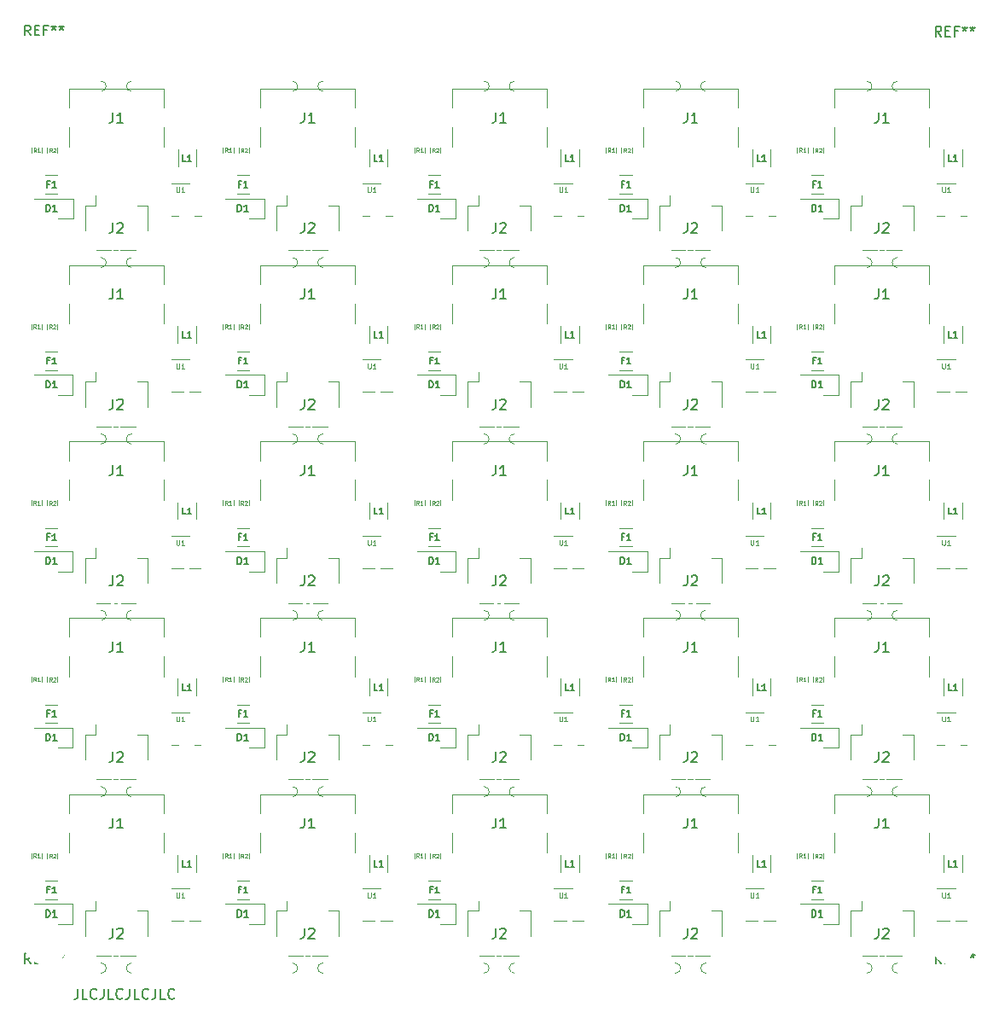
<source format=gto>
G04 #@! TF.GenerationSoftware,KiCad,Pcbnew,(5.1.10-1-10_14)*
G04 #@! TF.CreationDate,2021-10-31T15:09:39+01:00*
G04 #@! TF.ProjectId,panel,70616e65-6c2e-46b6-9963-61645f706362,C3*
G04 #@! TF.SameCoordinates,Original*
G04 #@! TF.FileFunction,Legend,Top*
G04 #@! TF.FilePolarity,Positive*
%FSLAX46Y46*%
G04 Gerber Fmt 4.6, Leading zero omitted, Abs format (unit mm)*
G04 Created by KiCad (PCBNEW (5.1.10-1-10_14)) date 2021-10-31 15:09:39*
%MOMM*%
%LPD*%
G01*
G04 APERTURE LIST*
%ADD10C,0.150000*%
%ADD11C,0.100000*%
%ADD12C,0.120000*%
%ADD13C,0.127000*%
%ADD14C,0.500000*%
%ADD15C,4.400000*%
%ADD16C,2.600000*%
%ADD17R,1.100000X1.100000*%
%ADD18R,1.560000X0.650000*%
%ADD19R,0.600000X1.450000*%
%ADD20R,0.300000X1.450000*%
%ADD21O,1.000000X2.100000*%
%ADD22C,0.650000*%
%ADD23O,1.000000X1.600000*%
%ADD24C,2.100000*%
G04 APERTURE END LIST*
D10*
X20183452Y-108395380D02*
X20183452Y-109109666D01*
X20135833Y-109252523D01*
X20040595Y-109347761D01*
X19897738Y-109395380D01*
X19802500Y-109395380D01*
X21135833Y-109395380D02*
X20659642Y-109395380D01*
X20659642Y-108395380D01*
X22040595Y-109300142D02*
X21992976Y-109347761D01*
X21850119Y-109395380D01*
X21754880Y-109395380D01*
X21612023Y-109347761D01*
X21516785Y-109252523D01*
X21469166Y-109157285D01*
X21421547Y-108966809D01*
X21421547Y-108823952D01*
X21469166Y-108633476D01*
X21516785Y-108538238D01*
X21612023Y-108443000D01*
X21754880Y-108395380D01*
X21850119Y-108395380D01*
X21992976Y-108443000D01*
X22040595Y-108490619D01*
X22754880Y-108395380D02*
X22754880Y-109109666D01*
X22707261Y-109252523D01*
X22612023Y-109347761D01*
X22469166Y-109395380D01*
X22373928Y-109395380D01*
X23707261Y-109395380D02*
X23231071Y-109395380D01*
X23231071Y-108395380D01*
X24612023Y-109300142D02*
X24564404Y-109347761D01*
X24421547Y-109395380D01*
X24326309Y-109395380D01*
X24183452Y-109347761D01*
X24088214Y-109252523D01*
X24040595Y-109157285D01*
X23992976Y-108966809D01*
X23992976Y-108823952D01*
X24040595Y-108633476D01*
X24088214Y-108538238D01*
X24183452Y-108443000D01*
X24326309Y-108395380D01*
X24421547Y-108395380D01*
X24564404Y-108443000D01*
X24612023Y-108490619D01*
X25326309Y-108395380D02*
X25326309Y-109109666D01*
X25278690Y-109252523D01*
X25183452Y-109347761D01*
X25040595Y-109395380D01*
X24945357Y-109395380D01*
X26278690Y-109395380D02*
X25802500Y-109395380D01*
X25802500Y-108395380D01*
X27183452Y-109300142D02*
X27135833Y-109347761D01*
X26992976Y-109395380D01*
X26897738Y-109395380D01*
X26754880Y-109347761D01*
X26659642Y-109252523D01*
X26612023Y-109157285D01*
X26564404Y-108966809D01*
X26564404Y-108823952D01*
X26612023Y-108633476D01*
X26659642Y-108538238D01*
X26754880Y-108443000D01*
X26897738Y-108395380D01*
X26992976Y-108395380D01*
X27135833Y-108443000D01*
X27183452Y-108490619D01*
X27897738Y-108395380D02*
X27897738Y-109109666D01*
X27850119Y-109252523D01*
X27754880Y-109347761D01*
X27612023Y-109395380D01*
X27516785Y-109395380D01*
X28850119Y-109395380D02*
X28373928Y-109395380D01*
X28373928Y-108395380D01*
X29754880Y-109300142D02*
X29707261Y-109347761D01*
X29564404Y-109395380D01*
X29469166Y-109395380D01*
X29326309Y-109347761D01*
X29231071Y-109252523D01*
X29183452Y-109157285D01*
X29135833Y-108966809D01*
X29135833Y-108823952D01*
X29183452Y-108633476D01*
X29231071Y-108538238D01*
X29326309Y-108443000D01*
X29469166Y-108395380D01*
X29564404Y-108395380D01*
X29707261Y-108443000D01*
X29754880Y-108490619D01*
D11*
X22502500Y-106843000D02*
G75*
G03*
X22502500Y-105843000I0J500000D01*
G01*
X25502500Y-105843000D02*
G75*
G03*
X25502500Y-106843000I0J-500000D01*
G01*
X41502500Y-106843000D02*
G75*
G03*
X41502500Y-105843000I0J500000D01*
G01*
X44502500Y-105843000D02*
G75*
G03*
X44502500Y-106843000I0J-500000D01*
G01*
X60502500Y-106843000D02*
G75*
G03*
X60502500Y-105843000I0J500000D01*
G01*
X63502500Y-105843000D02*
G75*
G03*
X63502500Y-106843000I0J-500000D01*
G01*
X79502500Y-106843000D02*
G75*
G03*
X79502500Y-105843000I0J500000D01*
G01*
X82502500Y-105843000D02*
G75*
G03*
X82502500Y-106843000I0J-500000D01*
G01*
X98502500Y-106843000D02*
G75*
G03*
X98502500Y-105843000I0J500000D01*
G01*
X101502500Y-105843000D02*
G75*
G03*
X101502500Y-106843000I0J-500000D01*
G01*
X98502500Y-89343000D02*
G75*
G03*
X98502500Y-88343000I0J500000D01*
G01*
X101502500Y-88343000D02*
G75*
G03*
X101502500Y-89343000I0J-500000D01*
G01*
X79502500Y-89343000D02*
G75*
G03*
X79502500Y-88343000I0J500000D01*
G01*
X82502500Y-88343000D02*
G75*
G03*
X82502500Y-89343000I0J-500000D01*
G01*
X60502500Y-89343000D02*
G75*
G03*
X60502500Y-88343000I0J500000D01*
G01*
X63502500Y-88343000D02*
G75*
G03*
X63502500Y-89343000I0J-500000D01*
G01*
X41502500Y-89343000D02*
G75*
G03*
X41502500Y-88343000I0J500000D01*
G01*
X44502500Y-88343000D02*
G75*
G03*
X44502500Y-89343000I0J-500000D01*
G01*
X22502500Y-89343000D02*
G75*
G03*
X22502500Y-88343000I0J500000D01*
G01*
X25502500Y-88343000D02*
G75*
G03*
X25502500Y-89343000I0J-500000D01*
G01*
X22502500Y-71843000D02*
G75*
G03*
X22502500Y-70843000I0J500000D01*
G01*
X25502500Y-70843000D02*
G75*
G03*
X25502500Y-71843000I0J-500000D01*
G01*
X41502500Y-71843000D02*
G75*
G03*
X41502500Y-70843000I0J500000D01*
G01*
X44502500Y-70843000D02*
G75*
G03*
X44502500Y-71843000I0J-500000D01*
G01*
X60502500Y-71843000D02*
G75*
G03*
X60502500Y-70843000I0J500000D01*
G01*
X63502500Y-70843000D02*
G75*
G03*
X63502500Y-71843000I0J-500000D01*
G01*
X79502500Y-71843000D02*
G75*
G03*
X79502500Y-70843000I0J500000D01*
G01*
X82502500Y-70843000D02*
G75*
G03*
X82502500Y-71843000I0J-500000D01*
G01*
X98502500Y-71843000D02*
G75*
G03*
X98502500Y-70843000I0J500000D01*
G01*
X101502500Y-70843000D02*
G75*
G03*
X101502500Y-71843000I0J-500000D01*
G01*
X98502500Y-54343000D02*
G75*
G03*
X98502500Y-53343000I0J500000D01*
G01*
X101502500Y-53343000D02*
G75*
G03*
X101502500Y-54343000I0J-500000D01*
G01*
X79502500Y-54343000D02*
G75*
G03*
X79502500Y-53343000I0J500000D01*
G01*
X82502500Y-53343000D02*
G75*
G03*
X82502500Y-54343000I0J-500000D01*
G01*
X60502500Y-54343000D02*
G75*
G03*
X60502500Y-53343000I0J500000D01*
G01*
X63502500Y-53343000D02*
G75*
G03*
X63502500Y-54343000I0J-500000D01*
G01*
X41502500Y-54343000D02*
G75*
G03*
X41502500Y-53343000I0J500000D01*
G01*
X44502500Y-53343000D02*
G75*
G03*
X44502500Y-54343000I0J-500000D01*
G01*
X22502500Y-54343000D02*
G75*
G03*
X22502500Y-53343000I0J500000D01*
G01*
X25502500Y-53343000D02*
G75*
G03*
X25502500Y-54343000I0J-500000D01*
G01*
X22502500Y-36843000D02*
G75*
G03*
X22502500Y-35843000I0J500000D01*
G01*
X25502500Y-35843000D02*
G75*
G03*
X25502500Y-36843000I0J-500000D01*
G01*
X41502500Y-36843000D02*
G75*
G03*
X41502500Y-35843000I0J500000D01*
G01*
X44502500Y-35843000D02*
G75*
G03*
X44502500Y-36843000I0J-500000D01*
G01*
X60502500Y-36843000D02*
G75*
G03*
X60502500Y-35843000I0J500000D01*
G01*
X63502500Y-35843000D02*
G75*
G03*
X63502500Y-36843000I0J-500000D01*
G01*
X79502500Y-36843000D02*
G75*
G03*
X79502500Y-35843000I0J500000D01*
G01*
X82502500Y-35843000D02*
G75*
G03*
X82502500Y-36843000I0J-500000D01*
G01*
X98502500Y-36843000D02*
G75*
G03*
X98502500Y-35843000I0J500000D01*
G01*
X101502500Y-35843000D02*
G75*
G03*
X101502500Y-36843000I0J-500000D01*
G01*
X98502500Y-19343000D02*
G75*
G03*
X98502500Y-18343000I0J500000D01*
G01*
X101502500Y-18343000D02*
G75*
G03*
X101502500Y-19343000I0J-500000D01*
G01*
X79502500Y-19343000D02*
G75*
G03*
X79502500Y-18343000I0J500000D01*
G01*
X82502500Y-18343000D02*
G75*
G03*
X82502500Y-19343000I0J-500000D01*
G01*
X60502500Y-19343000D02*
G75*
G03*
X60502500Y-18343000I0J500000D01*
G01*
X63502500Y-18343000D02*
G75*
G03*
X63502500Y-19343000I0J-500000D01*
G01*
X41502500Y-19343000D02*
G75*
G03*
X41502500Y-18343000I0J500000D01*
G01*
X44502500Y-18343000D02*
G75*
G03*
X44502500Y-19343000I0J-500000D01*
G01*
X22502500Y-19343000D02*
G75*
G03*
X22502500Y-18343000I0J500000D01*
G01*
X25502500Y-18343000D02*
G75*
G03*
X25502500Y-19343000I0J-500000D01*
G01*
D12*
X106113500Y-96803242D02*
X106113500Y-95132758D01*
X107933500Y-96803242D02*
X107933500Y-95132758D01*
X96888500Y-103158000D02*
X96888500Y-100658000D01*
X96888500Y-100658000D02*
X97938500Y-100658000D01*
X97938500Y-100658000D02*
X97938500Y-99668000D01*
X103108500Y-103158000D02*
X103108500Y-100658000D01*
X103108500Y-100658000D02*
X102058500Y-100658000D01*
X98058500Y-105128000D02*
X101938500Y-105128000D01*
X95698500Y-101976750D02*
X95698500Y-99976750D01*
X95698500Y-99976750D02*
X91848500Y-99976750D01*
X95698500Y-101976750D02*
X91848500Y-101976750D01*
X94171000Y-94925776D02*
X94171000Y-95435224D01*
X93126000Y-94925776D02*
X93126000Y-95435224D01*
X92621000Y-94925776D02*
X92621000Y-95435224D01*
X91576000Y-94925776D02*
X91576000Y-95435224D01*
X107248500Y-98458000D02*
X105448500Y-98458000D01*
X105448500Y-101678000D02*
X108398500Y-101678000D01*
X104693500Y-90993000D02*
X104693500Y-89093000D01*
X104693500Y-94893000D02*
X104693500Y-92893000D01*
X95293500Y-90993000D02*
X95293500Y-89093000D01*
X95293500Y-94893000D02*
X95293500Y-92893000D01*
X104693500Y-89093000D02*
X95293500Y-89093000D01*
X75171189Y-99505500D02*
X73967061Y-99505500D01*
X75171189Y-97685500D02*
X73967061Y-97685500D01*
X87113500Y-96803242D02*
X87113500Y-95132758D01*
X88933500Y-96803242D02*
X88933500Y-95132758D01*
X94171189Y-99505500D02*
X92967061Y-99505500D01*
X94171189Y-97685500D02*
X92967061Y-97685500D01*
X77888500Y-103158000D02*
X77888500Y-100658000D01*
X77888500Y-100658000D02*
X78938500Y-100658000D01*
X78938500Y-100658000D02*
X78938500Y-99668000D01*
X84108500Y-103158000D02*
X84108500Y-100658000D01*
X84108500Y-100658000D02*
X83058500Y-100658000D01*
X79058500Y-105128000D02*
X82938500Y-105128000D01*
X37171000Y-94925776D02*
X37171000Y-95435224D01*
X36126000Y-94925776D02*
X36126000Y-95435224D01*
X76698500Y-101976750D02*
X76698500Y-99976750D01*
X76698500Y-99976750D02*
X72848500Y-99976750D01*
X76698500Y-101976750D02*
X72848500Y-101976750D01*
X75171000Y-94925776D02*
X75171000Y-95435224D01*
X74126000Y-94925776D02*
X74126000Y-95435224D01*
X73621000Y-94925776D02*
X73621000Y-95435224D01*
X72576000Y-94925776D02*
X72576000Y-95435224D01*
X88248500Y-98458000D02*
X86448500Y-98458000D01*
X86448500Y-101678000D02*
X89398500Y-101678000D01*
X85693500Y-90993000D02*
X85693500Y-89093000D01*
X85693500Y-94893000D02*
X85693500Y-92893000D01*
X76293500Y-90993000D02*
X76293500Y-89093000D01*
X76293500Y-94893000D02*
X76293500Y-92893000D01*
X85693500Y-89093000D02*
X76293500Y-89093000D01*
X57698500Y-101976750D02*
X57698500Y-99976750D01*
X57698500Y-99976750D02*
X53848500Y-99976750D01*
X57698500Y-101976750D02*
X53848500Y-101976750D01*
X38698500Y-101976750D02*
X38698500Y-99976750D01*
X38698500Y-99976750D02*
X34848500Y-99976750D01*
X38698500Y-101976750D02*
X34848500Y-101976750D01*
X56171000Y-94925776D02*
X56171000Y-95435224D01*
X55126000Y-94925776D02*
X55126000Y-95435224D01*
X54621000Y-94925776D02*
X54621000Y-95435224D01*
X53576000Y-94925776D02*
X53576000Y-95435224D01*
X39888500Y-103158000D02*
X39888500Y-100658000D01*
X39888500Y-100658000D02*
X40938500Y-100658000D01*
X40938500Y-100658000D02*
X40938500Y-99668000D01*
X46108500Y-103158000D02*
X46108500Y-100658000D01*
X46108500Y-100658000D02*
X45058500Y-100658000D01*
X41058500Y-105128000D02*
X44938500Y-105128000D01*
X69248500Y-98458000D02*
X67448500Y-98458000D01*
X67448500Y-101678000D02*
X70398500Y-101678000D01*
X66693500Y-90993000D02*
X66693500Y-89093000D01*
X66693500Y-94893000D02*
X66693500Y-92893000D01*
X57293500Y-90993000D02*
X57293500Y-89093000D01*
X57293500Y-94893000D02*
X57293500Y-92893000D01*
X66693500Y-89093000D02*
X57293500Y-89093000D01*
X20888500Y-103158000D02*
X20888500Y-100658000D01*
X20888500Y-100658000D02*
X21938500Y-100658000D01*
X21938500Y-100658000D02*
X21938500Y-99668000D01*
X27108500Y-103158000D02*
X27108500Y-100658000D01*
X27108500Y-100658000D02*
X26058500Y-100658000D01*
X22058500Y-105128000D02*
X25938500Y-105128000D01*
X31248500Y-98458000D02*
X29448500Y-98458000D01*
X29448500Y-101678000D02*
X32398500Y-101678000D01*
X18171000Y-94925776D02*
X18171000Y-95435224D01*
X17126000Y-94925776D02*
X17126000Y-95435224D01*
X28693500Y-90993000D02*
X28693500Y-89093000D01*
X28693500Y-94893000D02*
X28693500Y-92893000D01*
X19293500Y-90993000D02*
X19293500Y-89093000D01*
X19293500Y-94893000D02*
X19293500Y-92893000D01*
X28693500Y-89093000D02*
X19293500Y-89093000D01*
X16621000Y-94925776D02*
X16621000Y-95435224D01*
X15576000Y-94925776D02*
X15576000Y-95435224D01*
X30113500Y-96803242D02*
X30113500Y-95132758D01*
X31933500Y-96803242D02*
X31933500Y-95132758D01*
X18171189Y-99505500D02*
X16967061Y-99505500D01*
X18171189Y-97685500D02*
X16967061Y-97685500D01*
X19698500Y-101976750D02*
X19698500Y-99976750D01*
X19698500Y-99976750D02*
X15848500Y-99976750D01*
X19698500Y-101976750D02*
X15848500Y-101976750D01*
X35621000Y-94925776D02*
X35621000Y-95435224D01*
X34576000Y-94925776D02*
X34576000Y-95435224D01*
X50248500Y-98458000D02*
X48448500Y-98458000D01*
X48448500Y-101678000D02*
X51398500Y-101678000D01*
X58888500Y-103158000D02*
X58888500Y-100658000D01*
X58888500Y-100658000D02*
X59938500Y-100658000D01*
X59938500Y-100658000D02*
X59938500Y-99668000D01*
X65108500Y-103158000D02*
X65108500Y-100658000D01*
X65108500Y-100658000D02*
X64058500Y-100658000D01*
X60058500Y-105128000D02*
X63938500Y-105128000D01*
X37171189Y-99505500D02*
X35967061Y-99505500D01*
X37171189Y-97685500D02*
X35967061Y-97685500D01*
X68113500Y-96803242D02*
X68113500Y-95132758D01*
X69933500Y-96803242D02*
X69933500Y-95132758D01*
X49113500Y-96803242D02*
X49113500Y-95132758D01*
X50933500Y-96803242D02*
X50933500Y-95132758D01*
X56171189Y-99505500D02*
X54967061Y-99505500D01*
X56171189Y-97685500D02*
X54967061Y-97685500D01*
X47693500Y-90993000D02*
X47693500Y-89093000D01*
X47693500Y-94893000D02*
X47693500Y-92893000D01*
X38293500Y-90993000D02*
X38293500Y-89093000D01*
X38293500Y-94893000D02*
X38293500Y-92893000D01*
X47693500Y-89093000D02*
X38293500Y-89093000D01*
X106113500Y-79303242D02*
X106113500Y-77632758D01*
X107933500Y-79303242D02*
X107933500Y-77632758D01*
X96888500Y-85658000D02*
X96888500Y-83158000D01*
X96888500Y-83158000D02*
X97938500Y-83158000D01*
X97938500Y-83158000D02*
X97938500Y-82168000D01*
X103108500Y-85658000D02*
X103108500Y-83158000D01*
X103108500Y-83158000D02*
X102058500Y-83158000D01*
X98058500Y-87628000D02*
X101938500Y-87628000D01*
X95698500Y-84476750D02*
X95698500Y-82476750D01*
X95698500Y-82476750D02*
X91848500Y-82476750D01*
X95698500Y-84476750D02*
X91848500Y-84476750D01*
X94171000Y-77425776D02*
X94171000Y-77935224D01*
X93126000Y-77425776D02*
X93126000Y-77935224D01*
X92621000Y-77425776D02*
X92621000Y-77935224D01*
X91576000Y-77425776D02*
X91576000Y-77935224D01*
X107248500Y-80958000D02*
X105448500Y-80958000D01*
X105448500Y-84178000D02*
X108398500Y-84178000D01*
X104693500Y-73493000D02*
X104693500Y-71593000D01*
X104693500Y-77393000D02*
X104693500Y-75393000D01*
X95293500Y-73493000D02*
X95293500Y-71593000D01*
X95293500Y-77393000D02*
X95293500Y-75393000D01*
X104693500Y-71593000D02*
X95293500Y-71593000D01*
X75171189Y-82005500D02*
X73967061Y-82005500D01*
X75171189Y-80185500D02*
X73967061Y-80185500D01*
X87113500Y-79303242D02*
X87113500Y-77632758D01*
X88933500Y-79303242D02*
X88933500Y-77632758D01*
X94171189Y-82005500D02*
X92967061Y-82005500D01*
X94171189Y-80185500D02*
X92967061Y-80185500D01*
X77888500Y-85658000D02*
X77888500Y-83158000D01*
X77888500Y-83158000D02*
X78938500Y-83158000D01*
X78938500Y-83158000D02*
X78938500Y-82168000D01*
X84108500Y-85658000D02*
X84108500Y-83158000D01*
X84108500Y-83158000D02*
X83058500Y-83158000D01*
X79058500Y-87628000D02*
X82938500Y-87628000D01*
X37171000Y-77425776D02*
X37171000Y-77935224D01*
X36126000Y-77425776D02*
X36126000Y-77935224D01*
X76698500Y-84476750D02*
X76698500Y-82476750D01*
X76698500Y-82476750D02*
X72848500Y-82476750D01*
X76698500Y-84476750D02*
X72848500Y-84476750D01*
X75171000Y-77425776D02*
X75171000Y-77935224D01*
X74126000Y-77425776D02*
X74126000Y-77935224D01*
X73621000Y-77425776D02*
X73621000Y-77935224D01*
X72576000Y-77425776D02*
X72576000Y-77935224D01*
X88248500Y-80958000D02*
X86448500Y-80958000D01*
X86448500Y-84178000D02*
X89398500Y-84178000D01*
X85693500Y-73493000D02*
X85693500Y-71593000D01*
X85693500Y-77393000D02*
X85693500Y-75393000D01*
X76293500Y-73493000D02*
X76293500Y-71593000D01*
X76293500Y-77393000D02*
X76293500Y-75393000D01*
X85693500Y-71593000D02*
X76293500Y-71593000D01*
X57698500Y-84476750D02*
X57698500Y-82476750D01*
X57698500Y-82476750D02*
X53848500Y-82476750D01*
X57698500Y-84476750D02*
X53848500Y-84476750D01*
X38698500Y-84476750D02*
X38698500Y-82476750D01*
X38698500Y-82476750D02*
X34848500Y-82476750D01*
X38698500Y-84476750D02*
X34848500Y-84476750D01*
X56171000Y-77425776D02*
X56171000Y-77935224D01*
X55126000Y-77425776D02*
X55126000Y-77935224D01*
X54621000Y-77425776D02*
X54621000Y-77935224D01*
X53576000Y-77425776D02*
X53576000Y-77935224D01*
X39888500Y-85658000D02*
X39888500Y-83158000D01*
X39888500Y-83158000D02*
X40938500Y-83158000D01*
X40938500Y-83158000D02*
X40938500Y-82168000D01*
X46108500Y-85658000D02*
X46108500Y-83158000D01*
X46108500Y-83158000D02*
X45058500Y-83158000D01*
X41058500Y-87628000D02*
X44938500Y-87628000D01*
X69248500Y-80958000D02*
X67448500Y-80958000D01*
X67448500Y-84178000D02*
X70398500Y-84178000D01*
X66693500Y-73493000D02*
X66693500Y-71593000D01*
X66693500Y-77393000D02*
X66693500Y-75393000D01*
X57293500Y-73493000D02*
X57293500Y-71593000D01*
X57293500Y-77393000D02*
X57293500Y-75393000D01*
X66693500Y-71593000D02*
X57293500Y-71593000D01*
X20888500Y-85658000D02*
X20888500Y-83158000D01*
X20888500Y-83158000D02*
X21938500Y-83158000D01*
X21938500Y-83158000D02*
X21938500Y-82168000D01*
X27108500Y-85658000D02*
X27108500Y-83158000D01*
X27108500Y-83158000D02*
X26058500Y-83158000D01*
X22058500Y-87628000D02*
X25938500Y-87628000D01*
X31248500Y-80958000D02*
X29448500Y-80958000D01*
X29448500Y-84178000D02*
X32398500Y-84178000D01*
X18171000Y-77425776D02*
X18171000Y-77935224D01*
X17126000Y-77425776D02*
X17126000Y-77935224D01*
X28693500Y-73493000D02*
X28693500Y-71593000D01*
X28693500Y-77393000D02*
X28693500Y-75393000D01*
X19293500Y-73493000D02*
X19293500Y-71593000D01*
X19293500Y-77393000D02*
X19293500Y-75393000D01*
X28693500Y-71593000D02*
X19293500Y-71593000D01*
X16621000Y-77425776D02*
X16621000Y-77935224D01*
X15576000Y-77425776D02*
X15576000Y-77935224D01*
X30113500Y-79303242D02*
X30113500Y-77632758D01*
X31933500Y-79303242D02*
X31933500Y-77632758D01*
X18171189Y-82005500D02*
X16967061Y-82005500D01*
X18171189Y-80185500D02*
X16967061Y-80185500D01*
X19698500Y-84476750D02*
X19698500Y-82476750D01*
X19698500Y-82476750D02*
X15848500Y-82476750D01*
X19698500Y-84476750D02*
X15848500Y-84476750D01*
X35621000Y-77425776D02*
X35621000Y-77935224D01*
X34576000Y-77425776D02*
X34576000Y-77935224D01*
X50248500Y-80958000D02*
X48448500Y-80958000D01*
X48448500Y-84178000D02*
X51398500Y-84178000D01*
X58888500Y-85658000D02*
X58888500Y-83158000D01*
X58888500Y-83158000D02*
X59938500Y-83158000D01*
X59938500Y-83158000D02*
X59938500Y-82168000D01*
X65108500Y-85658000D02*
X65108500Y-83158000D01*
X65108500Y-83158000D02*
X64058500Y-83158000D01*
X60058500Y-87628000D02*
X63938500Y-87628000D01*
X37171189Y-82005500D02*
X35967061Y-82005500D01*
X37171189Y-80185500D02*
X35967061Y-80185500D01*
X68113500Y-79303242D02*
X68113500Y-77632758D01*
X69933500Y-79303242D02*
X69933500Y-77632758D01*
X49113500Y-79303242D02*
X49113500Y-77632758D01*
X50933500Y-79303242D02*
X50933500Y-77632758D01*
X56171189Y-82005500D02*
X54967061Y-82005500D01*
X56171189Y-80185500D02*
X54967061Y-80185500D01*
X47693500Y-73493000D02*
X47693500Y-71593000D01*
X47693500Y-77393000D02*
X47693500Y-75393000D01*
X38293500Y-73493000D02*
X38293500Y-71593000D01*
X38293500Y-77393000D02*
X38293500Y-75393000D01*
X47693500Y-71593000D02*
X38293500Y-71593000D01*
X106113500Y-61803242D02*
X106113500Y-60132758D01*
X107933500Y-61803242D02*
X107933500Y-60132758D01*
X96888500Y-68158000D02*
X96888500Y-65658000D01*
X96888500Y-65658000D02*
X97938500Y-65658000D01*
X97938500Y-65658000D02*
X97938500Y-64668000D01*
X103108500Y-68158000D02*
X103108500Y-65658000D01*
X103108500Y-65658000D02*
X102058500Y-65658000D01*
X98058500Y-70128000D02*
X101938500Y-70128000D01*
X95698500Y-66976750D02*
X95698500Y-64976750D01*
X95698500Y-64976750D02*
X91848500Y-64976750D01*
X95698500Y-66976750D02*
X91848500Y-66976750D01*
X94171000Y-59925776D02*
X94171000Y-60435224D01*
X93126000Y-59925776D02*
X93126000Y-60435224D01*
X92621000Y-59925776D02*
X92621000Y-60435224D01*
X91576000Y-59925776D02*
X91576000Y-60435224D01*
X107248500Y-63458000D02*
X105448500Y-63458000D01*
X105448500Y-66678000D02*
X108398500Y-66678000D01*
X104693500Y-55993000D02*
X104693500Y-54093000D01*
X104693500Y-59893000D02*
X104693500Y-57893000D01*
X95293500Y-55993000D02*
X95293500Y-54093000D01*
X95293500Y-59893000D02*
X95293500Y-57893000D01*
X104693500Y-54093000D02*
X95293500Y-54093000D01*
X75171189Y-64505500D02*
X73967061Y-64505500D01*
X75171189Y-62685500D02*
X73967061Y-62685500D01*
X87113500Y-61803242D02*
X87113500Y-60132758D01*
X88933500Y-61803242D02*
X88933500Y-60132758D01*
X94171189Y-64505500D02*
X92967061Y-64505500D01*
X94171189Y-62685500D02*
X92967061Y-62685500D01*
X77888500Y-68158000D02*
X77888500Y-65658000D01*
X77888500Y-65658000D02*
X78938500Y-65658000D01*
X78938500Y-65658000D02*
X78938500Y-64668000D01*
X84108500Y-68158000D02*
X84108500Y-65658000D01*
X84108500Y-65658000D02*
X83058500Y-65658000D01*
X79058500Y-70128000D02*
X82938500Y-70128000D01*
X37171000Y-59925776D02*
X37171000Y-60435224D01*
X36126000Y-59925776D02*
X36126000Y-60435224D01*
X76698500Y-66976750D02*
X76698500Y-64976750D01*
X76698500Y-64976750D02*
X72848500Y-64976750D01*
X76698500Y-66976750D02*
X72848500Y-66976750D01*
X75171000Y-59925776D02*
X75171000Y-60435224D01*
X74126000Y-59925776D02*
X74126000Y-60435224D01*
X73621000Y-59925776D02*
X73621000Y-60435224D01*
X72576000Y-59925776D02*
X72576000Y-60435224D01*
X88248500Y-63458000D02*
X86448500Y-63458000D01*
X86448500Y-66678000D02*
X89398500Y-66678000D01*
X85693500Y-55993000D02*
X85693500Y-54093000D01*
X85693500Y-59893000D02*
X85693500Y-57893000D01*
X76293500Y-55993000D02*
X76293500Y-54093000D01*
X76293500Y-59893000D02*
X76293500Y-57893000D01*
X85693500Y-54093000D02*
X76293500Y-54093000D01*
X57698500Y-66976750D02*
X57698500Y-64976750D01*
X57698500Y-64976750D02*
X53848500Y-64976750D01*
X57698500Y-66976750D02*
X53848500Y-66976750D01*
X38698500Y-66976750D02*
X38698500Y-64976750D01*
X38698500Y-64976750D02*
X34848500Y-64976750D01*
X38698500Y-66976750D02*
X34848500Y-66976750D01*
X56171000Y-59925776D02*
X56171000Y-60435224D01*
X55126000Y-59925776D02*
X55126000Y-60435224D01*
X54621000Y-59925776D02*
X54621000Y-60435224D01*
X53576000Y-59925776D02*
X53576000Y-60435224D01*
X39888500Y-68158000D02*
X39888500Y-65658000D01*
X39888500Y-65658000D02*
X40938500Y-65658000D01*
X40938500Y-65658000D02*
X40938500Y-64668000D01*
X46108500Y-68158000D02*
X46108500Y-65658000D01*
X46108500Y-65658000D02*
X45058500Y-65658000D01*
X41058500Y-70128000D02*
X44938500Y-70128000D01*
X69248500Y-63458000D02*
X67448500Y-63458000D01*
X67448500Y-66678000D02*
X70398500Y-66678000D01*
X66693500Y-55993000D02*
X66693500Y-54093000D01*
X66693500Y-59893000D02*
X66693500Y-57893000D01*
X57293500Y-55993000D02*
X57293500Y-54093000D01*
X57293500Y-59893000D02*
X57293500Y-57893000D01*
X66693500Y-54093000D02*
X57293500Y-54093000D01*
X20888500Y-68158000D02*
X20888500Y-65658000D01*
X20888500Y-65658000D02*
X21938500Y-65658000D01*
X21938500Y-65658000D02*
X21938500Y-64668000D01*
X27108500Y-68158000D02*
X27108500Y-65658000D01*
X27108500Y-65658000D02*
X26058500Y-65658000D01*
X22058500Y-70128000D02*
X25938500Y-70128000D01*
X31248500Y-63458000D02*
X29448500Y-63458000D01*
X29448500Y-66678000D02*
X32398500Y-66678000D01*
X18171000Y-59925776D02*
X18171000Y-60435224D01*
X17126000Y-59925776D02*
X17126000Y-60435224D01*
X28693500Y-55993000D02*
X28693500Y-54093000D01*
X28693500Y-59893000D02*
X28693500Y-57893000D01*
X19293500Y-55993000D02*
X19293500Y-54093000D01*
X19293500Y-59893000D02*
X19293500Y-57893000D01*
X28693500Y-54093000D02*
X19293500Y-54093000D01*
X16621000Y-59925776D02*
X16621000Y-60435224D01*
X15576000Y-59925776D02*
X15576000Y-60435224D01*
X30113500Y-61803242D02*
X30113500Y-60132758D01*
X31933500Y-61803242D02*
X31933500Y-60132758D01*
X18171189Y-64505500D02*
X16967061Y-64505500D01*
X18171189Y-62685500D02*
X16967061Y-62685500D01*
X19698500Y-66976750D02*
X19698500Y-64976750D01*
X19698500Y-64976750D02*
X15848500Y-64976750D01*
X19698500Y-66976750D02*
X15848500Y-66976750D01*
X35621000Y-59925776D02*
X35621000Y-60435224D01*
X34576000Y-59925776D02*
X34576000Y-60435224D01*
X50248500Y-63458000D02*
X48448500Y-63458000D01*
X48448500Y-66678000D02*
X51398500Y-66678000D01*
X58888500Y-68158000D02*
X58888500Y-65658000D01*
X58888500Y-65658000D02*
X59938500Y-65658000D01*
X59938500Y-65658000D02*
X59938500Y-64668000D01*
X65108500Y-68158000D02*
X65108500Y-65658000D01*
X65108500Y-65658000D02*
X64058500Y-65658000D01*
X60058500Y-70128000D02*
X63938500Y-70128000D01*
X37171189Y-64505500D02*
X35967061Y-64505500D01*
X37171189Y-62685500D02*
X35967061Y-62685500D01*
X68113500Y-61803242D02*
X68113500Y-60132758D01*
X69933500Y-61803242D02*
X69933500Y-60132758D01*
X49113500Y-61803242D02*
X49113500Y-60132758D01*
X50933500Y-61803242D02*
X50933500Y-60132758D01*
X56171189Y-64505500D02*
X54967061Y-64505500D01*
X56171189Y-62685500D02*
X54967061Y-62685500D01*
X47693500Y-55993000D02*
X47693500Y-54093000D01*
X47693500Y-59893000D02*
X47693500Y-57893000D01*
X38293500Y-55993000D02*
X38293500Y-54093000D01*
X38293500Y-59893000D02*
X38293500Y-57893000D01*
X47693500Y-54093000D02*
X38293500Y-54093000D01*
X106113500Y-44303242D02*
X106113500Y-42632758D01*
X107933500Y-44303242D02*
X107933500Y-42632758D01*
X96888500Y-50658000D02*
X96888500Y-48158000D01*
X96888500Y-48158000D02*
X97938500Y-48158000D01*
X97938500Y-48158000D02*
X97938500Y-47168000D01*
X103108500Y-50658000D02*
X103108500Y-48158000D01*
X103108500Y-48158000D02*
X102058500Y-48158000D01*
X98058500Y-52628000D02*
X101938500Y-52628000D01*
X95698500Y-49476750D02*
X95698500Y-47476750D01*
X95698500Y-47476750D02*
X91848500Y-47476750D01*
X95698500Y-49476750D02*
X91848500Y-49476750D01*
X94171000Y-42425776D02*
X94171000Y-42935224D01*
X93126000Y-42425776D02*
X93126000Y-42935224D01*
X92621000Y-42425776D02*
X92621000Y-42935224D01*
X91576000Y-42425776D02*
X91576000Y-42935224D01*
X107248500Y-45958000D02*
X105448500Y-45958000D01*
X105448500Y-49178000D02*
X108398500Y-49178000D01*
X104693500Y-38493000D02*
X104693500Y-36593000D01*
X104693500Y-42393000D02*
X104693500Y-40393000D01*
X95293500Y-38493000D02*
X95293500Y-36593000D01*
X95293500Y-42393000D02*
X95293500Y-40393000D01*
X104693500Y-36593000D02*
X95293500Y-36593000D01*
X75171189Y-47005500D02*
X73967061Y-47005500D01*
X75171189Y-45185500D02*
X73967061Y-45185500D01*
X87113500Y-44303242D02*
X87113500Y-42632758D01*
X88933500Y-44303242D02*
X88933500Y-42632758D01*
X94171189Y-47005500D02*
X92967061Y-47005500D01*
X94171189Y-45185500D02*
X92967061Y-45185500D01*
X77888500Y-50658000D02*
X77888500Y-48158000D01*
X77888500Y-48158000D02*
X78938500Y-48158000D01*
X78938500Y-48158000D02*
X78938500Y-47168000D01*
X84108500Y-50658000D02*
X84108500Y-48158000D01*
X84108500Y-48158000D02*
X83058500Y-48158000D01*
X79058500Y-52628000D02*
X82938500Y-52628000D01*
X37171000Y-42425776D02*
X37171000Y-42935224D01*
X36126000Y-42425776D02*
X36126000Y-42935224D01*
X76698500Y-49476750D02*
X76698500Y-47476750D01*
X76698500Y-47476750D02*
X72848500Y-47476750D01*
X76698500Y-49476750D02*
X72848500Y-49476750D01*
X75171000Y-42425776D02*
X75171000Y-42935224D01*
X74126000Y-42425776D02*
X74126000Y-42935224D01*
X73621000Y-42425776D02*
X73621000Y-42935224D01*
X72576000Y-42425776D02*
X72576000Y-42935224D01*
X88248500Y-45958000D02*
X86448500Y-45958000D01*
X86448500Y-49178000D02*
X89398500Y-49178000D01*
X85693500Y-38493000D02*
X85693500Y-36593000D01*
X85693500Y-42393000D02*
X85693500Y-40393000D01*
X76293500Y-38493000D02*
X76293500Y-36593000D01*
X76293500Y-42393000D02*
X76293500Y-40393000D01*
X85693500Y-36593000D02*
X76293500Y-36593000D01*
X57698500Y-49476750D02*
X57698500Y-47476750D01*
X57698500Y-47476750D02*
X53848500Y-47476750D01*
X57698500Y-49476750D02*
X53848500Y-49476750D01*
X38698500Y-49476750D02*
X38698500Y-47476750D01*
X38698500Y-47476750D02*
X34848500Y-47476750D01*
X38698500Y-49476750D02*
X34848500Y-49476750D01*
X56171000Y-42425776D02*
X56171000Y-42935224D01*
X55126000Y-42425776D02*
X55126000Y-42935224D01*
X54621000Y-42425776D02*
X54621000Y-42935224D01*
X53576000Y-42425776D02*
X53576000Y-42935224D01*
X39888500Y-50658000D02*
X39888500Y-48158000D01*
X39888500Y-48158000D02*
X40938500Y-48158000D01*
X40938500Y-48158000D02*
X40938500Y-47168000D01*
X46108500Y-50658000D02*
X46108500Y-48158000D01*
X46108500Y-48158000D02*
X45058500Y-48158000D01*
X41058500Y-52628000D02*
X44938500Y-52628000D01*
X69248500Y-45958000D02*
X67448500Y-45958000D01*
X67448500Y-49178000D02*
X70398500Y-49178000D01*
X66693500Y-38493000D02*
X66693500Y-36593000D01*
X66693500Y-42393000D02*
X66693500Y-40393000D01*
X57293500Y-38493000D02*
X57293500Y-36593000D01*
X57293500Y-42393000D02*
X57293500Y-40393000D01*
X66693500Y-36593000D02*
X57293500Y-36593000D01*
X20888500Y-50658000D02*
X20888500Y-48158000D01*
X20888500Y-48158000D02*
X21938500Y-48158000D01*
X21938500Y-48158000D02*
X21938500Y-47168000D01*
X27108500Y-50658000D02*
X27108500Y-48158000D01*
X27108500Y-48158000D02*
X26058500Y-48158000D01*
X22058500Y-52628000D02*
X25938500Y-52628000D01*
X31248500Y-45958000D02*
X29448500Y-45958000D01*
X29448500Y-49178000D02*
X32398500Y-49178000D01*
X18171000Y-42425776D02*
X18171000Y-42935224D01*
X17126000Y-42425776D02*
X17126000Y-42935224D01*
X28693500Y-38493000D02*
X28693500Y-36593000D01*
X28693500Y-42393000D02*
X28693500Y-40393000D01*
X19293500Y-38493000D02*
X19293500Y-36593000D01*
X19293500Y-42393000D02*
X19293500Y-40393000D01*
X28693500Y-36593000D02*
X19293500Y-36593000D01*
X16621000Y-42425776D02*
X16621000Y-42935224D01*
X15576000Y-42425776D02*
X15576000Y-42935224D01*
X30113500Y-44303242D02*
X30113500Y-42632758D01*
X31933500Y-44303242D02*
X31933500Y-42632758D01*
X18171189Y-47005500D02*
X16967061Y-47005500D01*
X18171189Y-45185500D02*
X16967061Y-45185500D01*
X19698500Y-49476750D02*
X19698500Y-47476750D01*
X19698500Y-47476750D02*
X15848500Y-47476750D01*
X19698500Y-49476750D02*
X15848500Y-49476750D01*
X35621000Y-42425776D02*
X35621000Y-42935224D01*
X34576000Y-42425776D02*
X34576000Y-42935224D01*
X50248500Y-45958000D02*
X48448500Y-45958000D01*
X48448500Y-49178000D02*
X51398500Y-49178000D01*
X58888500Y-50658000D02*
X58888500Y-48158000D01*
X58888500Y-48158000D02*
X59938500Y-48158000D01*
X59938500Y-48158000D02*
X59938500Y-47168000D01*
X65108500Y-50658000D02*
X65108500Y-48158000D01*
X65108500Y-48158000D02*
X64058500Y-48158000D01*
X60058500Y-52628000D02*
X63938500Y-52628000D01*
X37171189Y-47005500D02*
X35967061Y-47005500D01*
X37171189Y-45185500D02*
X35967061Y-45185500D01*
X68113500Y-44303242D02*
X68113500Y-42632758D01*
X69933500Y-44303242D02*
X69933500Y-42632758D01*
X49113500Y-44303242D02*
X49113500Y-42632758D01*
X50933500Y-44303242D02*
X50933500Y-42632758D01*
X56171189Y-47005500D02*
X54967061Y-47005500D01*
X56171189Y-45185500D02*
X54967061Y-45185500D01*
X47693500Y-38493000D02*
X47693500Y-36593000D01*
X47693500Y-42393000D02*
X47693500Y-40393000D01*
X38293500Y-38493000D02*
X38293500Y-36593000D01*
X38293500Y-42393000D02*
X38293500Y-40393000D01*
X47693500Y-36593000D02*
X38293500Y-36593000D01*
X94173189Y-29505500D02*
X92969061Y-29505500D01*
X94173189Y-27685500D02*
X92969061Y-27685500D01*
X106115500Y-26803242D02*
X106115500Y-25132758D01*
X107935500Y-26803242D02*
X107935500Y-25132758D01*
X96890500Y-33158000D02*
X96890500Y-30658000D01*
X96890500Y-30658000D02*
X97940500Y-30658000D01*
X97940500Y-30658000D02*
X97940500Y-29668000D01*
X103110500Y-33158000D02*
X103110500Y-30658000D01*
X103110500Y-30658000D02*
X102060500Y-30658000D01*
X98060500Y-35128000D02*
X101940500Y-35128000D01*
X95700500Y-31976750D02*
X95700500Y-29976750D01*
X95700500Y-29976750D02*
X91850500Y-29976750D01*
X95700500Y-31976750D02*
X91850500Y-31976750D01*
X94173000Y-24925776D02*
X94173000Y-25435224D01*
X93128000Y-24925776D02*
X93128000Y-25435224D01*
X92623000Y-24925776D02*
X92623000Y-25435224D01*
X91578000Y-24925776D02*
X91578000Y-25435224D01*
X107250500Y-28458000D02*
X105450500Y-28458000D01*
X105450500Y-31678000D02*
X108400500Y-31678000D01*
X104695500Y-20993000D02*
X104695500Y-19093000D01*
X104695500Y-24893000D02*
X104695500Y-22893000D01*
X95295500Y-20993000D02*
X95295500Y-19093000D01*
X95295500Y-24893000D02*
X95295500Y-22893000D01*
X104695500Y-19093000D02*
X95295500Y-19093000D01*
X75173189Y-29505500D02*
X73969061Y-29505500D01*
X75173189Y-27685500D02*
X73969061Y-27685500D01*
X87115500Y-26803242D02*
X87115500Y-25132758D01*
X88935500Y-26803242D02*
X88935500Y-25132758D01*
X77890500Y-33158000D02*
X77890500Y-30658000D01*
X77890500Y-30658000D02*
X78940500Y-30658000D01*
X78940500Y-30658000D02*
X78940500Y-29668000D01*
X84110500Y-33158000D02*
X84110500Y-30658000D01*
X84110500Y-30658000D02*
X83060500Y-30658000D01*
X79060500Y-35128000D02*
X82940500Y-35128000D01*
X76700500Y-31976750D02*
X76700500Y-29976750D01*
X76700500Y-29976750D02*
X72850500Y-29976750D01*
X76700500Y-31976750D02*
X72850500Y-31976750D01*
X75173000Y-24925776D02*
X75173000Y-25435224D01*
X74128000Y-24925776D02*
X74128000Y-25435224D01*
X73623000Y-24925776D02*
X73623000Y-25435224D01*
X72578000Y-24925776D02*
X72578000Y-25435224D01*
X88250500Y-28458000D02*
X86450500Y-28458000D01*
X86450500Y-31678000D02*
X89400500Y-31678000D01*
X85695500Y-20993000D02*
X85695500Y-19093000D01*
X85695500Y-24893000D02*
X85695500Y-22893000D01*
X76295500Y-20993000D02*
X76295500Y-19093000D01*
X76295500Y-24893000D02*
X76295500Y-22893000D01*
X85695500Y-19093000D02*
X76295500Y-19093000D01*
X56173189Y-29505500D02*
X54969061Y-29505500D01*
X56173189Y-27685500D02*
X54969061Y-27685500D01*
X68115500Y-26803242D02*
X68115500Y-25132758D01*
X69935500Y-26803242D02*
X69935500Y-25132758D01*
X58890500Y-33158000D02*
X58890500Y-30658000D01*
X58890500Y-30658000D02*
X59940500Y-30658000D01*
X59940500Y-30658000D02*
X59940500Y-29668000D01*
X65110500Y-33158000D02*
X65110500Y-30658000D01*
X65110500Y-30658000D02*
X64060500Y-30658000D01*
X60060500Y-35128000D02*
X63940500Y-35128000D01*
X57700500Y-31976750D02*
X57700500Y-29976750D01*
X57700500Y-29976750D02*
X53850500Y-29976750D01*
X57700500Y-31976750D02*
X53850500Y-31976750D01*
X56173000Y-24925776D02*
X56173000Y-25435224D01*
X55128000Y-24925776D02*
X55128000Y-25435224D01*
X54623000Y-24925776D02*
X54623000Y-25435224D01*
X53578000Y-24925776D02*
X53578000Y-25435224D01*
X69250500Y-28458000D02*
X67450500Y-28458000D01*
X67450500Y-31678000D02*
X70400500Y-31678000D01*
X66695500Y-20993000D02*
X66695500Y-19093000D01*
X66695500Y-24893000D02*
X66695500Y-22893000D01*
X57295500Y-20993000D02*
X57295500Y-19093000D01*
X57295500Y-24893000D02*
X57295500Y-22893000D01*
X66695500Y-19093000D02*
X57295500Y-19093000D01*
X37173189Y-29505500D02*
X35969061Y-29505500D01*
X37173189Y-27685500D02*
X35969061Y-27685500D01*
X49115500Y-26803242D02*
X49115500Y-25132758D01*
X50935500Y-26803242D02*
X50935500Y-25132758D01*
X39890500Y-33158000D02*
X39890500Y-30658000D01*
X39890500Y-30658000D02*
X40940500Y-30658000D01*
X40940500Y-30658000D02*
X40940500Y-29668000D01*
X46110500Y-33158000D02*
X46110500Y-30658000D01*
X46110500Y-30658000D02*
X45060500Y-30658000D01*
X41060500Y-35128000D02*
X44940500Y-35128000D01*
X38700500Y-31976750D02*
X38700500Y-29976750D01*
X38700500Y-29976750D02*
X34850500Y-29976750D01*
X38700500Y-31976750D02*
X34850500Y-31976750D01*
X37173000Y-24925776D02*
X37173000Y-25435224D01*
X36128000Y-24925776D02*
X36128000Y-25435224D01*
X35623000Y-24925776D02*
X35623000Y-25435224D01*
X34578000Y-24925776D02*
X34578000Y-25435224D01*
X50250500Y-28458000D02*
X48450500Y-28458000D01*
X48450500Y-31678000D02*
X51400500Y-31678000D01*
X47695500Y-20993000D02*
X47695500Y-19093000D01*
X47695500Y-24893000D02*
X47695500Y-22893000D01*
X38295500Y-20993000D02*
X38295500Y-19093000D01*
X38295500Y-24893000D02*
X38295500Y-22893000D01*
X47695500Y-19093000D02*
X38295500Y-19093000D01*
X18173189Y-29505500D02*
X16969061Y-29505500D01*
X18173189Y-27685500D02*
X16969061Y-27685500D01*
X30115500Y-26803242D02*
X30115500Y-25132758D01*
X31935500Y-26803242D02*
X31935500Y-25132758D01*
X20890500Y-33158000D02*
X20890500Y-30658000D01*
X20890500Y-30658000D02*
X21940500Y-30658000D01*
X21940500Y-30658000D02*
X21940500Y-29668000D01*
X27110500Y-33158000D02*
X27110500Y-30658000D01*
X27110500Y-30658000D02*
X26060500Y-30658000D01*
X22060500Y-35128000D02*
X25940500Y-35128000D01*
X19700500Y-31976750D02*
X19700500Y-29976750D01*
X19700500Y-29976750D02*
X15850500Y-29976750D01*
X19700500Y-31976750D02*
X15850500Y-31976750D01*
X18173000Y-24925776D02*
X18173000Y-25435224D01*
X17128000Y-24925776D02*
X17128000Y-25435224D01*
X16623000Y-24925776D02*
X16623000Y-25435224D01*
X15578000Y-24925776D02*
X15578000Y-25435224D01*
X31250500Y-28458000D02*
X29450500Y-28458000D01*
X29450500Y-31678000D02*
X32400500Y-31678000D01*
X28695500Y-20993000D02*
X28695500Y-19093000D01*
X28695500Y-24893000D02*
X28695500Y-22893000D01*
X19295500Y-20993000D02*
X19295500Y-19093000D01*
X19295500Y-24893000D02*
X19295500Y-22893000D01*
X28695500Y-19093000D02*
X19295500Y-19093000D01*
D13*
X106917666Y-96280261D02*
X106615285Y-96280261D01*
X106615285Y-95645261D01*
X107461952Y-96280261D02*
X107099095Y-96280261D01*
X107280523Y-96280261D02*
X107280523Y-95645261D01*
X107220047Y-95735976D01*
X107159571Y-95796452D01*
X107099095Y-95826690D01*
D10*
X99665166Y-102395380D02*
X99665166Y-103109666D01*
X99617547Y-103252523D01*
X99522309Y-103347761D01*
X99379452Y-103395380D01*
X99284214Y-103395380D01*
X100093738Y-102490619D02*
X100141357Y-102443000D01*
X100236595Y-102395380D01*
X100474690Y-102395380D01*
X100569928Y-102443000D01*
X100617547Y-102490619D01*
X100665166Y-102585857D01*
X100665166Y-102681095D01*
X100617547Y-102823952D01*
X100046119Y-103395380D01*
X100665166Y-103395380D01*
X93031833Y-101268416D02*
X93031833Y-100568416D01*
X93198500Y-100568416D01*
X93298500Y-100601750D01*
X93365166Y-100668416D01*
X93398500Y-100735083D01*
X93431833Y-100868416D01*
X93431833Y-100968416D01*
X93398500Y-101101750D01*
X93365166Y-101168416D01*
X93298500Y-101235083D01*
X93198500Y-101268416D01*
X93031833Y-101268416D01*
X94098500Y-101268416D02*
X93698500Y-101268416D01*
X93898500Y-101268416D02*
X93898500Y-100568416D01*
X93831833Y-100668416D01*
X93765166Y-100735083D01*
X93698500Y-100768416D01*
D11*
X93606833Y-95398952D02*
X93473500Y-95208476D01*
X93378261Y-95398952D02*
X93378261Y-94998952D01*
X93530642Y-94998952D01*
X93568738Y-95018000D01*
X93587785Y-95037047D01*
X93606833Y-95075142D01*
X93606833Y-95132285D01*
X93587785Y-95170380D01*
X93568738Y-95189428D01*
X93530642Y-95208476D01*
X93378261Y-95208476D01*
X93759214Y-95037047D02*
X93778261Y-95018000D01*
X93816357Y-94998952D01*
X93911595Y-94998952D01*
X93949690Y-95018000D01*
X93968738Y-95037047D01*
X93987785Y-95075142D01*
X93987785Y-95113238D01*
X93968738Y-95170380D01*
X93740166Y-95398952D01*
X93987785Y-95398952D01*
X92031833Y-95373952D02*
X91898500Y-95183476D01*
X91803261Y-95373952D02*
X91803261Y-94973952D01*
X91955642Y-94973952D01*
X91993738Y-94993000D01*
X92012785Y-95012047D01*
X92031833Y-95050142D01*
X92031833Y-95107285D01*
X92012785Y-95145380D01*
X91993738Y-95164428D01*
X91955642Y-95183476D01*
X91803261Y-95183476D01*
X92412785Y-95373952D02*
X92184214Y-95373952D01*
X92298500Y-95373952D02*
X92298500Y-94973952D01*
X92260404Y-95031095D01*
X92222309Y-95069190D01*
X92184214Y-95088238D01*
X105967547Y-98869190D02*
X105967547Y-99273952D01*
X105991357Y-99321571D01*
X106015166Y-99345380D01*
X106062785Y-99369190D01*
X106158023Y-99369190D01*
X106205642Y-99345380D01*
X106229452Y-99321571D01*
X106253261Y-99273952D01*
X106253261Y-98869190D01*
X106753261Y-99369190D02*
X106467547Y-99369190D01*
X106610404Y-99369190D02*
X106610404Y-98869190D01*
X106562785Y-98940619D01*
X106515166Y-98988238D01*
X106467547Y-99012047D01*
D10*
X99665166Y-91445380D02*
X99665166Y-92159666D01*
X99617547Y-92302523D01*
X99522309Y-92397761D01*
X99379452Y-92445380D01*
X99284214Y-92445380D01*
X100665166Y-92445380D02*
X100093738Y-92445380D01*
X100379452Y-92445380D02*
X100379452Y-91445380D01*
X100284214Y-91588238D01*
X100188976Y-91683476D01*
X100093738Y-91731095D01*
D13*
X74357458Y-98550142D02*
X74145791Y-98550142D01*
X74145791Y-98882761D02*
X74145791Y-98247761D01*
X74448172Y-98247761D01*
X75022696Y-98882761D02*
X74659839Y-98882761D01*
X74841267Y-98882761D02*
X74841267Y-98247761D01*
X74780791Y-98338476D01*
X74720315Y-98398952D01*
X74659839Y-98429190D01*
X87917666Y-96280261D02*
X87615285Y-96280261D01*
X87615285Y-95645261D01*
X88461952Y-96280261D02*
X88099095Y-96280261D01*
X88280523Y-96280261D02*
X88280523Y-95645261D01*
X88220047Y-95735976D01*
X88159571Y-95796452D01*
X88099095Y-95826690D01*
X93357458Y-98550142D02*
X93145791Y-98550142D01*
X93145791Y-98882761D02*
X93145791Y-98247761D01*
X93448172Y-98247761D01*
X94022696Y-98882761D02*
X93659839Y-98882761D01*
X93841267Y-98882761D02*
X93841267Y-98247761D01*
X93780791Y-98338476D01*
X93720315Y-98398952D01*
X93659839Y-98429190D01*
D10*
X80665166Y-102395380D02*
X80665166Y-103109666D01*
X80617547Y-103252523D01*
X80522309Y-103347761D01*
X80379452Y-103395380D01*
X80284214Y-103395380D01*
X81093738Y-102490619D02*
X81141357Y-102443000D01*
X81236595Y-102395380D01*
X81474690Y-102395380D01*
X81569928Y-102443000D01*
X81617547Y-102490619D01*
X81665166Y-102585857D01*
X81665166Y-102681095D01*
X81617547Y-102823952D01*
X81046119Y-103395380D01*
X81665166Y-103395380D01*
D11*
X36606833Y-95398952D02*
X36473500Y-95208476D01*
X36378261Y-95398952D02*
X36378261Y-94998952D01*
X36530642Y-94998952D01*
X36568738Y-95018000D01*
X36587785Y-95037047D01*
X36606833Y-95075142D01*
X36606833Y-95132285D01*
X36587785Y-95170380D01*
X36568738Y-95189428D01*
X36530642Y-95208476D01*
X36378261Y-95208476D01*
X36759214Y-95037047D02*
X36778261Y-95018000D01*
X36816357Y-94998952D01*
X36911595Y-94998952D01*
X36949690Y-95018000D01*
X36968738Y-95037047D01*
X36987785Y-95075142D01*
X36987785Y-95113238D01*
X36968738Y-95170380D01*
X36740166Y-95398952D01*
X36987785Y-95398952D01*
D10*
X74031833Y-101268416D02*
X74031833Y-100568416D01*
X74198500Y-100568416D01*
X74298500Y-100601750D01*
X74365166Y-100668416D01*
X74398500Y-100735083D01*
X74431833Y-100868416D01*
X74431833Y-100968416D01*
X74398500Y-101101750D01*
X74365166Y-101168416D01*
X74298500Y-101235083D01*
X74198500Y-101268416D01*
X74031833Y-101268416D01*
X75098500Y-101268416D02*
X74698500Y-101268416D01*
X74898500Y-101268416D02*
X74898500Y-100568416D01*
X74831833Y-100668416D01*
X74765166Y-100735083D01*
X74698500Y-100768416D01*
D11*
X74606833Y-95398952D02*
X74473500Y-95208476D01*
X74378261Y-95398952D02*
X74378261Y-94998952D01*
X74530642Y-94998952D01*
X74568738Y-95018000D01*
X74587785Y-95037047D01*
X74606833Y-95075142D01*
X74606833Y-95132285D01*
X74587785Y-95170380D01*
X74568738Y-95189428D01*
X74530642Y-95208476D01*
X74378261Y-95208476D01*
X74759214Y-95037047D02*
X74778261Y-95018000D01*
X74816357Y-94998952D01*
X74911595Y-94998952D01*
X74949690Y-95018000D01*
X74968738Y-95037047D01*
X74987785Y-95075142D01*
X74987785Y-95113238D01*
X74968738Y-95170380D01*
X74740166Y-95398952D01*
X74987785Y-95398952D01*
X73031833Y-95373952D02*
X72898500Y-95183476D01*
X72803261Y-95373952D02*
X72803261Y-94973952D01*
X72955642Y-94973952D01*
X72993738Y-94993000D01*
X73012785Y-95012047D01*
X73031833Y-95050142D01*
X73031833Y-95107285D01*
X73012785Y-95145380D01*
X72993738Y-95164428D01*
X72955642Y-95183476D01*
X72803261Y-95183476D01*
X73412785Y-95373952D02*
X73184214Y-95373952D01*
X73298500Y-95373952D02*
X73298500Y-94973952D01*
X73260404Y-95031095D01*
X73222309Y-95069190D01*
X73184214Y-95088238D01*
X86967547Y-98869190D02*
X86967547Y-99273952D01*
X86991357Y-99321571D01*
X87015166Y-99345380D01*
X87062785Y-99369190D01*
X87158023Y-99369190D01*
X87205642Y-99345380D01*
X87229452Y-99321571D01*
X87253261Y-99273952D01*
X87253261Y-98869190D01*
X87753261Y-99369190D02*
X87467547Y-99369190D01*
X87610404Y-99369190D02*
X87610404Y-98869190D01*
X87562785Y-98940619D01*
X87515166Y-98988238D01*
X87467547Y-99012047D01*
D10*
X80665166Y-91445380D02*
X80665166Y-92159666D01*
X80617547Y-92302523D01*
X80522309Y-92397761D01*
X80379452Y-92445380D01*
X80284214Y-92445380D01*
X81665166Y-92445380D02*
X81093738Y-92445380D01*
X81379452Y-92445380D02*
X81379452Y-91445380D01*
X81284214Y-91588238D01*
X81188976Y-91683476D01*
X81093738Y-91731095D01*
X55031833Y-101268416D02*
X55031833Y-100568416D01*
X55198500Y-100568416D01*
X55298500Y-100601750D01*
X55365166Y-100668416D01*
X55398500Y-100735083D01*
X55431833Y-100868416D01*
X55431833Y-100968416D01*
X55398500Y-101101750D01*
X55365166Y-101168416D01*
X55298500Y-101235083D01*
X55198500Y-101268416D01*
X55031833Y-101268416D01*
X56098500Y-101268416D02*
X55698500Y-101268416D01*
X55898500Y-101268416D02*
X55898500Y-100568416D01*
X55831833Y-100668416D01*
X55765166Y-100735083D01*
X55698500Y-100768416D01*
X36031833Y-101268416D02*
X36031833Y-100568416D01*
X36198500Y-100568416D01*
X36298500Y-100601750D01*
X36365166Y-100668416D01*
X36398500Y-100735083D01*
X36431833Y-100868416D01*
X36431833Y-100968416D01*
X36398500Y-101101750D01*
X36365166Y-101168416D01*
X36298500Y-101235083D01*
X36198500Y-101268416D01*
X36031833Y-101268416D01*
X37098500Y-101268416D02*
X36698500Y-101268416D01*
X36898500Y-101268416D02*
X36898500Y-100568416D01*
X36831833Y-100668416D01*
X36765166Y-100735083D01*
X36698500Y-100768416D01*
D11*
X55606833Y-95398952D02*
X55473500Y-95208476D01*
X55378261Y-95398952D02*
X55378261Y-94998952D01*
X55530642Y-94998952D01*
X55568738Y-95018000D01*
X55587785Y-95037047D01*
X55606833Y-95075142D01*
X55606833Y-95132285D01*
X55587785Y-95170380D01*
X55568738Y-95189428D01*
X55530642Y-95208476D01*
X55378261Y-95208476D01*
X55759214Y-95037047D02*
X55778261Y-95018000D01*
X55816357Y-94998952D01*
X55911595Y-94998952D01*
X55949690Y-95018000D01*
X55968738Y-95037047D01*
X55987785Y-95075142D01*
X55987785Y-95113238D01*
X55968738Y-95170380D01*
X55740166Y-95398952D01*
X55987785Y-95398952D01*
X54031833Y-95373952D02*
X53898500Y-95183476D01*
X53803261Y-95373952D02*
X53803261Y-94973952D01*
X53955642Y-94973952D01*
X53993738Y-94993000D01*
X54012785Y-95012047D01*
X54031833Y-95050142D01*
X54031833Y-95107285D01*
X54012785Y-95145380D01*
X53993738Y-95164428D01*
X53955642Y-95183476D01*
X53803261Y-95183476D01*
X54412785Y-95373952D02*
X54184214Y-95373952D01*
X54298500Y-95373952D02*
X54298500Y-94973952D01*
X54260404Y-95031095D01*
X54222309Y-95069190D01*
X54184214Y-95088238D01*
D10*
X42665166Y-102395380D02*
X42665166Y-103109666D01*
X42617547Y-103252523D01*
X42522309Y-103347761D01*
X42379452Y-103395380D01*
X42284214Y-103395380D01*
X43093738Y-102490619D02*
X43141357Y-102443000D01*
X43236595Y-102395380D01*
X43474690Y-102395380D01*
X43569928Y-102443000D01*
X43617547Y-102490619D01*
X43665166Y-102585857D01*
X43665166Y-102681095D01*
X43617547Y-102823952D01*
X43046119Y-103395380D01*
X43665166Y-103395380D01*
D11*
X67967547Y-98869190D02*
X67967547Y-99273952D01*
X67991357Y-99321571D01*
X68015166Y-99345380D01*
X68062785Y-99369190D01*
X68158023Y-99369190D01*
X68205642Y-99345380D01*
X68229452Y-99321571D01*
X68253261Y-99273952D01*
X68253261Y-98869190D01*
X68753261Y-99369190D02*
X68467547Y-99369190D01*
X68610404Y-99369190D02*
X68610404Y-98869190D01*
X68562785Y-98940619D01*
X68515166Y-98988238D01*
X68467547Y-99012047D01*
D10*
X61665166Y-91445380D02*
X61665166Y-92159666D01*
X61617547Y-92302523D01*
X61522309Y-92397761D01*
X61379452Y-92445380D01*
X61284214Y-92445380D01*
X62665166Y-92445380D02*
X62093738Y-92445380D01*
X62379452Y-92445380D02*
X62379452Y-91445380D01*
X62284214Y-91588238D01*
X62188976Y-91683476D01*
X62093738Y-91731095D01*
X23665166Y-102395380D02*
X23665166Y-103109666D01*
X23617547Y-103252523D01*
X23522309Y-103347761D01*
X23379452Y-103395380D01*
X23284214Y-103395380D01*
X24093738Y-102490619D02*
X24141357Y-102443000D01*
X24236595Y-102395380D01*
X24474690Y-102395380D01*
X24569928Y-102443000D01*
X24617547Y-102490619D01*
X24665166Y-102585857D01*
X24665166Y-102681095D01*
X24617547Y-102823952D01*
X24046119Y-103395380D01*
X24665166Y-103395380D01*
D11*
X29967547Y-98869190D02*
X29967547Y-99273952D01*
X29991357Y-99321571D01*
X30015166Y-99345380D01*
X30062785Y-99369190D01*
X30158023Y-99369190D01*
X30205642Y-99345380D01*
X30229452Y-99321571D01*
X30253261Y-99273952D01*
X30253261Y-98869190D01*
X30753261Y-99369190D02*
X30467547Y-99369190D01*
X30610404Y-99369190D02*
X30610404Y-98869190D01*
X30562785Y-98940619D01*
X30515166Y-98988238D01*
X30467547Y-99012047D01*
X17606833Y-95398952D02*
X17473500Y-95208476D01*
X17378261Y-95398952D02*
X17378261Y-94998952D01*
X17530642Y-94998952D01*
X17568738Y-95018000D01*
X17587785Y-95037047D01*
X17606833Y-95075142D01*
X17606833Y-95132285D01*
X17587785Y-95170380D01*
X17568738Y-95189428D01*
X17530642Y-95208476D01*
X17378261Y-95208476D01*
X17759214Y-95037047D02*
X17778261Y-95018000D01*
X17816357Y-94998952D01*
X17911595Y-94998952D01*
X17949690Y-95018000D01*
X17968738Y-95037047D01*
X17987785Y-95075142D01*
X17987785Y-95113238D01*
X17968738Y-95170380D01*
X17740166Y-95398952D01*
X17987785Y-95398952D01*
D10*
X23665166Y-91445380D02*
X23665166Y-92159666D01*
X23617547Y-92302523D01*
X23522309Y-92397761D01*
X23379452Y-92445380D01*
X23284214Y-92445380D01*
X24665166Y-92445380D02*
X24093738Y-92445380D01*
X24379452Y-92445380D02*
X24379452Y-91445380D01*
X24284214Y-91588238D01*
X24188976Y-91683476D01*
X24093738Y-91731095D01*
D11*
X16031833Y-95373952D02*
X15898500Y-95183476D01*
X15803261Y-95373952D02*
X15803261Y-94973952D01*
X15955642Y-94973952D01*
X15993738Y-94993000D01*
X16012785Y-95012047D01*
X16031833Y-95050142D01*
X16031833Y-95107285D01*
X16012785Y-95145380D01*
X15993738Y-95164428D01*
X15955642Y-95183476D01*
X15803261Y-95183476D01*
X16412785Y-95373952D02*
X16184214Y-95373952D01*
X16298500Y-95373952D02*
X16298500Y-94973952D01*
X16260404Y-95031095D01*
X16222309Y-95069190D01*
X16184214Y-95088238D01*
D13*
X30917666Y-96280261D02*
X30615285Y-96280261D01*
X30615285Y-95645261D01*
X31461952Y-96280261D02*
X31099095Y-96280261D01*
X31280523Y-96280261D02*
X31280523Y-95645261D01*
X31220047Y-95735976D01*
X31159571Y-95796452D01*
X31099095Y-95826690D01*
X17357458Y-98550142D02*
X17145791Y-98550142D01*
X17145791Y-98882761D02*
X17145791Y-98247761D01*
X17448172Y-98247761D01*
X18022696Y-98882761D02*
X17659839Y-98882761D01*
X17841267Y-98882761D02*
X17841267Y-98247761D01*
X17780791Y-98338476D01*
X17720315Y-98398952D01*
X17659839Y-98429190D01*
D10*
X17031833Y-101268416D02*
X17031833Y-100568416D01*
X17198500Y-100568416D01*
X17298500Y-100601750D01*
X17365166Y-100668416D01*
X17398500Y-100735083D01*
X17431833Y-100868416D01*
X17431833Y-100968416D01*
X17398500Y-101101750D01*
X17365166Y-101168416D01*
X17298500Y-101235083D01*
X17198500Y-101268416D01*
X17031833Y-101268416D01*
X18098500Y-101268416D02*
X17698500Y-101268416D01*
X17898500Y-101268416D02*
X17898500Y-100568416D01*
X17831833Y-100668416D01*
X17765166Y-100735083D01*
X17698500Y-100768416D01*
D11*
X35031833Y-95373952D02*
X34898500Y-95183476D01*
X34803261Y-95373952D02*
X34803261Y-94973952D01*
X34955642Y-94973952D01*
X34993738Y-94993000D01*
X35012785Y-95012047D01*
X35031833Y-95050142D01*
X35031833Y-95107285D01*
X35012785Y-95145380D01*
X34993738Y-95164428D01*
X34955642Y-95183476D01*
X34803261Y-95183476D01*
X35412785Y-95373952D02*
X35184214Y-95373952D01*
X35298500Y-95373952D02*
X35298500Y-94973952D01*
X35260404Y-95031095D01*
X35222309Y-95069190D01*
X35184214Y-95088238D01*
X48967547Y-98869190D02*
X48967547Y-99273952D01*
X48991357Y-99321571D01*
X49015166Y-99345380D01*
X49062785Y-99369190D01*
X49158023Y-99369190D01*
X49205642Y-99345380D01*
X49229452Y-99321571D01*
X49253261Y-99273952D01*
X49253261Y-98869190D01*
X49753261Y-99369190D02*
X49467547Y-99369190D01*
X49610404Y-99369190D02*
X49610404Y-98869190D01*
X49562785Y-98940619D01*
X49515166Y-98988238D01*
X49467547Y-99012047D01*
D10*
X61665166Y-102395380D02*
X61665166Y-103109666D01*
X61617547Y-103252523D01*
X61522309Y-103347761D01*
X61379452Y-103395380D01*
X61284214Y-103395380D01*
X62093738Y-102490619D02*
X62141357Y-102443000D01*
X62236595Y-102395380D01*
X62474690Y-102395380D01*
X62569928Y-102443000D01*
X62617547Y-102490619D01*
X62665166Y-102585857D01*
X62665166Y-102681095D01*
X62617547Y-102823952D01*
X62046119Y-103395380D01*
X62665166Y-103395380D01*
D13*
X36357458Y-98550142D02*
X36145791Y-98550142D01*
X36145791Y-98882761D02*
X36145791Y-98247761D01*
X36448172Y-98247761D01*
X37022696Y-98882761D02*
X36659839Y-98882761D01*
X36841267Y-98882761D02*
X36841267Y-98247761D01*
X36780791Y-98338476D01*
X36720315Y-98398952D01*
X36659839Y-98429190D01*
X68917666Y-96280261D02*
X68615285Y-96280261D01*
X68615285Y-95645261D01*
X69461952Y-96280261D02*
X69099095Y-96280261D01*
X69280523Y-96280261D02*
X69280523Y-95645261D01*
X69220047Y-95735976D01*
X69159571Y-95796452D01*
X69099095Y-95826690D01*
X49917666Y-96280261D02*
X49615285Y-96280261D01*
X49615285Y-95645261D01*
X50461952Y-96280261D02*
X50099095Y-96280261D01*
X50280523Y-96280261D02*
X50280523Y-95645261D01*
X50220047Y-95735976D01*
X50159571Y-95796452D01*
X50099095Y-95826690D01*
X55357458Y-98550142D02*
X55145791Y-98550142D01*
X55145791Y-98882761D02*
X55145791Y-98247761D01*
X55448172Y-98247761D01*
X56022696Y-98882761D02*
X55659839Y-98882761D01*
X55841267Y-98882761D02*
X55841267Y-98247761D01*
X55780791Y-98338476D01*
X55720315Y-98398952D01*
X55659839Y-98429190D01*
D10*
X42665166Y-91445380D02*
X42665166Y-92159666D01*
X42617547Y-92302523D01*
X42522309Y-92397761D01*
X42379452Y-92445380D01*
X42284214Y-92445380D01*
X43665166Y-92445380D02*
X43093738Y-92445380D01*
X43379452Y-92445380D02*
X43379452Y-91445380D01*
X43284214Y-91588238D01*
X43188976Y-91683476D01*
X43093738Y-91731095D01*
D13*
X106917666Y-78780261D02*
X106615285Y-78780261D01*
X106615285Y-78145261D01*
X107461952Y-78780261D02*
X107099095Y-78780261D01*
X107280523Y-78780261D02*
X107280523Y-78145261D01*
X107220047Y-78235976D01*
X107159571Y-78296452D01*
X107099095Y-78326690D01*
D10*
X99665166Y-84895380D02*
X99665166Y-85609666D01*
X99617547Y-85752523D01*
X99522309Y-85847761D01*
X99379452Y-85895380D01*
X99284214Y-85895380D01*
X100093738Y-84990619D02*
X100141357Y-84943000D01*
X100236595Y-84895380D01*
X100474690Y-84895380D01*
X100569928Y-84943000D01*
X100617547Y-84990619D01*
X100665166Y-85085857D01*
X100665166Y-85181095D01*
X100617547Y-85323952D01*
X100046119Y-85895380D01*
X100665166Y-85895380D01*
X93031833Y-83768416D02*
X93031833Y-83068416D01*
X93198500Y-83068416D01*
X93298500Y-83101750D01*
X93365166Y-83168416D01*
X93398500Y-83235083D01*
X93431833Y-83368416D01*
X93431833Y-83468416D01*
X93398500Y-83601750D01*
X93365166Y-83668416D01*
X93298500Y-83735083D01*
X93198500Y-83768416D01*
X93031833Y-83768416D01*
X94098500Y-83768416D02*
X93698500Y-83768416D01*
X93898500Y-83768416D02*
X93898500Y-83068416D01*
X93831833Y-83168416D01*
X93765166Y-83235083D01*
X93698500Y-83268416D01*
D11*
X93606833Y-77898952D02*
X93473500Y-77708476D01*
X93378261Y-77898952D02*
X93378261Y-77498952D01*
X93530642Y-77498952D01*
X93568738Y-77518000D01*
X93587785Y-77537047D01*
X93606833Y-77575142D01*
X93606833Y-77632285D01*
X93587785Y-77670380D01*
X93568738Y-77689428D01*
X93530642Y-77708476D01*
X93378261Y-77708476D01*
X93759214Y-77537047D02*
X93778261Y-77518000D01*
X93816357Y-77498952D01*
X93911595Y-77498952D01*
X93949690Y-77518000D01*
X93968738Y-77537047D01*
X93987785Y-77575142D01*
X93987785Y-77613238D01*
X93968738Y-77670380D01*
X93740166Y-77898952D01*
X93987785Y-77898952D01*
X92031833Y-77873952D02*
X91898500Y-77683476D01*
X91803261Y-77873952D02*
X91803261Y-77473952D01*
X91955642Y-77473952D01*
X91993738Y-77493000D01*
X92012785Y-77512047D01*
X92031833Y-77550142D01*
X92031833Y-77607285D01*
X92012785Y-77645380D01*
X91993738Y-77664428D01*
X91955642Y-77683476D01*
X91803261Y-77683476D01*
X92412785Y-77873952D02*
X92184214Y-77873952D01*
X92298500Y-77873952D02*
X92298500Y-77473952D01*
X92260404Y-77531095D01*
X92222309Y-77569190D01*
X92184214Y-77588238D01*
X105967547Y-81369190D02*
X105967547Y-81773952D01*
X105991357Y-81821571D01*
X106015166Y-81845380D01*
X106062785Y-81869190D01*
X106158023Y-81869190D01*
X106205642Y-81845380D01*
X106229452Y-81821571D01*
X106253261Y-81773952D01*
X106253261Y-81369190D01*
X106753261Y-81869190D02*
X106467547Y-81869190D01*
X106610404Y-81869190D02*
X106610404Y-81369190D01*
X106562785Y-81440619D01*
X106515166Y-81488238D01*
X106467547Y-81512047D01*
D10*
X99665166Y-73945380D02*
X99665166Y-74659666D01*
X99617547Y-74802523D01*
X99522309Y-74897761D01*
X99379452Y-74945380D01*
X99284214Y-74945380D01*
X100665166Y-74945380D02*
X100093738Y-74945380D01*
X100379452Y-74945380D02*
X100379452Y-73945380D01*
X100284214Y-74088238D01*
X100188976Y-74183476D01*
X100093738Y-74231095D01*
D13*
X74357458Y-81050142D02*
X74145791Y-81050142D01*
X74145791Y-81382761D02*
X74145791Y-80747761D01*
X74448172Y-80747761D01*
X75022696Y-81382761D02*
X74659839Y-81382761D01*
X74841267Y-81382761D02*
X74841267Y-80747761D01*
X74780791Y-80838476D01*
X74720315Y-80898952D01*
X74659839Y-80929190D01*
X87917666Y-78780261D02*
X87615285Y-78780261D01*
X87615285Y-78145261D01*
X88461952Y-78780261D02*
X88099095Y-78780261D01*
X88280523Y-78780261D02*
X88280523Y-78145261D01*
X88220047Y-78235976D01*
X88159571Y-78296452D01*
X88099095Y-78326690D01*
X93357458Y-81050142D02*
X93145791Y-81050142D01*
X93145791Y-81382761D02*
X93145791Y-80747761D01*
X93448172Y-80747761D01*
X94022696Y-81382761D02*
X93659839Y-81382761D01*
X93841267Y-81382761D02*
X93841267Y-80747761D01*
X93780791Y-80838476D01*
X93720315Y-80898952D01*
X93659839Y-80929190D01*
D10*
X80665166Y-84895380D02*
X80665166Y-85609666D01*
X80617547Y-85752523D01*
X80522309Y-85847761D01*
X80379452Y-85895380D01*
X80284214Y-85895380D01*
X81093738Y-84990619D02*
X81141357Y-84943000D01*
X81236595Y-84895380D01*
X81474690Y-84895380D01*
X81569928Y-84943000D01*
X81617547Y-84990619D01*
X81665166Y-85085857D01*
X81665166Y-85181095D01*
X81617547Y-85323952D01*
X81046119Y-85895380D01*
X81665166Y-85895380D01*
D11*
X36606833Y-77898952D02*
X36473500Y-77708476D01*
X36378261Y-77898952D02*
X36378261Y-77498952D01*
X36530642Y-77498952D01*
X36568738Y-77518000D01*
X36587785Y-77537047D01*
X36606833Y-77575142D01*
X36606833Y-77632285D01*
X36587785Y-77670380D01*
X36568738Y-77689428D01*
X36530642Y-77708476D01*
X36378261Y-77708476D01*
X36759214Y-77537047D02*
X36778261Y-77518000D01*
X36816357Y-77498952D01*
X36911595Y-77498952D01*
X36949690Y-77518000D01*
X36968738Y-77537047D01*
X36987785Y-77575142D01*
X36987785Y-77613238D01*
X36968738Y-77670380D01*
X36740166Y-77898952D01*
X36987785Y-77898952D01*
D10*
X74031833Y-83768416D02*
X74031833Y-83068416D01*
X74198500Y-83068416D01*
X74298500Y-83101750D01*
X74365166Y-83168416D01*
X74398500Y-83235083D01*
X74431833Y-83368416D01*
X74431833Y-83468416D01*
X74398500Y-83601750D01*
X74365166Y-83668416D01*
X74298500Y-83735083D01*
X74198500Y-83768416D01*
X74031833Y-83768416D01*
X75098500Y-83768416D02*
X74698500Y-83768416D01*
X74898500Y-83768416D02*
X74898500Y-83068416D01*
X74831833Y-83168416D01*
X74765166Y-83235083D01*
X74698500Y-83268416D01*
D11*
X74606833Y-77898952D02*
X74473500Y-77708476D01*
X74378261Y-77898952D02*
X74378261Y-77498952D01*
X74530642Y-77498952D01*
X74568738Y-77518000D01*
X74587785Y-77537047D01*
X74606833Y-77575142D01*
X74606833Y-77632285D01*
X74587785Y-77670380D01*
X74568738Y-77689428D01*
X74530642Y-77708476D01*
X74378261Y-77708476D01*
X74759214Y-77537047D02*
X74778261Y-77518000D01*
X74816357Y-77498952D01*
X74911595Y-77498952D01*
X74949690Y-77518000D01*
X74968738Y-77537047D01*
X74987785Y-77575142D01*
X74987785Y-77613238D01*
X74968738Y-77670380D01*
X74740166Y-77898952D01*
X74987785Y-77898952D01*
X73031833Y-77873952D02*
X72898500Y-77683476D01*
X72803261Y-77873952D02*
X72803261Y-77473952D01*
X72955642Y-77473952D01*
X72993738Y-77493000D01*
X73012785Y-77512047D01*
X73031833Y-77550142D01*
X73031833Y-77607285D01*
X73012785Y-77645380D01*
X72993738Y-77664428D01*
X72955642Y-77683476D01*
X72803261Y-77683476D01*
X73412785Y-77873952D02*
X73184214Y-77873952D01*
X73298500Y-77873952D02*
X73298500Y-77473952D01*
X73260404Y-77531095D01*
X73222309Y-77569190D01*
X73184214Y-77588238D01*
X86967547Y-81369190D02*
X86967547Y-81773952D01*
X86991357Y-81821571D01*
X87015166Y-81845380D01*
X87062785Y-81869190D01*
X87158023Y-81869190D01*
X87205642Y-81845380D01*
X87229452Y-81821571D01*
X87253261Y-81773952D01*
X87253261Y-81369190D01*
X87753261Y-81869190D02*
X87467547Y-81869190D01*
X87610404Y-81869190D02*
X87610404Y-81369190D01*
X87562785Y-81440619D01*
X87515166Y-81488238D01*
X87467547Y-81512047D01*
D10*
X80665166Y-73945380D02*
X80665166Y-74659666D01*
X80617547Y-74802523D01*
X80522309Y-74897761D01*
X80379452Y-74945380D01*
X80284214Y-74945380D01*
X81665166Y-74945380D02*
X81093738Y-74945380D01*
X81379452Y-74945380D02*
X81379452Y-73945380D01*
X81284214Y-74088238D01*
X81188976Y-74183476D01*
X81093738Y-74231095D01*
X55031833Y-83768416D02*
X55031833Y-83068416D01*
X55198500Y-83068416D01*
X55298500Y-83101750D01*
X55365166Y-83168416D01*
X55398500Y-83235083D01*
X55431833Y-83368416D01*
X55431833Y-83468416D01*
X55398500Y-83601750D01*
X55365166Y-83668416D01*
X55298500Y-83735083D01*
X55198500Y-83768416D01*
X55031833Y-83768416D01*
X56098500Y-83768416D02*
X55698500Y-83768416D01*
X55898500Y-83768416D02*
X55898500Y-83068416D01*
X55831833Y-83168416D01*
X55765166Y-83235083D01*
X55698500Y-83268416D01*
X36031833Y-83768416D02*
X36031833Y-83068416D01*
X36198500Y-83068416D01*
X36298500Y-83101750D01*
X36365166Y-83168416D01*
X36398500Y-83235083D01*
X36431833Y-83368416D01*
X36431833Y-83468416D01*
X36398500Y-83601750D01*
X36365166Y-83668416D01*
X36298500Y-83735083D01*
X36198500Y-83768416D01*
X36031833Y-83768416D01*
X37098500Y-83768416D02*
X36698500Y-83768416D01*
X36898500Y-83768416D02*
X36898500Y-83068416D01*
X36831833Y-83168416D01*
X36765166Y-83235083D01*
X36698500Y-83268416D01*
D11*
X55606833Y-77898952D02*
X55473500Y-77708476D01*
X55378261Y-77898952D02*
X55378261Y-77498952D01*
X55530642Y-77498952D01*
X55568738Y-77518000D01*
X55587785Y-77537047D01*
X55606833Y-77575142D01*
X55606833Y-77632285D01*
X55587785Y-77670380D01*
X55568738Y-77689428D01*
X55530642Y-77708476D01*
X55378261Y-77708476D01*
X55759214Y-77537047D02*
X55778261Y-77518000D01*
X55816357Y-77498952D01*
X55911595Y-77498952D01*
X55949690Y-77518000D01*
X55968738Y-77537047D01*
X55987785Y-77575142D01*
X55987785Y-77613238D01*
X55968738Y-77670380D01*
X55740166Y-77898952D01*
X55987785Y-77898952D01*
X54031833Y-77873952D02*
X53898500Y-77683476D01*
X53803261Y-77873952D02*
X53803261Y-77473952D01*
X53955642Y-77473952D01*
X53993738Y-77493000D01*
X54012785Y-77512047D01*
X54031833Y-77550142D01*
X54031833Y-77607285D01*
X54012785Y-77645380D01*
X53993738Y-77664428D01*
X53955642Y-77683476D01*
X53803261Y-77683476D01*
X54412785Y-77873952D02*
X54184214Y-77873952D01*
X54298500Y-77873952D02*
X54298500Y-77473952D01*
X54260404Y-77531095D01*
X54222309Y-77569190D01*
X54184214Y-77588238D01*
D10*
X42665166Y-84895380D02*
X42665166Y-85609666D01*
X42617547Y-85752523D01*
X42522309Y-85847761D01*
X42379452Y-85895380D01*
X42284214Y-85895380D01*
X43093738Y-84990619D02*
X43141357Y-84943000D01*
X43236595Y-84895380D01*
X43474690Y-84895380D01*
X43569928Y-84943000D01*
X43617547Y-84990619D01*
X43665166Y-85085857D01*
X43665166Y-85181095D01*
X43617547Y-85323952D01*
X43046119Y-85895380D01*
X43665166Y-85895380D01*
D11*
X67967547Y-81369190D02*
X67967547Y-81773952D01*
X67991357Y-81821571D01*
X68015166Y-81845380D01*
X68062785Y-81869190D01*
X68158023Y-81869190D01*
X68205642Y-81845380D01*
X68229452Y-81821571D01*
X68253261Y-81773952D01*
X68253261Y-81369190D01*
X68753261Y-81869190D02*
X68467547Y-81869190D01*
X68610404Y-81869190D02*
X68610404Y-81369190D01*
X68562785Y-81440619D01*
X68515166Y-81488238D01*
X68467547Y-81512047D01*
D10*
X61665166Y-73945380D02*
X61665166Y-74659666D01*
X61617547Y-74802523D01*
X61522309Y-74897761D01*
X61379452Y-74945380D01*
X61284214Y-74945380D01*
X62665166Y-74945380D02*
X62093738Y-74945380D01*
X62379452Y-74945380D02*
X62379452Y-73945380D01*
X62284214Y-74088238D01*
X62188976Y-74183476D01*
X62093738Y-74231095D01*
X23665166Y-84895380D02*
X23665166Y-85609666D01*
X23617547Y-85752523D01*
X23522309Y-85847761D01*
X23379452Y-85895380D01*
X23284214Y-85895380D01*
X24093738Y-84990619D02*
X24141357Y-84943000D01*
X24236595Y-84895380D01*
X24474690Y-84895380D01*
X24569928Y-84943000D01*
X24617547Y-84990619D01*
X24665166Y-85085857D01*
X24665166Y-85181095D01*
X24617547Y-85323952D01*
X24046119Y-85895380D01*
X24665166Y-85895380D01*
D11*
X29967547Y-81369190D02*
X29967547Y-81773952D01*
X29991357Y-81821571D01*
X30015166Y-81845380D01*
X30062785Y-81869190D01*
X30158023Y-81869190D01*
X30205642Y-81845380D01*
X30229452Y-81821571D01*
X30253261Y-81773952D01*
X30253261Y-81369190D01*
X30753261Y-81869190D02*
X30467547Y-81869190D01*
X30610404Y-81869190D02*
X30610404Y-81369190D01*
X30562785Y-81440619D01*
X30515166Y-81488238D01*
X30467547Y-81512047D01*
X17606833Y-77898952D02*
X17473500Y-77708476D01*
X17378261Y-77898952D02*
X17378261Y-77498952D01*
X17530642Y-77498952D01*
X17568738Y-77518000D01*
X17587785Y-77537047D01*
X17606833Y-77575142D01*
X17606833Y-77632285D01*
X17587785Y-77670380D01*
X17568738Y-77689428D01*
X17530642Y-77708476D01*
X17378261Y-77708476D01*
X17759214Y-77537047D02*
X17778261Y-77518000D01*
X17816357Y-77498952D01*
X17911595Y-77498952D01*
X17949690Y-77518000D01*
X17968738Y-77537047D01*
X17987785Y-77575142D01*
X17987785Y-77613238D01*
X17968738Y-77670380D01*
X17740166Y-77898952D01*
X17987785Y-77898952D01*
D10*
X23665166Y-73945380D02*
X23665166Y-74659666D01*
X23617547Y-74802523D01*
X23522309Y-74897761D01*
X23379452Y-74945380D01*
X23284214Y-74945380D01*
X24665166Y-74945380D02*
X24093738Y-74945380D01*
X24379452Y-74945380D02*
X24379452Y-73945380D01*
X24284214Y-74088238D01*
X24188976Y-74183476D01*
X24093738Y-74231095D01*
D11*
X16031833Y-77873952D02*
X15898500Y-77683476D01*
X15803261Y-77873952D02*
X15803261Y-77473952D01*
X15955642Y-77473952D01*
X15993738Y-77493000D01*
X16012785Y-77512047D01*
X16031833Y-77550142D01*
X16031833Y-77607285D01*
X16012785Y-77645380D01*
X15993738Y-77664428D01*
X15955642Y-77683476D01*
X15803261Y-77683476D01*
X16412785Y-77873952D02*
X16184214Y-77873952D01*
X16298500Y-77873952D02*
X16298500Y-77473952D01*
X16260404Y-77531095D01*
X16222309Y-77569190D01*
X16184214Y-77588238D01*
D13*
X30917666Y-78780261D02*
X30615285Y-78780261D01*
X30615285Y-78145261D01*
X31461952Y-78780261D02*
X31099095Y-78780261D01*
X31280523Y-78780261D02*
X31280523Y-78145261D01*
X31220047Y-78235976D01*
X31159571Y-78296452D01*
X31099095Y-78326690D01*
X17357458Y-81050142D02*
X17145791Y-81050142D01*
X17145791Y-81382761D02*
X17145791Y-80747761D01*
X17448172Y-80747761D01*
X18022696Y-81382761D02*
X17659839Y-81382761D01*
X17841267Y-81382761D02*
X17841267Y-80747761D01*
X17780791Y-80838476D01*
X17720315Y-80898952D01*
X17659839Y-80929190D01*
D10*
X17031833Y-83768416D02*
X17031833Y-83068416D01*
X17198500Y-83068416D01*
X17298500Y-83101750D01*
X17365166Y-83168416D01*
X17398500Y-83235083D01*
X17431833Y-83368416D01*
X17431833Y-83468416D01*
X17398500Y-83601750D01*
X17365166Y-83668416D01*
X17298500Y-83735083D01*
X17198500Y-83768416D01*
X17031833Y-83768416D01*
X18098500Y-83768416D02*
X17698500Y-83768416D01*
X17898500Y-83768416D02*
X17898500Y-83068416D01*
X17831833Y-83168416D01*
X17765166Y-83235083D01*
X17698500Y-83268416D01*
D11*
X35031833Y-77873952D02*
X34898500Y-77683476D01*
X34803261Y-77873952D02*
X34803261Y-77473952D01*
X34955642Y-77473952D01*
X34993738Y-77493000D01*
X35012785Y-77512047D01*
X35031833Y-77550142D01*
X35031833Y-77607285D01*
X35012785Y-77645380D01*
X34993738Y-77664428D01*
X34955642Y-77683476D01*
X34803261Y-77683476D01*
X35412785Y-77873952D02*
X35184214Y-77873952D01*
X35298500Y-77873952D02*
X35298500Y-77473952D01*
X35260404Y-77531095D01*
X35222309Y-77569190D01*
X35184214Y-77588238D01*
X48967547Y-81369190D02*
X48967547Y-81773952D01*
X48991357Y-81821571D01*
X49015166Y-81845380D01*
X49062785Y-81869190D01*
X49158023Y-81869190D01*
X49205642Y-81845380D01*
X49229452Y-81821571D01*
X49253261Y-81773952D01*
X49253261Y-81369190D01*
X49753261Y-81869190D02*
X49467547Y-81869190D01*
X49610404Y-81869190D02*
X49610404Y-81369190D01*
X49562785Y-81440619D01*
X49515166Y-81488238D01*
X49467547Y-81512047D01*
D10*
X61665166Y-84895380D02*
X61665166Y-85609666D01*
X61617547Y-85752523D01*
X61522309Y-85847761D01*
X61379452Y-85895380D01*
X61284214Y-85895380D01*
X62093738Y-84990619D02*
X62141357Y-84943000D01*
X62236595Y-84895380D01*
X62474690Y-84895380D01*
X62569928Y-84943000D01*
X62617547Y-84990619D01*
X62665166Y-85085857D01*
X62665166Y-85181095D01*
X62617547Y-85323952D01*
X62046119Y-85895380D01*
X62665166Y-85895380D01*
D13*
X36357458Y-81050142D02*
X36145791Y-81050142D01*
X36145791Y-81382761D02*
X36145791Y-80747761D01*
X36448172Y-80747761D01*
X37022696Y-81382761D02*
X36659839Y-81382761D01*
X36841267Y-81382761D02*
X36841267Y-80747761D01*
X36780791Y-80838476D01*
X36720315Y-80898952D01*
X36659839Y-80929190D01*
X68917666Y-78780261D02*
X68615285Y-78780261D01*
X68615285Y-78145261D01*
X69461952Y-78780261D02*
X69099095Y-78780261D01*
X69280523Y-78780261D02*
X69280523Y-78145261D01*
X69220047Y-78235976D01*
X69159571Y-78296452D01*
X69099095Y-78326690D01*
X49917666Y-78780261D02*
X49615285Y-78780261D01*
X49615285Y-78145261D01*
X50461952Y-78780261D02*
X50099095Y-78780261D01*
X50280523Y-78780261D02*
X50280523Y-78145261D01*
X50220047Y-78235976D01*
X50159571Y-78296452D01*
X50099095Y-78326690D01*
X55357458Y-81050142D02*
X55145791Y-81050142D01*
X55145791Y-81382761D02*
X55145791Y-80747761D01*
X55448172Y-80747761D01*
X56022696Y-81382761D02*
X55659839Y-81382761D01*
X55841267Y-81382761D02*
X55841267Y-80747761D01*
X55780791Y-80838476D01*
X55720315Y-80898952D01*
X55659839Y-80929190D01*
D10*
X42665166Y-73945380D02*
X42665166Y-74659666D01*
X42617547Y-74802523D01*
X42522309Y-74897761D01*
X42379452Y-74945380D01*
X42284214Y-74945380D01*
X43665166Y-74945380D02*
X43093738Y-74945380D01*
X43379452Y-74945380D02*
X43379452Y-73945380D01*
X43284214Y-74088238D01*
X43188976Y-74183476D01*
X43093738Y-74231095D01*
D13*
X106917666Y-61280261D02*
X106615285Y-61280261D01*
X106615285Y-60645261D01*
X107461952Y-61280261D02*
X107099095Y-61280261D01*
X107280523Y-61280261D02*
X107280523Y-60645261D01*
X107220047Y-60735976D01*
X107159571Y-60796452D01*
X107099095Y-60826690D01*
D10*
X99665166Y-67395380D02*
X99665166Y-68109666D01*
X99617547Y-68252523D01*
X99522309Y-68347761D01*
X99379452Y-68395380D01*
X99284214Y-68395380D01*
X100093738Y-67490619D02*
X100141357Y-67443000D01*
X100236595Y-67395380D01*
X100474690Y-67395380D01*
X100569928Y-67443000D01*
X100617547Y-67490619D01*
X100665166Y-67585857D01*
X100665166Y-67681095D01*
X100617547Y-67823952D01*
X100046119Y-68395380D01*
X100665166Y-68395380D01*
X93031833Y-66268416D02*
X93031833Y-65568416D01*
X93198500Y-65568416D01*
X93298500Y-65601750D01*
X93365166Y-65668416D01*
X93398500Y-65735083D01*
X93431833Y-65868416D01*
X93431833Y-65968416D01*
X93398500Y-66101750D01*
X93365166Y-66168416D01*
X93298500Y-66235083D01*
X93198500Y-66268416D01*
X93031833Y-66268416D01*
X94098500Y-66268416D02*
X93698500Y-66268416D01*
X93898500Y-66268416D02*
X93898500Y-65568416D01*
X93831833Y-65668416D01*
X93765166Y-65735083D01*
X93698500Y-65768416D01*
D11*
X93606833Y-60398952D02*
X93473500Y-60208476D01*
X93378261Y-60398952D02*
X93378261Y-59998952D01*
X93530642Y-59998952D01*
X93568738Y-60018000D01*
X93587785Y-60037047D01*
X93606833Y-60075142D01*
X93606833Y-60132285D01*
X93587785Y-60170380D01*
X93568738Y-60189428D01*
X93530642Y-60208476D01*
X93378261Y-60208476D01*
X93759214Y-60037047D02*
X93778261Y-60018000D01*
X93816357Y-59998952D01*
X93911595Y-59998952D01*
X93949690Y-60018000D01*
X93968738Y-60037047D01*
X93987785Y-60075142D01*
X93987785Y-60113238D01*
X93968738Y-60170380D01*
X93740166Y-60398952D01*
X93987785Y-60398952D01*
X92031833Y-60373952D02*
X91898500Y-60183476D01*
X91803261Y-60373952D02*
X91803261Y-59973952D01*
X91955642Y-59973952D01*
X91993738Y-59993000D01*
X92012785Y-60012047D01*
X92031833Y-60050142D01*
X92031833Y-60107285D01*
X92012785Y-60145380D01*
X91993738Y-60164428D01*
X91955642Y-60183476D01*
X91803261Y-60183476D01*
X92412785Y-60373952D02*
X92184214Y-60373952D01*
X92298500Y-60373952D02*
X92298500Y-59973952D01*
X92260404Y-60031095D01*
X92222309Y-60069190D01*
X92184214Y-60088238D01*
X105967547Y-63869190D02*
X105967547Y-64273952D01*
X105991357Y-64321571D01*
X106015166Y-64345380D01*
X106062785Y-64369190D01*
X106158023Y-64369190D01*
X106205642Y-64345380D01*
X106229452Y-64321571D01*
X106253261Y-64273952D01*
X106253261Y-63869190D01*
X106753261Y-64369190D02*
X106467547Y-64369190D01*
X106610404Y-64369190D02*
X106610404Y-63869190D01*
X106562785Y-63940619D01*
X106515166Y-63988238D01*
X106467547Y-64012047D01*
D10*
X99665166Y-56445380D02*
X99665166Y-57159666D01*
X99617547Y-57302523D01*
X99522309Y-57397761D01*
X99379452Y-57445380D01*
X99284214Y-57445380D01*
X100665166Y-57445380D02*
X100093738Y-57445380D01*
X100379452Y-57445380D02*
X100379452Y-56445380D01*
X100284214Y-56588238D01*
X100188976Y-56683476D01*
X100093738Y-56731095D01*
D13*
X74357458Y-63550142D02*
X74145791Y-63550142D01*
X74145791Y-63882761D02*
X74145791Y-63247761D01*
X74448172Y-63247761D01*
X75022696Y-63882761D02*
X74659839Y-63882761D01*
X74841267Y-63882761D02*
X74841267Y-63247761D01*
X74780791Y-63338476D01*
X74720315Y-63398952D01*
X74659839Y-63429190D01*
X87917666Y-61280261D02*
X87615285Y-61280261D01*
X87615285Y-60645261D01*
X88461952Y-61280261D02*
X88099095Y-61280261D01*
X88280523Y-61280261D02*
X88280523Y-60645261D01*
X88220047Y-60735976D01*
X88159571Y-60796452D01*
X88099095Y-60826690D01*
X93357458Y-63550142D02*
X93145791Y-63550142D01*
X93145791Y-63882761D02*
X93145791Y-63247761D01*
X93448172Y-63247761D01*
X94022696Y-63882761D02*
X93659839Y-63882761D01*
X93841267Y-63882761D02*
X93841267Y-63247761D01*
X93780791Y-63338476D01*
X93720315Y-63398952D01*
X93659839Y-63429190D01*
D10*
X80665166Y-67395380D02*
X80665166Y-68109666D01*
X80617547Y-68252523D01*
X80522309Y-68347761D01*
X80379452Y-68395380D01*
X80284214Y-68395380D01*
X81093738Y-67490619D02*
X81141357Y-67443000D01*
X81236595Y-67395380D01*
X81474690Y-67395380D01*
X81569928Y-67443000D01*
X81617547Y-67490619D01*
X81665166Y-67585857D01*
X81665166Y-67681095D01*
X81617547Y-67823952D01*
X81046119Y-68395380D01*
X81665166Y-68395380D01*
D11*
X36606833Y-60398952D02*
X36473500Y-60208476D01*
X36378261Y-60398952D02*
X36378261Y-59998952D01*
X36530642Y-59998952D01*
X36568738Y-60018000D01*
X36587785Y-60037047D01*
X36606833Y-60075142D01*
X36606833Y-60132285D01*
X36587785Y-60170380D01*
X36568738Y-60189428D01*
X36530642Y-60208476D01*
X36378261Y-60208476D01*
X36759214Y-60037047D02*
X36778261Y-60018000D01*
X36816357Y-59998952D01*
X36911595Y-59998952D01*
X36949690Y-60018000D01*
X36968738Y-60037047D01*
X36987785Y-60075142D01*
X36987785Y-60113238D01*
X36968738Y-60170380D01*
X36740166Y-60398952D01*
X36987785Y-60398952D01*
D10*
X74031833Y-66268416D02*
X74031833Y-65568416D01*
X74198500Y-65568416D01*
X74298500Y-65601750D01*
X74365166Y-65668416D01*
X74398500Y-65735083D01*
X74431833Y-65868416D01*
X74431833Y-65968416D01*
X74398500Y-66101750D01*
X74365166Y-66168416D01*
X74298500Y-66235083D01*
X74198500Y-66268416D01*
X74031833Y-66268416D01*
X75098500Y-66268416D02*
X74698500Y-66268416D01*
X74898500Y-66268416D02*
X74898500Y-65568416D01*
X74831833Y-65668416D01*
X74765166Y-65735083D01*
X74698500Y-65768416D01*
D11*
X74606833Y-60398952D02*
X74473500Y-60208476D01*
X74378261Y-60398952D02*
X74378261Y-59998952D01*
X74530642Y-59998952D01*
X74568738Y-60018000D01*
X74587785Y-60037047D01*
X74606833Y-60075142D01*
X74606833Y-60132285D01*
X74587785Y-60170380D01*
X74568738Y-60189428D01*
X74530642Y-60208476D01*
X74378261Y-60208476D01*
X74759214Y-60037047D02*
X74778261Y-60018000D01*
X74816357Y-59998952D01*
X74911595Y-59998952D01*
X74949690Y-60018000D01*
X74968738Y-60037047D01*
X74987785Y-60075142D01*
X74987785Y-60113238D01*
X74968738Y-60170380D01*
X74740166Y-60398952D01*
X74987785Y-60398952D01*
X73031833Y-60373952D02*
X72898500Y-60183476D01*
X72803261Y-60373952D02*
X72803261Y-59973952D01*
X72955642Y-59973952D01*
X72993738Y-59993000D01*
X73012785Y-60012047D01*
X73031833Y-60050142D01*
X73031833Y-60107285D01*
X73012785Y-60145380D01*
X72993738Y-60164428D01*
X72955642Y-60183476D01*
X72803261Y-60183476D01*
X73412785Y-60373952D02*
X73184214Y-60373952D01*
X73298500Y-60373952D02*
X73298500Y-59973952D01*
X73260404Y-60031095D01*
X73222309Y-60069190D01*
X73184214Y-60088238D01*
X86967547Y-63869190D02*
X86967547Y-64273952D01*
X86991357Y-64321571D01*
X87015166Y-64345380D01*
X87062785Y-64369190D01*
X87158023Y-64369190D01*
X87205642Y-64345380D01*
X87229452Y-64321571D01*
X87253261Y-64273952D01*
X87253261Y-63869190D01*
X87753261Y-64369190D02*
X87467547Y-64369190D01*
X87610404Y-64369190D02*
X87610404Y-63869190D01*
X87562785Y-63940619D01*
X87515166Y-63988238D01*
X87467547Y-64012047D01*
D10*
X80665166Y-56445380D02*
X80665166Y-57159666D01*
X80617547Y-57302523D01*
X80522309Y-57397761D01*
X80379452Y-57445380D01*
X80284214Y-57445380D01*
X81665166Y-57445380D02*
X81093738Y-57445380D01*
X81379452Y-57445380D02*
X81379452Y-56445380D01*
X81284214Y-56588238D01*
X81188976Y-56683476D01*
X81093738Y-56731095D01*
X55031833Y-66268416D02*
X55031833Y-65568416D01*
X55198500Y-65568416D01*
X55298500Y-65601750D01*
X55365166Y-65668416D01*
X55398500Y-65735083D01*
X55431833Y-65868416D01*
X55431833Y-65968416D01*
X55398500Y-66101750D01*
X55365166Y-66168416D01*
X55298500Y-66235083D01*
X55198500Y-66268416D01*
X55031833Y-66268416D01*
X56098500Y-66268416D02*
X55698500Y-66268416D01*
X55898500Y-66268416D02*
X55898500Y-65568416D01*
X55831833Y-65668416D01*
X55765166Y-65735083D01*
X55698500Y-65768416D01*
X36031833Y-66268416D02*
X36031833Y-65568416D01*
X36198500Y-65568416D01*
X36298500Y-65601750D01*
X36365166Y-65668416D01*
X36398500Y-65735083D01*
X36431833Y-65868416D01*
X36431833Y-65968416D01*
X36398500Y-66101750D01*
X36365166Y-66168416D01*
X36298500Y-66235083D01*
X36198500Y-66268416D01*
X36031833Y-66268416D01*
X37098500Y-66268416D02*
X36698500Y-66268416D01*
X36898500Y-66268416D02*
X36898500Y-65568416D01*
X36831833Y-65668416D01*
X36765166Y-65735083D01*
X36698500Y-65768416D01*
D11*
X55606833Y-60398952D02*
X55473500Y-60208476D01*
X55378261Y-60398952D02*
X55378261Y-59998952D01*
X55530642Y-59998952D01*
X55568738Y-60018000D01*
X55587785Y-60037047D01*
X55606833Y-60075142D01*
X55606833Y-60132285D01*
X55587785Y-60170380D01*
X55568738Y-60189428D01*
X55530642Y-60208476D01*
X55378261Y-60208476D01*
X55759214Y-60037047D02*
X55778261Y-60018000D01*
X55816357Y-59998952D01*
X55911595Y-59998952D01*
X55949690Y-60018000D01*
X55968738Y-60037047D01*
X55987785Y-60075142D01*
X55987785Y-60113238D01*
X55968738Y-60170380D01*
X55740166Y-60398952D01*
X55987785Y-60398952D01*
X54031833Y-60373952D02*
X53898500Y-60183476D01*
X53803261Y-60373952D02*
X53803261Y-59973952D01*
X53955642Y-59973952D01*
X53993738Y-59993000D01*
X54012785Y-60012047D01*
X54031833Y-60050142D01*
X54031833Y-60107285D01*
X54012785Y-60145380D01*
X53993738Y-60164428D01*
X53955642Y-60183476D01*
X53803261Y-60183476D01*
X54412785Y-60373952D02*
X54184214Y-60373952D01*
X54298500Y-60373952D02*
X54298500Y-59973952D01*
X54260404Y-60031095D01*
X54222309Y-60069190D01*
X54184214Y-60088238D01*
D10*
X42665166Y-67395380D02*
X42665166Y-68109666D01*
X42617547Y-68252523D01*
X42522309Y-68347761D01*
X42379452Y-68395380D01*
X42284214Y-68395380D01*
X43093738Y-67490619D02*
X43141357Y-67443000D01*
X43236595Y-67395380D01*
X43474690Y-67395380D01*
X43569928Y-67443000D01*
X43617547Y-67490619D01*
X43665166Y-67585857D01*
X43665166Y-67681095D01*
X43617547Y-67823952D01*
X43046119Y-68395380D01*
X43665166Y-68395380D01*
D11*
X67967547Y-63869190D02*
X67967547Y-64273952D01*
X67991357Y-64321571D01*
X68015166Y-64345380D01*
X68062785Y-64369190D01*
X68158023Y-64369190D01*
X68205642Y-64345380D01*
X68229452Y-64321571D01*
X68253261Y-64273952D01*
X68253261Y-63869190D01*
X68753261Y-64369190D02*
X68467547Y-64369190D01*
X68610404Y-64369190D02*
X68610404Y-63869190D01*
X68562785Y-63940619D01*
X68515166Y-63988238D01*
X68467547Y-64012047D01*
D10*
X61665166Y-56445380D02*
X61665166Y-57159666D01*
X61617547Y-57302523D01*
X61522309Y-57397761D01*
X61379452Y-57445380D01*
X61284214Y-57445380D01*
X62665166Y-57445380D02*
X62093738Y-57445380D01*
X62379452Y-57445380D02*
X62379452Y-56445380D01*
X62284214Y-56588238D01*
X62188976Y-56683476D01*
X62093738Y-56731095D01*
X23665166Y-67395380D02*
X23665166Y-68109666D01*
X23617547Y-68252523D01*
X23522309Y-68347761D01*
X23379452Y-68395380D01*
X23284214Y-68395380D01*
X24093738Y-67490619D02*
X24141357Y-67443000D01*
X24236595Y-67395380D01*
X24474690Y-67395380D01*
X24569928Y-67443000D01*
X24617547Y-67490619D01*
X24665166Y-67585857D01*
X24665166Y-67681095D01*
X24617547Y-67823952D01*
X24046119Y-68395380D01*
X24665166Y-68395380D01*
D11*
X29967547Y-63869190D02*
X29967547Y-64273952D01*
X29991357Y-64321571D01*
X30015166Y-64345380D01*
X30062785Y-64369190D01*
X30158023Y-64369190D01*
X30205642Y-64345380D01*
X30229452Y-64321571D01*
X30253261Y-64273952D01*
X30253261Y-63869190D01*
X30753261Y-64369190D02*
X30467547Y-64369190D01*
X30610404Y-64369190D02*
X30610404Y-63869190D01*
X30562785Y-63940619D01*
X30515166Y-63988238D01*
X30467547Y-64012047D01*
X17606833Y-60398952D02*
X17473500Y-60208476D01*
X17378261Y-60398952D02*
X17378261Y-59998952D01*
X17530642Y-59998952D01*
X17568738Y-60018000D01*
X17587785Y-60037047D01*
X17606833Y-60075142D01*
X17606833Y-60132285D01*
X17587785Y-60170380D01*
X17568738Y-60189428D01*
X17530642Y-60208476D01*
X17378261Y-60208476D01*
X17759214Y-60037047D02*
X17778261Y-60018000D01*
X17816357Y-59998952D01*
X17911595Y-59998952D01*
X17949690Y-60018000D01*
X17968738Y-60037047D01*
X17987785Y-60075142D01*
X17987785Y-60113238D01*
X17968738Y-60170380D01*
X17740166Y-60398952D01*
X17987785Y-60398952D01*
D10*
X23665166Y-56445380D02*
X23665166Y-57159666D01*
X23617547Y-57302523D01*
X23522309Y-57397761D01*
X23379452Y-57445380D01*
X23284214Y-57445380D01*
X24665166Y-57445380D02*
X24093738Y-57445380D01*
X24379452Y-57445380D02*
X24379452Y-56445380D01*
X24284214Y-56588238D01*
X24188976Y-56683476D01*
X24093738Y-56731095D01*
D11*
X16031833Y-60373952D02*
X15898500Y-60183476D01*
X15803261Y-60373952D02*
X15803261Y-59973952D01*
X15955642Y-59973952D01*
X15993738Y-59993000D01*
X16012785Y-60012047D01*
X16031833Y-60050142D01*
X16031833Y-60107285D01*
X16012785Y-60145380D01*
X15993738Y-60164428D01*
X15955642Y-60183476D01*
X15803261Y-60183476D01*
X16412785Y-60373952D02*
X16184214Y-60373952D01*
X16298500Y-60373952D02*
X16298500Y-59973952D01*
X16260404Y-60031095D01*
X16222309Y-60069190D01*
X16184214Y-60088238D01*
D13*
X30917666Y-61280261D02*
X30615285Y-61280261D01*
X30615285Y-60645261D01*
X31461952Y-61280261D02*
X31099095Y-61280261D01*
X31280523Y-61280261D02*
X31280523Y-60645261D01*
X31220047Y-60735976D01*
X31159571Y-60796452D01*
X31099095Y-60826690D01*
X17357458Y-63550142D02*
X17145791Y-63550142D01*
X17145791Y-63882761D02*
X17145791Y-63247761D01*
X17448172Y-63247761D01*
X18022696Y-63882761D02*
X17659839Y-63882761D01*
X17841267Y-63882761D02*
X17841267Y-63247761D01*
X17780791Y-63338476D01*
X17720315Y-63398952D01*
X17659839Y-63429190D01*
D10*
X17031833Y-66268416D02*
X17031833Y-65568416D01*
X17198500Y-65568416D01*
X17298500Y-65601750D01*
X17365166Y-65668416D01*
X17398500Y-65735083D01*
X17431833Y-65868416D01*
X17431833Y-65968416D01*
X17398500Y-66101750D01*
X17365166Y-66168416D01*
X17298500Y-66235083D01*
X17198500Y-66268416D01*
X17031833Y-66268416D01*
X18098500Y-66268416D02*
X17698500Y-66268416D01*
X17898500Y-66268416D02*
X17898500Y-65568416D01*
X17831833Y-65668416D01*
X17765166Y-65735083D01*
X17698500Y-65768416D01*
D11*
X35031833Y-60373952D02*
X34898500Y-60183476D01*
X34803261Y-60373952D02*
X34803261Y-59973952D01*
X34955642Y-59973952D01*
X34993738Y-59993000D01*
X35012785Y-60012047D01*
X35031833Y-60050142D01*
X35031833Y-60107285D01*
X35012785Y-60145380D01*
X34993738Y-60164428D01*
X34955642Y-60183476D01*
X34803261Y-60183476D01*
X35412785Y-60373952D02*
X35184214Y-60373952D01*
X35298500Y-60373952D02*
X35298500Y-59973952D01*
X35260404Y-60031095D01*
X35222309Y-60069190D01*
X35184214Y-60088238D01*
X48967547Y-63869190D02*
X48967547Y-64273952D01*
X48991357Y-64321571D01*
X49015166Y-64345380D01*
X49062785Y-64369190D01*
X49158023Y-64369190D01*
X49205642Y-64345380D01*
X49229452Y-64321571D01*
X49253261Y-64273952D01*
X49253261Y-63869190D01*
X49753261Y-64369190D02*
X49467547Y-64369190D01*
X49610404Y-64369190D02*
X49610404Y-63869190D01*
X49562785Y-63940619D01*
X49515166Y-63988238D01*
X49467547Y-64012047D01*
D10*
X61665166Y-67395380D02*
X61665166Y-68109666D01*
X61617547Y-68252523D01*
X61522309Y-68347761D01*
X61379452Y-68395380D01*
X61284214Y-68395380D01*
X62093738Y-67490619D02*
X62141357Y-67443000D01*
X62236595Y-67395380D01*
X62474690Y-67395380D01*
X62569928Y-67443000D01*
X62617547Y-67490619D01*
X62665166Y-67585857D01*
X62665166Y-67681095D01*
X62617547Y-67823952D01*
X62046119Y-68395380D01*
X62665166Y-68395380D01*
D13*
X36357458Y-63550142D02*
X36145791Y-63550142D01*
X36145791Y-63882761D02*
X36145791Y-63247761D01*
X36448172Y-63247761D01*
X37022696Y-63882761D02*
X36659839Y-63882761D01*
X36841267Y-63882761D02*
X36841267Y-63247761D01*
X36780791Y-63338476D01*
X36720315Y-63398952D01*
X36659839Y-63429190D01*
X68917666Y-61280261D02*
X68615285Y-61280261D01*
X68615285Y-60645261D01*
X69461952Y-61280261D02*
X69099095Y-61280261D01*
X69280523Y-61280261D02*
X69280523Y-60645261D01*
X69220047Y-60735976D01*
X69159571Y-60796452D01*
X69099095Y-60826690D01*
X49917666Y-61280261D02*
X49615285Y-61280261D01*
X49615285Y-60645261D01*
X50461952Y-61280261D02*
X50099095Y-61280261D01*
X50280523Y-61280261D02*
X50280523Y-60645261D01*
X50220047Y-60735976D01*
X50159571Y-60796452D01*
X50099095Y-60826690D01*
X55357458Y-63550142D02*
X55145791Y-63550142D01*
X55145791Y-63882761D02*
X55145791Y-63247761D01*
X55448172Y-63247761D01*
X56022696Y-63882761D02*
X55659839Y-63882761D01*
X55841267Y-63882761D02*
X55841267Y-63247761D01*
X55780791Y-63338476D01*
X55720315Y-63398952D01*
X55659839Y-63429190D01*
D10*
X42665166Y-56445380D02*
X42665166Y-57159666D01*
X42617547Y-57302523D01*
X42522309Y-57397761D01*
X42379452Y-57445380D01*
X42284214Y-57445380D01*
X43665166Y-57445380D02*
X43093738Y-57445380D01*
X43379452Y-57445380D02*
X43379452Y-56445380D01*
X43284214Y-56588238D01*
X43188976Y-56683476D01*
X43093738Y-56731095D01*
D13*
X106917666Y-43780261D02*
X106615285Y-43780261D01*
X106615285Y-43145261D01*
X107461952Y-43780261D02*
X107099095Y-43780261D01*
X107280523Y-43780261D02*
X107280523Y-43145261D01*
X107220047Y-43235976D01*
X107159571Y-43296452D01*
X107099095Y-43326690D01*
D10*
X99665166Y-49895380D02*
X99665166Y-50609666D01*
X99617547Y-50752523D01*
X99522309Y-50847761D01*
X99379452Y-50895380D01*
X99284214Y-50895380D01*
X100093738Y-49990619D02*
X100141357Y-49943000D01*
X100236595Y-49895380D01*
X100474690Y-49895380D01*
X100569928Y-49943000D01*
X100617547Y-49990619D01*
X100665166Y-50085857D01*
X100665166Y-50181095D01*
X100617547Y-50323952D01*
X100046119Y-50895380D01*
X100665166Y-50895380D01*
X93031833Y-48768416D02*
X93031833Y-48068416D01*
X93198500Y-48068416D01*
X93298500Y-48101750D01*
X93365166Y-48168416D01*
X93398500Y-48235083D01*
X93431833Y-48368416D01*
X93431833Y-48468416D01*
X93398500Y-48601750D01*
X93365166Y-48668416D01*
X93298500Y-48735083D01*
X93198500Y-48768416D01*
X93031833Y-48768416D01*
X94098500Y-48768416D02*
X93698500Y-48768416D01*
X93898500Y-48768416D02*
X93898500Y-48068416D01*
X93831833Y-48168416D01*
X93765166Y-48235083D01*
X93698500Y-48268416D01*
D11*
X93606833Y-42898952D02*
X93473500Y-42708476D01*
X93378261Y-42898952D02*
X93378261Y-42498952D01*
X93530642Y-42498952D01*
X93568738Y-42518000D01*
X93587785Y-42537047D01*
X93606833Y-42575142D01*
X93606833Y-42632285D01*
X93587785Y-42670380D01*
X93568738Y-42689428D01*
X93530642Y-42708476D01*
X93378261Y-42708476D01*
X93759214Y-42537047D02*
X93778261Y-42518000D01*
X93816357Y-42498952D01*
X93911595Y-42498952D01*
X93949690Y-42518000D01*
X93968738Y-42537047D01*
X93987785Y-42575142D01*
X93987785Y-42613238D01*
X93968738Y-42670380D01*
X93740166Y-42898952D01*
X93987785Y-42898952D01*
X92031833Y-42873952D02*
X91898500Y-42683476D01*
X91803261Y-42873952D02*
X91803261Y-42473952D01*
X91955642Y-42473952D01*
X91993738Y-42493000D01*
X92012785Y-42512047D01*
X92031833Y-42550142D01*
X92031833Y-42607285D01*
X92012785Y-42645380D01*
X91993738Y-42664428D01*
X91955642Y-42683476D01*
X91803261Y-42683476D01*
X92412785Y-42873952D02*
X92184214Y-42873952D01*
X92298500Y-42873952D02*
X92298500Y-42473952D01*
X92260404Y-42531095D01*
X92222309Y-42569190D01*
X92184214Y-42588238D01*
X105967547Y-46369190D02*
X105967547Y-46773952D01*
X105991357Y-46821571D01*
X106015166Y-46845380D01*
X106062785Y-46869190D01*
X106158023Y-46869190D01*
X106205642Y-46845380D01*
X106229452Y-46821571D01*
X106253261Y-46773952D01*
X106253261Y-46369190D01*
X106753261Y-46869190D02*
X106467547Y-46869190D01*
X106610404Y-46869190D02*
X106610404Y-46369190D01*
X106562785Y-46440619D01*
X106515166Y-46488238D01*
X106467547Y-46512047D01*
D10*
X99665166Y-38945380D02*
X99665166Y-39659666D01*
X99617547Y-39802523D01*
X99522309Y-39897761D01*
X99379452Y-39945380D01*
X99284214Y-39945380D01*
X100665166Y-39945380D02*
X100093738Y-39945380D01*
X100379452Y-39945380D02*
X100379452Y-38945380D01*
X100284214Y-39088238D01*
X100188976Y-39183476D01*
X100093738Y-39231095D01*
D13*
X74357458Y-46050142D02*
X74145791Y-46050142D01*
X74145791Y-46382761D02*
X74145791Y-45747761D01*
X74448172Y-45747761D01*
X75022696Y-46382761D02*
X74659839Y-46382761D01*
X74841267Y-46382761D02*
X74841267Y-45747761D01*
X74780791Y-45838476D01*
X74720315Y-45898952D01*
X74659839Y-45929190D01*
X87917666Y-43780261D02*
X87615285Y-43780261D01*
X87615285Y-43145261D01*
X88461952Y-43780261D02*
X88099095Y-43780261D01*
X88280523Y-43780261D02*
X88280523Y-43145261D01*
X88220047Y-43235976D01*
X88159571Y-43296452D01*
X88099095Y-43326690D01*
X93357458Y-46050142D02*
X93145791Y-46050142D01*
X93145791Y-46382761D02*
X93145791Y-45747761D01*
X93448172Y-45747761D01*
X94022696Y-46382761D02*
X93659839Y-46382761D01*
X93841267Y-46382761D02*
X93841267Y-45747761D01*
X93780791Y-45838476D01*
X93720315Y-45898952D01*
X93659839Y-45929190D01*
D10*
X80665166Y-49895380D02*
X80665166Y-50609666D01*
X80617547Y-50752523D01*
X80522309Y-50847761D01*
X80379452Y-50895380D01*
X80284214Y-50895380D01*
X81093738Y-49990619D02*
X81141357Y-49943000D01*
X81236595Y-49895380D01*
X81474690Y-49895380D01*
X81569928Y-49943000D01*
X81617547Y-49990619D01*
X81665166Y-50085857D01*
X81665166Y-50181095D01*
X81617547Y-50323952D01*
X81046119Y-50895380D01*
X81665166Y-50895380D01*
D11*
X36606833Y-42898952D02*
X36473500Y-42708476D01*
X36378261Y-42898952D02*
X36378261Y-42498952D01*
X36530642Y-42498952D01*
X36568738Y-42518000D01*
X36587785Y-42537047D01*
X36606833Y-42575142D01*
X36606833Y-42632285D01*
X36587785Y-42670380D01*
X36568738Y-42689428D01*
X36530642Y-42708476D01*
X36378261Y-42708476D01*
X36759214Y-42537047D02*
X36778261Y-42518000D01*
X36816357Y-42498952D01*
X36911595Y-42498952D01*
X36949690Y-42518000D01*
X36968738Y-42537047D01*
X36987785Y-42575142D01*
X36987785Y-42613238D01*
X36968738Y-42670380D01*
X36740166Y-42898952D01*
X36987785Y-42898952D01*
D10*
X74031833Y-48768416D02*
X74031833Y-48068416D01*
X74198500Y-48068416D01*
X74298500Y-48101750D01*
X74365166Y-48168416D01*
X74398500Y-48235083D01*
X74431833Y-48368416D01*
X74431833Y-48468416D01*
X74398500Y-48601750D01*
X74365166Y-48668416D01*
X74298500Y-48735083D01*
X74198500Y-48768416D01*
X74031833Y-48768416D01*
X75098500Y-48768416D02*
X74698500Y-48768416D01*
X74898500Y-48768416D02*
X74898500Y-48068416D01*
X74831833Y-48168416D01*
X74765166Y-48235083D01*
X74698500Y-48268416D01*
D11*
X74606833Y-42898952D02*
X74473500Y-42708476D01*
X74378261Y-42898952D02*
X74378261Y-42498952D01*
X74530642Y-42498952D01*
X74568738Y-42518000D01*
X74587785Y-42537047D01*
X74606833Y-42575142D01*
X74606833Y-42632285D01*
X74587785Y-42670380D01*
X74568738Y-42689428D01*
X74530642Y-42708476D01*
X74378261Y-42708476D01*
X74759214Y-42537047D02*
X74778261Y-42518000D01*
X74816357Y-42498952D01*
X74911595Y-42498952D01*
X74949690Y-42518000D01*
X74968738Y-42537047D01*
X74987785Y-42575142D01*
X74987785Y-42613238D01*
X74968738Y-42670380D01*
X74740166Y-42898952D01*
X74987785Y-42898952D01*
X73031833Y-42873952D02*
X72898500Y-42683476D01*
X72803261Y-42873952D02*
X72803261Y-42473952D01*
X72955642Y-42473952D01*
X72993738Y-42493000D01*
X73012785Y-42512047D01*
X73031833Y-42550142D01*
X73031833Y-42607285D01*
X73012785Y-42645380D01*
X72993738Y-42664428D01*
X72955642Y-42683476D01*
X72803261Y-42683476D01*
X73412785Y-42873952D02*
X73184214Y-42873952D01*
X73298500Y-42873952D02*
X73298500Y-42473952D01*
X73260404Y-42531095D01*
X73222309Y-42569190D01*
X73184214Y-42588238D01*
X86967547Y-46369190D02*
X86967547Y-46773952D01*
X86991357Y-46821571D01*
X87015166Y-46845380D01*
X87062785Y-46869190D01*
X87158023Y-46869190D01*
X87205642Y-46845380D01*
X87229452Y-46821571D01*
X87253261Y-46773952D01*
X87253261Y-46369190D01*
X87753261Y-46869190D02*
X87467547Y-46869190D01*
X87610404Y-46869190D02*
X87610404Y-46369190D01*
X87562785Y-46440619D01*
X87515166Y-46488238D01*
X87467547Y-46512047D01*
D10*
X80665166Y-38945380D02*
X80665166Y-39659666D01*
X80617547Y-39802523D01*
X80522309Y-39897761D01*
X80379452Y-39945380D01*
X80284214Y-39945380D01*
X81665166Y-39945380D02*
X81093738Y-39945380D01*
X81379452Y-39945380D02*
X81379452Y-38945380D01*
X81284214Y-39088238D01*
X81188976Y-39183476D01*
X81093738Y-39231095D01*
X55031833Y-48768416D02*
X55031833Y-48068416D01*
X55198500Y-48068416D01*
X55298500Y-48101750D01*
X55365166Y-48168416D01*
X55398500Y-48235083D01*
X55431833Y-48368416D01*
X55431833Y-48468416D01*
X55398500Y-48601750D01*
X55365166Y-48668416D01*
X55298500Y-48735083D01*
X55198500Y-48768416D01*
X55031833Y-48768416D01*
X56098500Y-48768416D02*
X55698500Y-48768416D01*
X55898500Y-48768416D02*
X55898500Y-48068416D01*
X55831833Y-48168416D01*
X55765166Y-48235083D01*
X55698500Y-48268416D01*
X36031833Y-48768416D02*
X36031833Y-48068416D01*
X36198500Y-48068416D01*
X36298500Y-48101750D01*
X36365166Y-48168416D01*
X36398500Y-48235083D01*
X36431833Y-48368416D01*
X36431833Y-48468416D01*
X36398500Y-48601750D01*
X36365166Y-48668416D01*
X36298500Y-48735083D01*
X36198500Y-48768416D01*
X36031833Y-48768416D01*
X37098500Y-48768416D02*
X36698500Y-48768416D01*
X36898500Y-48768416D02*
X36898500Y-48068416D01*
X36831833Y-48168416D01*
X36765166Y-48235083D01*
X36698500Y-48268416D01*
D11*
X55606833Y-42898952D02*
X55473500Y-42708476D01*
X55378261Y-42898952D02*
X55378261Y-42498952D01*
X55530642Y-42498952D01*
X55568738Y-42518000D01*
X55587785Y-42537047D01*
X55606833Y-42575142D01*
X55606833Y-42632285D01*
X55587785Y-42670380D01*
X55568738Y-42689428D01*
X55530642Y-42708476D01*
X55378261Y-42708476D01*
X55759214Y-42537047D02*
X55778261Y-42518000D01*
X55816357Y-42498952D01*
X55911595Y-42498952D01*
X55949690Y-42518000D01*
X55968738Y-42537047D01*
X55987785Y-42575142D01*
X55987785Y-42613238D01*
X55968738Y-42670380D01*
X55740166Y-42898952D01*
X55987785Y-42898952D01*
X54031833Y-42873952D02*
X53898500Y-42683476D01*
X53803261Y-42873952D02*
X53803261Y-42473952D01*
X53955642Y-42473952D01*
X53993738Y-42493000D01*
X54012785Y-42512047D01*
X54031833Y-42550142D01*
X54031833Y-42607285D01*
X54012785Y-42645380D01*
X53993738Y-42664428D01*
X53955642Y-42683476D01*
X53803261Y-42683476D01*
X54412785Y-42873952D02*
X54184214Y-42873952D01*
X54298500Y-42873952D02*
X54298500Y-42473952D01*
X54260404Y-42531095D01*
X54222309Y-42569190D01*
X54184214Y-42588238D01*
D10*
X42665166Y-49895380D02*
X42665166Y-50609666D01*
X42617547Y-50752523D01*
X42522309Y-50847761D01*
X42379452Y-50895380D01*
X42284214Y-50895380D01*
X43093738Y-49990619D02*
X43141357Y-49943000D01*
X43236595Y-49895380D01*
X43474690Y-49895380D01*
X43569928Y-49943000D01*
X43617547Y-49990619D01*
X43665166Y-50085857D01*
X43665166Y-50181095D01*
X43617547Y-50323952D01*
X43046119Y-50895380D01*
X43665166Y-50895380D01*
D11*
X67967547Y-46369190D02*
X67967547Y-46773952D01*
X67991357Y-46821571D01*
X68015166Y-46845380D01*
X68062785Y-46869190D01*
X68158023Y-46869190D01*
X68205642Y-46845380D01*
X68229452Y-46821571D01*
X68253261Y-46773952D01*
X68253261Y-46369190D01*
X68753261Y-46869190D02*
X68467547Y-46869190D01*
X68610404Y-46869190D02*
X68610404Y-46369190D01*
X68562785Y-46440619D01*
X68515166Y-46488238D01*
X68467547Y-46512047D01*
D10*
X61665166Y-38945380D02*
X61665166Y-39659666D01*
X61617547Y-39802523D01*
X61522309Y-39897761D01*
X61379452Y-39945380D01*
X61284214Y-39945380D01*
X62665166Y-39945380D02*
X62093738Y-39945380D01*
X62379452Y-39945380D02*
X62379452Y-38945380D01*
X62284214Y-39088238D01*
X62188976Y-39183476D01*
X62093738Y-39231095D01*
X23665166Y-49895380D02*
X23665166Y-50609666D01*
X23617547Y-50752523D01*
X23522309Y-50847761D01*
X23379452Y-50895380D01*
X23284214Y-50895380D01*
X24093738Y-49990619D02*
X24141357Y-49943000D01*
X24236595Y-49895380D01*
X24474690Y-49895380D01*
X24569928Y-49943000D01*
X24617547Y-49990619D01*
X24665166Y-50085857D01*
X24665166Y-50181095D01*
X24617547Y-50323952D01*
X24046119Y-50895380D01*
X24665166Y-50895380D01*
D11*
X29967547Y-46369190D02*
X29967547Y-46773952D01*
X29991357Y-46821571D01*
X30015166Y-46845380D01*
X30062785Y-46869190D01*
X30158023Y-46869190D01*
X30205642Y-46845380D01*
X30229452Y-46821571D01*
X30253261Y-46773952D01*
X30253261Y-46369190D01*
X30753261Y-46869190D02*
X30467547Y-46869190D01*
X30610404Y-46869190D02*
X30610404Y-46369190D01*
X30562785Y-46440619D01*
X30515166Y-46488238D01*
X30467547Y-46512047D01*
X17606833Y-42898952D02*
X17473500Y-42708476D01*
X17378261Y-42898952D02*
X17378261Y-42498952D01*
X17530642Y-42498952D01*
X17568738Y-42518000D01*
X17587785Y-42537047D01*
X17606833Y-42575142D01*
X17606833Y-42632285D01*
X17587785Y-42670380D01*
X17568738Y-42689428D01*
X17530642Y-42708476D01*
X17378261Y-42708476D01*
X17759214Y-42537047D02*
X17778261Y-42518000D01*
X17816357Y-42498952D01*
X17911595Y-42498952D01*
X17949690Y-42518000D01*
X17968738Y-42537047D01*
X17987785Y-42575142D01*
X17987785Y-42613238D01*
X17968738Y-42670380D01*
X17740166Y-42898952D01*
X17987785Y-42898952D01*
D10*
X23665166Y-38945380D02*
X23665166Y-39659666D01*
X23617547Y-39802523D01*
X23522309Y-39897761D01*
X23379452Y-39945380D01*
X23284214Y-39945380D01*
X24665166Y-39945380D02*
X24093738Y-39945380D01*
X24379452Y-39945380D02*
X24379452Y-38945380D01*
X24284214Y-39088238D01*
X24188976Y-39183476D01*
X24093738Y-39231095D01*
D11*
X16031833Y-42873952D02*
X15898500Y-42683476D01*
X15803261Y-42873952D02*
X15803261Y-42473952D01*
X15955642Y-42473952D01*
X15993738Y-42493000D01*
X16012785Y-42512047D01*
X16031833Y-42550142D01*
X16031833Y-42607285D01*
X16012785Y-42645380D01*
X15993738Y-42664428D01*
X15955642Y-42683476D01*
X15803261Y-42683476D01*
X16412785Y-42873952D02*
X16184214Y-42873952D01*
X16298500Y-42873952D02*
X16298500Y-42473952D01*
X16260404Y-42531095D01*
X16222309Y-42569190D01*
X16184214Y-42588238D01*
D13*
X30917666Y-43780261D02*
X30615285Y-43780261D01*
X30615285Y-43145261D01*
X31461952Y-43780261D02*
X31099095Y-43780261D01*
X31280523Y-43780261D02*
X31280523Y-43145261D01*
X31220047Y-43235976D01*
X31159571Y-43296452D01*
X31099095Y-43326690D01*
X17357458Y-46050142D02*
X17145791Y-46050142D01*
X17145791Y-46382761D02*
X17145791Y-45747761D01*
X17448172Y-45747761D01*
X18022696Y-46382761D02*
X17659839Y-46382761D01*
X17841267Y-46382761D02*
X17841267Y-45747761D01*
X17780791Y-45838476D01*
X17720315Y-45898952D01*
X17659839Y-45929190D01*
D10*
X17031833Y-48768416D02*
X17031833Y-48068416D01*
X17198500Y-48068416D01*
X17298500Y-48101750D01*
X17365166Y-48168416D01*
X17398500Y-48235083D01*
X17431833Y-48368416D01*
X17431833Y-48468416D01*
X17398500Y-48601750D01*
X17365166Y-48668416D01*
X17298500Y-48735083D01*
X17198500Y-48768416D01*
X17031833Y-48768416D01*
X18098500Y-48768416D02*
X17698500Y-48768416D01*
X17898500Y-48768416D02*
X17898500Y-48068416D01*
X17831833Y-48168416D01*
X17765166Y-48235083D01*
X17698500Y-48268416D01*
D11*
X35031833Y-42873952D02*
X34898500Y-42683476D01*
X34803261Y-42873952D02*
X34803261Y-42473952D01*
X34955642Y-42473952D01*
X34993738Y-42493000D01*
X35012785Y-42512047D01*
X35031833Y-42550142D01*
X35031833Y-42607285D01*
X35012785Y-42645380D01*
X34993738Y-42664428D01*
X34955642Y-42683476D01*
X34803261Y-42683476D01*
X35412785Y-42873952D02*
X35184214Y-42873952D01*
X35298500Y-42873952D02*
X35298500Y-42473952D01*
X35260404Y-42531095D01*
X35222309Y-42569190D01*
X35184214Y-42588238D01*
X48967547Y-46369190D02*
X48967547Y-46773952D01*
X48991357Y-46821571D01*
X49015166Y-46845380D01*
X49062785Y-46869190D01*
X49158023Y-46869190D01*
X49205642Y-46845380D01*
X49229452Y-46821571D01*
X49253261Y-46773952D01*
X49253261Y-46369190D01*
X49753261Y-46869190D02*
X49467547Y-46869190D01*
X49610404Y-46869190D02*
X49610404Y-46369190D01*
X49562785Y-46440619D01*
X49515166Y-46488238D01*
X49467547Y-46512047D01*
D10*
X61665166Y-49895380D02*
X61665166Y-50609666D01*
X61617547Y-50752523D01*
X61522309Y-50847761D01*
X61379452Y-50895380D01*
X61284214Y-50895380D01*
X62093738Y-49990619D02*
X62141357Y-49943000D01*
X62236595Y-49895380D01*
X62474690Y-49895380D01*
X62569928Y-49943000D01*
X62617547Y-49990619D01*
X62665166Y-50085857D01*
X62665166Y-50181095D01*
X62617547Y-50323952D01*
X62046119Y-50895380D01*
X62665166Y-50895380D01*
D13*
X36357458Y-46050142D02*
X36145791Y-46050142D01*
X36145791Y-46382761D02*
X36145791Y-45747761D01*
X36448172Y-45747761D01*
X37022696Y-46382761D02*
X36659839Y-46382761D01*
X36841267Y-46382761D02*
X36841267Y-45747761D01*
X36780791Y-45838476D01*
X36720315Y-45898952D01*
X36659839Y-45929190D01*
X68917666Y-43780261D02*
X68615285Y-43780261D01*
X68615285Y-43145261D01*
X69461952Y-43780261D02*
X69099095Y-43780261D01*
X69280523Y-43780261D02*
X69280523Y-43145261D01*
X69220047Y-43235976D01*
X69159571Y-43296452D01*
X69099095Y-43326690D01*
X49917666Y-43780261D02*
X49615285Y-43780261D01*
X49615285Y-43145261D01*
X50461952Y-43780261D02*
X50099095Y-43780261D01*
X50280523Y-43780261D02*
X50280523Y-43145261D01*
X50220047Y-43235976D01*
X50159571Y-43296452D01*
X50099095Y-43326690D01*
X55357458Y-46050142D02*
X55145791Y-46050142D01*
X55145791Y-46382761D02*
X55145791Y-45747761D01*
X55448172Y-45747761D01*
X56022696Y-46382761D02*
X55659839Y-46382761D01*
X55841267Y-46382761D02*
X55841267Y-45747761D01*
X55780791Y-45838476D01*
X55720315Y-45898952D01*
X55659839Y-45929190D01*
D10*
X42665166Y-38945380D02*
X42665166Y-39659666D01*
X42617547Y-39802523D01*
X42522309Y-39897761D01*
X42379452Y-39945380D01*
X42284214Y-39945380D01*
X43665166Y-39945380D02*
X43093738Y-39945380D01*
X43379452Y-39945380D02*
X43379452Y-38945380D01*
X43284214Y-39088238D01*
X43188976Y-39183476D01*
X43093738Y-39231095D01*
D13*
X93359458Y-28550142D02*
X93147791Y-28550142D01*
X93147791Y-28882761D02*
X93147791Y-28247761D01*
X93450172Y-28247761D01*
X94024696Y-28882761D02*
X93661839Y-28882761D01*
X93843267Y-28882761D02*
X93843267Y-28247761D01*
X93782791Y-28338476D01*
X93722315Y-28398952D01*
X93661839Y-28429190D01*
X106919666Y-26280261D02*
X106617285Y-26280261D01*
X106617285Y-25645261D01*
X107463952Y-26280261D02*
X107101095Y-26280261D01*
X107282523Y-26280261D02*
X107282523Y-25645261D01*
X107222047Y-25735976D01*
X107161571Y-25796452D01*
X107101095Y-25826690D01*
D10*
X99667166Y-32395380D02*
X99667166Y-33109666D01*
X99619547Y-33252523D01*
X99524309Y-33347761D01*
X99381452Y-33395380D01*
X99286214Y-33395380D01*
X100095738Y-32490619D02*
X100143357Y-32443000D01*
X100238595Y-32395380D01*
X100476690Y-32395380D01*
X100571928Y-32443000D01*
X100619547Y-32490619D01*
X100667166Y-32585857D01*
X100667166Y-32681095D01*
X100619547Y-32823952D01*
X100048119Y-33395380D01*
X100667166Y-33395380D01*
X93033833Y-31268416D02*
X93033833Y-30568416D01*
X93200500Y-30568416D01*
X93300500Y-30601750D01*
X93367166Y-30668416D01*
X93400500Y-30735083D01*
X93433833Y-30868416D01*
X93433833Y-30968416D01*
X93400500Y-31101750D01*
X93367166Y-31168416D01*
X93300500Y-31235083D01*
X93200500Y-31268416D01*
X93033833Y-31268416D01*
X94100500Y-31268416D02*
X93700500Y-31268416D01*
X93900500Y-31268416D02*
X93900500Y-30568416D01*
X93833833Y-30668416D01*
X93767166Y-30735083D01*
X93700500Y-30768416D01*
D11*
X93608833Y-25398952D02*
X93475500Y-25208476D01*
X93380261Y-25398952D02*
X93380261Y-24998952D01*
X93532642Y-24998952D01*
X93570738Y-25018000D01*
X93589785Y-25037047D01*
X93608833Y-25075142D01*
X93608833Y-25132285D01*
X93589785Y-25170380D01*
X93570738Y-25189428D01*
X93532642Y-25208476D01*
X93380261Y-25208476D01*
X93761214Y-25037047D02*
X93780261Y-25018000D01*
X93818357Y-24998952D01*
X93913595Y-24998952D01*
X93951690Y-25018000D01*
X93970738Y-25037047D01*
X93989785Y-25075142D01*
X93989785Y-25113238D01*
X93970738Y-25170380D01*
X93742166Y-25398952D01*
X93989785Y-25398952D01*
X92033833Y-25373952D02*
X91900500Y-25183476D01*
X91805261Y-25373952D02*
X91805261Y-24973952D01*
X91957642Y-24973952D01*
X91995738Y-24993000D01*
X92014785Y-25012047D01*
X92033833Y-25050142D01*
X92033833Y-25107285D01*
X92014785Y-25145380D01*
X91995738Y-25164428D01*
X91957642Y-25183476D01*
X91805261Y-25183476D01*
X92414785Y-25373952D02*
X92186214Y-25373952D01*
X92300500Y-25373952D02*
X92300500Y-24973952D01*
X92262404Y-25031095D01*
X92224309Y-25069190D01*
X92186214Y-25088238D01*
X105969547Y-28869190D02*
X105969547Y-29273952D01*
X105993357Y-29321571D01*
X106017166Y-29345380D01*
X106064785Y-29369190D01*
X106160023Y-29369190D01*
X106207642Y-29345380D01*
X106231452Y-29321571D01*
X106255261Y-29273952D01*
X106255261Y-28869190D01*
X106755261Y-29369190D02*
X106469547Y-29369190D01*
X106612404Y-29369190D02*
X106612404Y-28869190D01*
X106564785Y-28940619D01*
X106517166Y-28988238D01*
X106469547Y-29012047D01*
D10*
X99667166Y-21445380D02*
X99667166Y-22159666D01*
X99619547Y-22302523D01*
X99524309Y-22397761D01*
X99381452Y-22445380D01*
X99286214Y-22445380D01*
X100667166Y-22445380D02*
X100095738Y-22445380D01*
X100381452Y-22445380D02*
X100381452Y-21445380D01*
X100286214Y-21588238D01*
X100190976Y-21683476D01*
X100095738Y-21731095D01*
D13*
X74359458Y-28550142D02*
X74147791Y-28550142D01*
X74147791Y-28882761D02*
X74147791Y-28247761D01*
X74450172Y-28247761D01*
X75024696Y-28882761D02*
X74661839Y-28882761D01*
X74843267Y-28882761D02*
X74843267Y-28247761D01*
X74782791Y-28338476D01*
X74722315Y-28398952D01*
X74661839Y-28429190D01*
X87919666Y-26280261D02*
X87617285Y-26280261D01*
X87617285Y-25645261D01*
X88463952Y-26280261D02*
X88101095Y-26280261D01*
X88282523Y-26280261D02*
X88282523Y-25645261D01*
X88222047Y-25735976D01*
X88161571Y-25796452D01*
X88101095Y-25826690D01*
D10*
X80667166Y-32395380D02*
X80667166Y-33109666D01*
X80619547Y-33252523D01*
X80524309Y-33347761D01*
X80381452Y-33395380D01*
X80286214Y-33395380D01*
X81095738Y-32490619D02*
X81143357Y-32443000D01*
X81238595Y-32395380D01*
X81476690Y-32395380D01*
X81571928Y-32443000D01*
X81619547Y-32490619D01*
X81667166Y-32585857D01*
X81667166Y-32681095D01*
X81619547Y-32823952D01*
X81048119Y-33395380D01*
X81667166Y-33395380D01*
X74033833Y-31268416D02*
X74033833Y-30568416D01*
X74200500Y-30568416D01*
X74300500Y-30601750D01*
X74367166Y-30668416D01*
X74400500Y-30735083D01*
X74433833Y-30868416D01*
X74433833Y-30968416D01*
X74400500Y-31101750D01*
X74367166Y-31168416D01*
X74300500Y-31235083D01*
X74200500Y-31268416D01*
X74033833Y-31268416D01*
X75100500Y-31268416D02*
X74700500Y-31268416D01*
X74900500Y-31268416D02*
X74900500Y-30568416D01*
X74833833Y-30668416D01*
X74767166Y-30735083D01*
X74700500Y-30768416D01*
D11*
X74608833Y-25398952D02*
X74475500Y-25208476D01*
X74380261Y-25398952D02*
X74380261Y-24998952D01*
X74532642Y-24998952D01*
X74570738Y-25018000D01*
X74589785Y-25037047D01*
X74608833Y-25075142D01*
X74608833Y-25132285D01*
X74589785Y-25170380D01*
X74570738Y-25189428D01*
X74532642Y-25208476D01*
X74380261Y-25208476D01*
X74761214Y-25037047D02*
X74780261Y-25018000D01*
X74818357Y-24998952D01*
X74913595Y-24998952D01*
X74951690Y-25018000D01*
X74970738Y-25037047D01*
X74989785Y-25075142D01*
X74989785Y-25113238D01*
X74970738Y-25170380D01*
X74742166Y-25398952D01*
X74989785Y-25398952D01*
X73033833Y-25373952D02*
X72900500Y-25183476D01*
X72805261Y-25373952D02*
X72805261Y-24973952D01*
X72957642Y-24973952D01*
X72995738Y-24993000D01*
X73014785Y-25012047D01*
X73033833Y-25050142D01*
X73033833Y-25107285D01*
X73014785Y-25145380D01*
X72995738Y-25164428D01*
X72957642Y-25183476D01*
X72805261Y-25183476D01*
X73414785Y-25373952D02*
X73186214Y-25373952D01*
X73300500Y-25373952D02*
X73300500Y-24973952D01*
X73262404Y-25031095D01*
X73224309Y-25069190D01*
X73186214Y-25088238D01*
X86969547Y-28869190D02*
X86969547Y-29273952D01*
X86993357Y-29321571D01*
X87017166Y-29345380D01*
X87064785Y-29369190D01*
X87160023Y-29369190D01*
X87207642Y-29345380D01*
X87231452Y-29321571D01*
X87255261Y-29273952D01*
X87255261Y-28869190D01*
X87755261Y-29369190D02*
X87469547Y-29369190D01*
X87612404Y-29369190D02*
X87612404Y-28869190D01*
X87564785Y-28940619D01*
X87517166Y-28988238D01*
X87469547Y-29012047D01*
D10*
X80667166Y-21445380D02*
X80667166Y-22159666D01*
X80619547Y-22302523D01*
X80524309Y-22397761D01*
X80381452Y-22445380D01*
X80286214Y-22445380D01*
X81667166Y-22445380D02*
X81095738Y-22445380D01*
X81381452Y-22445380D02*
X81381452Y-21445380D01*
X81286214Y-21588238D01*
X81190976Y-21683476D01*
X81095738Y-21731095D01*
D13*
X55359458Y-28550142D02*
X55147791Y-28550142D01*
X55147791Y-28882761D02*
X55147791Y-28247761D01*
X55450172Y-28247761D01*
X56024696Y-28882761D02*
X55661839Y-28882761D01*
X55843267Y-28882761D02*
X55843267Y-28247761D01*
X55782791Y-28338476D01*
X55722315Y-28398952D01*
X55661839Y-28429190D01*
X68919666Y-26280261D02*
X68617285Y-26280261D01*
X68617285Y-25645261D01*
X69463952Y-26280261D02*
X69101095Y-26280261D01*
X69282523Y-26280261D02*
X69282523Y-25645261D01*
X69222047Y-25735976D01*
X69161571Y-25796452D01*
X69101095Y-25826690D01*
D10*
X61667166Y-32395380D02*
X61667166Y-33109666D01*
X61619547Y-33252523D01*
X61524309Y-33347761D01*
X61381452Y-33395380D01*
X61286214Y-33395380D01*
X62095738Y-32490619D02*
X62143357Y-32443000D01*
X62238595Y-32395380D01*
X62476690Y-32395380D01*
X62571928Y-32443000D01*
X62619547Y-32490619D01*
X62667166Y-32585857D01*
X62667166Y-32681095D01*
X62619547Y-32823952D01*
X62048119Y-33395380D01*
X62667166Y-33395380D01*
X55033833Y-31268416D02*
X55033833Y-30568416D01*
X55200500Y-30568416D01*
X55300500Y-30601750D01*
X55367166Y-30668416D01*
X55400500Y-30735083D01*
X55433833Y-30868416D01*
X55433833Y-30968416D01*
X55400500Y-31101750D01*
X55367166Y-31168416D01*
X55300500Y-31235083D01*
X55200500Y-31268416D01*
X55033833Y-31268416D01*
X56100500Y-31268416D02*
X55700500Y-31268416D01*
X55900500Y-31268416D02*
X55900500Y-30568416D01*
X55833833Y-30668416D01*
X55767166Y-30735083D01*
X55700500Y-30768416D01*
D11*
X55608833Y-25398952D02*
X55475500Y-25208476D01*
X55380261Y-25398952D02*
X55380261Y-24998952D01*
X55532642Y-24998952D01*
X55570738Y-25018000D01*
X55589785Y-25037047D01*
X55608833Y-25075142D01*
X55608833Y-25132285D01*
X55589785Y-25170380D01*
X55570738Y-25189428D01*
X55532642Y-25208476D01*
X55380261Y-25208476D01*
X55761214Y-25037047D02*
X55780261Y-25018000D01*
X55818357Y-24998952D01*
X55913595Y-24998952D01*
X55951690Y-25018000D01*
X55970738Y-25037047D01*
X55989785Y-25075142D01*
X55989785Y-25113238D01*
X55970738Y-25170380D01*
X55742166Y-25398952D01*
X55989785Y-25398952D01*
X54033833Y-25373952D02*
X53900500Y-25183476D01*
X53805261Y-25373952D02*
X53805261Y-24973952D01*
X53957642Y-24973952D01*
X53995738Y-24993000D01*
X54014785Y-25012047D01*
X54033833Y-25050142D01*
X54033833Y-25107285D01*
X54014785Y-25145380D01*
X53995738Y-25164428D01*
X53957642Y-25183476D01*
X53805261Y-25183476D01*
X54414785Y-25373952D02*
X54186214Y-25373952D01*
X54300500Y-25373952D02*
X54300500Y-24973952D01*
X54262404Y-25031095D01*
X54224309Y-25069190D01*
X54186214Y-25088238D01*
X67969547Y-28869190D02*
X67969547Y-29273952D01*
X67993357Y-29321571D01*
X68017166Y-29345380D01*
X68064785Y-29369190D01*
X68160023Y-29369190D01*
X68207642Y-29345380D01*
X68231452Y-29321571D01*
X68255261Y-29273952D01*
X68255261Y-28869190D01*
X68755261Y-29369190D02*
X68469547Y-29369190D01*
X68612404Y-29369190D02*
X68612404Y-28869190D01*
X68564785Y-28940619D01*
X68517166Y-28988238D01*
X68469547Y-29012047D01*
D10*
X61667166Y-21445380D02*
X61667166Y-22159666D01*
X61619547Y-22302523D01*
X61524309Y-22397761D01*
X61381452Y-22445380D01*
X61286214Y-22445380D01*
X62667166Y-22445380D02*
X62095738Y-22445380D01*
X62381452Y-22445380D02*
X62381452Y-21445380D01*
X62286214Y-21588238D01*
X62190976Y-21683476D01*
X62095738Y-21731095D01*
D13*
X36359458Y-28550142D02*
X36147791Y-28550142D01*
X36147791Y-28882761D02*
X36147791Y-28247761D01*
X36450172Y-28247761D01*
X37024696Y-28882761D02*
X36661839Y-28882761D01*
X36843267Y-28882761D02*
X36843267Y-28247761D01*
X36782791Y-28338476D01*
X36722315Y-28398952D01*
X36661839Y-28429190D01*
X49919666Y-26280261D02*
X49617285Y-26280261D01*
X49617285Y-25645261D01*
X50463952Y-26280261D02*
X50101095Y-26280261D01*
X50282523Y-26280261D02*
X50282523Y-25645261D01*
X50222047Y-25735976D01*
X50161571Y-25796452D01*
X50101095Y-25826690D01*
D10*
X42667166Y-32395380D02*
X42667166Y-33109666D01*
X42619547Y-33252523D01*
X42524309Y-33347761D01*
X42381452Y-33395380D01*
X42286214Y-33395380D01*
X43095738Y-32490619D02*
X43143357Y-32443000D01*
X43238595Y-32395380D01*
X43476690Y-32395380D01*
X43571928Y-32443000D01*
X43619547Y-32490619D01*
X43667166Y-32585857D01*
X43667166Y-32681095D01*
X43619547Y-32823952D01*
X43048119Y-33395380D01*
X43667166Y-33395380D01*
X36033833Y-31268416D02*
X36033833Y-30568416D01*
X36200500Y-30568416D01*
X36300500Y-30601750D01*
X36367166Y-30668416D01*
X36400500Y-30735083D01*
X36433833Y-30868416D01*
X36433833Y-30968416D01*
X36400500Y-31101750D01*
X36367166Y-31168416D01*
X36300500Y-31235083D01*
X36200500Y-31268416D01*
X36033833Y-31268416D01*
X37100500Y-31268416D02*
X36700500Y-31268416D01*
X36900500Y-31268416D02*
X36900500Y-30568416D01*
X36833833Y-30668416D01*
X36767166Y-30735083D01*
X36700500Y-30768416D01*
D11*
X36608833Y-25398952D02*
X36475500Y-25208476D01*
X36380261Y-25398952D02*
X36380261Y-24998952D01*
X36532642Y-24998952D01*
X36570738Y-25018000D01*
X36589785Y-25037047D01*
X36608833Y-25075142D01*
X36608833Y-25132285D01*
X36589785Y-25170380D01*
X36570738Y-25189428D01*
X36532642Y-25208476D01*
X36380261Y-25208476D01*
X36761214Y-25037047D02*
X36780261Y-25018000D01*
X36818357Y-24998952D01*
X36913595Y-24998952D01*
X36951690Y-25018000D01*
X36970738Y-25037047D01*
X36989785Y-25075142D01*
X36989785Y-25113238D01*
X36970738Y-25170380D01*
X36742166Y-25398952D01*
X36989785Y-25398952D01*
X35033833Y-25373952D02*
X34900500Y-25183476D01*
X34805261Y-25373952D02*
X34805261Y-24973952D01*
X34957642Y-24973952D01*
X34995738Y-24993000D01*
X35014785Y-25012047D01*
X35033833Y-25050142D01*
X35033833Y-25107285D01*
X35014785Y-25145380D01*
X34995738Y-25164428D01*
X34957642Y-25183476D01*
X34805261Y-25183476D01*
X35414785Y-25373952D02*
X35186214Y-25373952D01*
X35300500Y-25373952D02*
X35300500Y-24973952D01*
X35262404Y-25031095D01*
X35224309Y-25069190D01*
X35186214Y-25088238D01*
X48969547Y-28869190D02*
X48969547Y-29273952D01*
X48993357Y-29321571D01*
X49017166Y-29345380D01*
X49064785Y-29369190D01*
X49160023Y-29369190D01*
X49207642Y-29345380D01*
X49231452Y-29321571D01*
X49255261Y-29273952D01*
X49255261Y-28869190D01*
X49755261Y-29369190D02*
X49469547Y-29369190D01*
X49612404Y-29369190D02*
X49612404Y-28869190D01*
X49564785Y-28940619D01*
X49517166Y-28988238D01*
X49469547Y-29012047D01*
D10*
X42667166Y-21445380D02*
X42667166Y-22159666D01*
X42619547Y-22302523D01*
X42524309Y-22397761D01*
X42381452Y-22445380D01*
X42286214Y-22445380D01*
X43667166Y-22445380D02*
X43095738Y-22445380D01*
X43381452Y-22445380D02*
X43381452Y-21445380D01*
X43286214Y-21588238D01*
X43190976Y-21683476D01*
X43095738Y-21731095D01*
D13*
X17359458Y-28550142D02*
X17147791Y-28550142D01*
X17147791Y-28882761D02*
X17147791Y-28247761D01*
X17450172Y-28247761D01*
X18024696Y-28882761D02*
X17661839Y-28882761D01*
X17843267Y-28882761D02*
X17843267Y-28247761D01*
X17782791Y-28338476D01*
X17722315Y-28398952D01*
X17661839Y-28429190D01*
X30919666Y-26280261D02*
X30617285Y-26280261D01*
X30617285Y-25645261D01*
X31463952Y-26280261D02*
X31101095Y-26280261D01*
X31282523Y-26280261D02*
X31282523Y-25645261D01*
X31222047Y-25735976D01*
X31161571Y-25796452D01*
X31101095Y-25826690D01*
D10*
X23667166Y-32395380D02*
X23667166Y-33109666D01*
X23619547Y-33252523D01*
X23524309Y-33347761D01*
X23381452Y-33395380D01*
X23286214Y-33395380D01*
X24095738Y-32490619D02*
X24143357Y-32443000D01*
X24238595Y-32395380D01*
X24476690Y-32395380D01*
X24571928Y-32443000D01*
X24619547Y-32490619D01*
X24667166Y-32585857D01*
X24667166Y-32681095D01*
X24619547Y-32823952D01*
X24048119Y-33395380D01*
X24667166Y-33395380D01*
X17033833Y-31268416D02*
X17033833Y-30568416D01*
X17200500Y-30568416D01*
X17300500Y-30601750D01*
X17367166Y-30668416D01*
X17400500Y-30735083D01*
X17433833Y-30868416D01*
X17433833Y-30968416D01*
X17400500Y-31101750D01*
X17367166Y-31168416D01*
X17300500Y-31235083D01*
X17200500Y-31268416D01*
X17033833Y-31268416D01*
X18100500Y-31268416D02*
X17700500Y-31268416D01*
X17900500Y-31268416D02*
X17900500Y-30568416D01*
X17833833Y-30668416D01*
X17767166Y-30735083D01*
X17700500Y-30768416D01*
D11*
X17608833Y-25398952D02*
X17475500Y-25208476D01*
X17380261Y-25398952D02*
X17380261Y-24998952D01*
X17532642Y-24998952D01*
X17570738Y-25018000D01*
X17589785Y-25037047D01*
X17608833Y-25075142D01*
X17608833Y-25132285D01*
X17589785Y-25170380D01*
X17570738Y-25189428D01*
X17532642Y-25208476D01*
X17380261Y-25208476D01*
X17761214Y-25037047D02*
X17780261Y-25018000D01*
X17818357Y-24998952D01*
X17913595Y-24998952D01*
X17951690Y-25018000D01*
X17970738Y-25037047D01*
X17989785Y-25075142D01*
X17989785Y-25113238D01*
X17970738Y-25170380D01*
X17742166Y-25398952D01*
X17989785Y-25398952D01*
X16033833Y-25373952D02*
X15900500Y-25183476D01*
X15805261Y-25373952D02*
X15805261Y-24973952D01*
X15957642Y-24973952D01*
X15995738Y-24993000D01*
X16014785Y-25012047D01*
X16033833Y-25050142D01*
X16033833Y-25107285D01*
X16014785Y-25145380D01*
X15995738Y-25164428D01*
X15957642Y-25183476D01*
X15805261Y-25183476D01*
X16414785Y-25373952D02*
X16186214Y-25373952D01*
X16300500Y-25373952D02*
X16300500Y-24973952D01*
X16262404Y-25031095D01*
X16224309Y-25069190D01*
X16186214Y-25088238D01*
X29969547Y-28869190D02*
X29969547Y-29273952D01*
X29993357Y-29321571D01*
X30017166Y-29345380D01*
X30064785Y-29369190D01*
X30160023Y-29369190D01*
X30207642Y-29345380D01*
X30231452Y-29321571D01*
X30255261Y-29273952D01*
X30255261Y-28869190D01*
X30755261Y-29369190D02*
X30469547Y-29369190D01*
X30612404Y-29369190D02*
X30612404Y-28869190D01*
X30564785Y-28940619D01*
X30517166Y-28988238D01*
X30469547Y-29012047D01*
D10*
X23667166Y-21445380D02*
X23667166Y-22159666D01*
X23619547Y-22302523D01*
X23524309Y-22397761D01*
X23381452Y-22445380D01*
X23286214Y-22445380D01*
X24667166Y-22445380D02*
X24095738Y-22445380D01*
X24381452Y-22445380D02*
X24381452Y-21445380D01*
X24286214Y-21588238D01*
X24190976Y-21683476D01*
X24095738Y-21731095D01*
X105869166Y-13895380D02*
X105535833Y-13419190D01*
X105297738Y-13895380D02*
X105297738Y-12895380D01*
X105678690Y-12895380D01*
X105773928Y-12943000D01*
X105821547Y-12990619D01*
X105869166Y-13085857D01*
X105869166Y-13228714D01*
X105821547Y-13323952D01*
X105773928Y-13371571D01*
X105678690Y-13419190D01*
X105297738Y-13419190D01*
X106297738Y-13371571D02*
X106631071Y-13371571D01*
X106773928Y-13895380D02*
X106297738Y-13895380D01*
X106297738Y-12895380D01*
X106773928Y-12895380D01*
X107535833Y-13371571D02*
X107202500Y-13371571D01*
X107202500Y-13895380D02*
X107202500Y-12895380D01*
X107678690Y-12895380D01*
X108202500Y-12895380D02*
X108202500Y-13133476D01*
X107964404Y-13038238D02*
X108202500Y-13133476D01*
X108440595Y-13038238D01*
X108059642Y-13323952D02*
X108202500Y-13133476D01*
X108345357Y-13323952D01*
X108964404Y-12895380D02*
X108964404Y-13133476D01*
X108726309Y-13038238D02*
X108964404Y-13133476D01*
X109202500Y-13038238D01*
X108821547Y-13323952D02*
X108964404Y-13133476D01*
X109107261Y-13323952D01*
X15469166Y-13795380D02*
X15135833Y-13319190D01*
X14897738Y-13795380D02*
X14897738Y-12795380D01*
X15278690Y-12795380D01*
X15373928Y-12843000D01*
X15421547Y-12890619D01*
X15469166Y-12985857D01*
X15469166Y-13128714D01*
X15421547Y-13223952D01*
X15373928Y-13271571D01*
X15278690Y-13319190D01*
X14897738Y-13319190D01*
X15897738Y-13271571D02*
X16231071Y-13271571D01*
X16373928Y-13795380D02*
X15897738Y-13795380D01*
X15897738Y-12795380D01*
X16373928Y-12795380D01*
X17135833Y-13271571D02*
X16802500Y-13271571D01*
X16802500Y-13795380D02*
X16802500Y-12795380D01*
X17278690Y-12795380D01*
X17802500Y-12795380D02*
X17802500Y-13033476D01*
X17564404Y-12938238D02*
X17802500Y-13033476D01*
X18040595Y-12938238D01*
X17659642Y-13223952D02*
X17802500Y-13033476D01*
X17945357Y-13223952D01*
X18564404Y-12795380D02*
X18564404Y-13033476D01*
X18326309Y-12938238D02*
X18564404Y-13033476D01*
X18802500Y-12938238D01*
X18421547Y-13223952D02*
X18564404Y-13033476D01*
X18707261Y-13223952D01*
X105869166Y-105895380D02*
X105535833Y-105419190D01*
X105297738Y-105895380D02*
X105297738Y-104895380D01*
X105678690Y-104895380D01*
X105773928Y-104943000D01*
X105821547Y-104990619D01*
X105869166Y-105085857D01*
X105869166Y-105228714D01*
X105821547Y-105323952D01*
X105773928Y-105371571D01*
X105678690Y-105419190D01*
X105297738Y-105419190D01*
X106297738Y-105371571D02*
X106631071Y-105371571D01*
X106773928Y-105895380D02*
X106297738Y-105895380D01*
X106297738Y-104895380D01*
X106773928Y-104895380D01*
X107535833Y-105371571D02*
X107202500Y-105371571D01*
X107202500Y-105895380D02*
X107202500Y-104895380D01*
X107678690Y-104895380D01*
X108202500Y-104895380D02*
X108202500Y-105133476D01*
X107964404Y-105038238D02*
X108202500Y-105133476D01*
X108440595Y-105038238D01*
X108059642Y-105323952D02*
X108202500Y-105133476D01*
X108345357Y-105323952D01*
X108964404Y-104895380D02*
X108964404Y-105133476D01*
X108726309Y-105038238D02*
X108964404Y-105133476D01*
X109202500Y-105038238D01*
X108821547Y-105323952D02*
X108964404Y-105133476D01*
X109107261Y-105323952D01*
X15469166Y-105895380D02*
X15135833Y-105419190D01*
X14897738Y-105895380D02*
X14897738Y-104895380D01*
X15278690Y-104895380D01*
X15373928Y-104943000D01*
X15421547Y-104990619D01*
X15469166Y-105085857D01*
X15469166Y-105228714D01*
X15421547Y-105323952D01*
X15373928Y-105371571D01*
X15278690Y-105419190D01*
X14897738Y-105419190D01*
X15897738Y-105371571D02*
X16231071Y-105371571D01*
X16373928Y-105895380D02*
X15897738Y-105895380D01*
X15897738Y-104895380D01*
X16373928Y-104895380D01*
X17135833Y-105371571D02*
X16802500Y-105371571D01*
X16802500Y-105895380D02*
X16802500Y-104895380D01*
X17278690Y-104895380D01*
X17802500Y-104895380D02*
X17802500Y-105133476D01*
X17564404Y-105038238D02*
X17802500Y-105133476D01*
X18040595Y-105038238D01*
X17659642Y-105323952D02*
X17802500Y-105133476D01*
X17945357Y-105323952D01*
X18564404Y-104895380D02*
X18564404Y-105133476D01*
X18326309Y-105038238D02*
X18564404Y-105133476D01*
X18802500Y-105038238D01*
X18421547Y-105323952D02*
X18564404Y-105133476D01*
X18707261Y-105323952D01*
%LPC*%
D14*
X24352500Y-107343000D03*
X23652500Y-107343000D03*
X25152500Y-105593000D03*
X23652500Y-105343000D03*
X22852500Y-105593000D03*
X25152500Y-107093000D03*
X22852500Y-107093000D03*
X24352500Y-105343000D03*
X43352500Y-107343000D03*
X42652500Y-107343000D03*
X44152500Y-105593000D03*
X42652500Y-105343000D03*
X41852500Y-105593000D03*
X44152500Y-107093000D03*
X41852500Y-107093000D03*
X43352500Y-105343000D03*
X62352500Y-107343000D03*
X61652500Y-107343000D03*
X63152500Y-105593000D03*
X61652500Y-105343000D03*
X60852500Y-105593000D03*
X63152500Y-107093000D03*
X60852500Y-107093000D03*
X62352500Y-105343000D03*
X81352500Y-107343000D03*
X80652500Y-107343000D03*
X82152500Y-105593000D03*
X80652500Y-105343000D03*
X79852500Y-105593000D03*
X82152500Y-107093000D03*
X79852500Y-107093000D03*
X81352500Y-105343000D03*
X100352500Y-107343000D03*
X99652500Y-107343000D03*
X101152500Y-105593000D03*
X99652500Y-105343000D03*
X98852500Y-105593000D03*
X101152500Y-107093000D03*
X98852500Y-107093000D03*
X100352500Y-105343000D03*
X100352500Y-89843000D03*
X99652500Y-89843000D03*
X101152500Y-88093000D03*
X99652500Y-87843000D03*
X98852500Y-88093000D03*
X101152500Y-89593000D03*
X98852500Y-89593000D03*
X100352500Y-87843000D03*
X81352500Y-89843000D03*
X80652500Y-89843000D03*
X82152500Y-88093000D03*
X80652500Y-87843000D03*
X79852500Y-88093000D03*
X82152500Y-89593000D03*
X79852500Y-89593000D03*
X81352500Y-87843000D03*
X62352500Y-89843000D03*
X61652500Y-89843000D03*
X63152500Y-88093000D03*
X61652500Y-87843000D03*
X60852500Y-88093000D03*
X63152500Y-89593000D03*
X60852500Y-89593000D03*
X62352500Y-87843000D03*
X43352500Y-89843000D03*
X42652500Y-89843000D03*
X44152500Y-88093000D03*
X42652500Y-87843000D03*
X41852500Y-88093000D03*
X44152500Y-89593000D03*
X41852500Y-89593000D03*
X43352500Y-87843000D03*
X24352500Y-89843000D03*
X23652500Y-89843000D03*
X25152500Y-88093000D03*
X23652500Y-87843000D03*
X22852500Y-88093000D03*
X25152500Y-89593000D03*
X22852500Y-89593000D03*
X24352500Y-87843000D03*
X24352500Y-72343000D03*
X23652500Y-72343000D03*
X25152500Y-70593000D03*
X23652500Y-70343000D03*
X22852500Y-70593000D03*
X25152500Y-72093000D03*
X22852500Y-72093000D03*
X24352500Y-70343000D03*
X43352500Y-72343000D03*
X42652500Y-72343000D03*
X44152500Y-70593000D03*
X42652500Y-70343000D03*
X41852500Y-70593000D03*
X44152500Y-72093000D03*
X41852500Y-72093000D03*
X43352500Y-70343000D03*
X62352500Y-72343000D03*
X61652500Y-72343000D03*
X63152500Y-70593000D03*
X61652500Y-70343000D03*
X60852500Y-70593000D03*
X63152500Y-72093000D03*
X60852500Y-72093000D03*
X62352500Y-70343000D03*
X81352500Y-72343000D03*
X80652500Y-72343000D03*
X82152500Y-70593000D03*
X80652500Y-70343000D03*
X79852500Y-70593000D03*
X82152500Y-72093000D03*
X79852500Y-72093000D03*
X81352500Y-70343000D03*
X100352500Y-72343000D03*
X99652500Y-72343000D03*
X101152500Y-70593000D03*
X99652500Y-70343000D03*
X98852500Y-70593000D03*
X101152500Y-72093000D03*
X98852500Y-72093000D03*
X100352500Y-70343000D03*
X100352500Y-54843000D03*
X99652500Y-54843000D03*
X101152500Y-53093000D03*
X99652500Y-52843000D03*
X98852500Y-53093000D03*
X101152500Y-54593000D03*
X98852500Y-54593000D03*
X100352500Y-52843000D03*
X81352500Y-54843000D03*
X80652500Y-54843000D03*
X82152500Y-53093000D03*
X80652500Y-52843000D03*
X79852500Y-53093000D03*
X82152500Y-54593000D03*
X79852500Y-54593000D03*
X81352500Y-52843000D03*
X62352500Y-54843000D03*
X61652500Y-54843000D03*
X63152500Y-53093000D03*
X61652500Y-52843000D03*
X60852500Y-53093000D03*
X63152500Y-54593000D03*
X60852500Y-54593000D03*
X62352500Y-52843000D03*
X43352500Y-54843000D03*
X42652500Y-54843000D03*
X44152500Y-53093000D03*
X42652500Y-52843000D03*
X41852500Y-53093000D03*
X44152500Y-54593000D03*
X41852500Y-54593000D03*
X43352500Y-52843000D03*
X24352500Y-54843000D03*
X23652500Y-54843000D03*
X25152500Y-53093000D03*
X23652500Y-52843000D03*
X22852500Y-53093000D03*
X25152500Y-54593000D03*
X22852500Y-54593000D03*
X24352500Y-52843000D03*
X24352500Y-37343000D03*
X23652500Y-37343000D03*
X25152500Y-35593000D03*
X23652500Y-35343000D03*
X22852500Y-35593000D03*
X25152500Y-37093000D03*
X22852500Y-37093000D03*
X24352500Y-35343000D03*
X43352500Y-37343000D03*
X42652500Y-37343000D03*
X44152500Y-35593000D03*
X42652500Y-35343000D03*
X41852500Y-35593000D03*
X44152500Y-37093000D03*
X41852500Y-37093000D03*
X43352500Y-35343000D03*
X62352500Y-37343000D03*
X61652500Y-37343000D03*
X63152500Y-35593000D03*
X61652500Y-35343000D03*
X60852500Y-35593000D03*
X63152500Y-37093000D03*
X60852500Y-37093000D03*
X62352500Y-35343000D03*
X81352500Y-37343000D03*
X80652500Y-37343000D03*
X82152500Y-35593000D03*
X80652500Y-35343000D03*
X79852500Y-35593000D03*
X82152500Y-37093000D03*
X79852500Y-37093000D03*
X81352500Y-35343000D03*
X100352500Y-37343000D03*
X99652500Y-37343000D03*
X101152500Y-35593000D03*
X99652500Y-35343000D03*
X98852500Y-35593000D03*
X101152500Y-37093000D03*
X98852500Y-37093000D03*
X100352500Y-35343000D03*
X100352500Y-19843000D03*
X99652500Y-19843000D03*
X101152500Y-18093000D03*
X99652500Y-17843000D03*
X98852500Y-18093000D03*
X101152500Y-19593000D03*
X98852500Y-19593000D03*
X100352500Y-17843000D03*
X81352500Y-19843000D03*
X80652500Y-19843000D03*
X82152500Y-18093000D03*
X80652500Y-17843000D03*
X79852500Y-18093000D03*
X82152500Y-19593000D03*
X79852500Y-19593000D03*
X81352500Y-17843000D03*
X62352500Y-19843000D03*
X61652500Y-19843000D03*
X63152500Y-18093000D03*
X61652500Y-17843000D03*
X60852500Y-18093000D03*
X63152500Y-19593000D03*
X60852500Y-19593000D03*
X62352500Y-17843000D03*
X43352500Y-19843000D03*
X42652500Y-19843000D03*
X44152500Y-18093000D03*
X42652500Y-17843000D03*
X41852500Y-18093000D03*
X44152500Y-19593000D03*
X41852500Y-19593000D03*
X43352500Y-17843000D03*
X24352500Y-19843000D03*
X23652500Y-19843000D03*
X25152500Y-18093000D03*
X23652500Y-17843000D03*
X22852500Y-18093000D03*
X25152500Y-19593000D03*
X22852500Y-19593000D03*
X24352500Y-17843000D03*
G36*
G01*
X107723501Y-94918000D02*
X106323499Y-94918000D01*
G75*
G02*
X106073500Y-94668001I0J249999D01*
G01*
X106073500Y-94117999D01*
G75*
G02*
X106323499Y-93868000I249999J0D01*
G01*
X107723501Y-93868000D01*
G75*
G02*
X107973500Y-94117999I0J-249999D01*
G01*
X107973500Y-94668001D01*
G75*
G02*
X107723501Y-94918000I-249999J0D01*
G01*
G37*
G36*
G01*
X107723501Y-98068000D02*
X106323499Y-98068000D01*
G75*
G02*
X106073500Y-97818001I0J249999D01*
G01*
X106073500Y-97267999D01*
G75*
G02*
X106323499Y-97018000I249999J0D01*
G01*
X107723501Y-97018000D01*
G75*
G02*
X107973500Y-97267999I0J-249999D01*
G01*
X107973500Y-97818001D01*
G75*
G02*
X107723501Y-98068000I-249999J0D01*
G01*
G37*
D15*
X93000500Y-91343000D03*
D16*
X93000500Y-91343000D03*
D15*
X107000500Y-91343000D03*
X93000500Y-103843000D03*
D16*
X93000500Y-103843000D03*
D15*
X107000500Y-103843000D03*
D16*
X107000500Y-103843000D03*
G36*
G01*
X102198500Y-104968001D02*
X102198500Y-103667999D01*
G75*
G02*
X102448499Y-103418000I249999J0D01*
G01*
X103148501Y-103418000D01*
G75*
G02*
X103398500Y-103667999I0J-249999D01*
G01*
X103398500Y-104968001D01*
G75*
G02*
X103148501Y-105218000I-249999J0D01*
G01*
X102448499Y-105218000D01*
G75*
G02*
X102198500Y-104968001I0J249999D01*
G01*
G37*
G36*
G01*
X96598500Y-104968001D02*
X96598500Y-103667999D01*
G75*
G02*
X96848499Y-103418000I249999J0D01*
G01*
X97548501Y-103418000D01*
G75*
G02*
X97798500Y-103667999I0J-249999D01*
G01*
X97798500Y-104968001D01*
G75*
G02*
X97548501Y-105218000I-249999J0D01*
G01*
X96848499Y-105218000D01*
G75*
G02*
X96598500Y-104968001I0J249999D01*
G01*
G37*
G36*
G01*
X101198500Y-101068000D02*
X101198500Y-99818000D01*
G75*
G02*
X101348500Y-99668000I150000J0D01*
G01*
X101648500Y-99668000D01*
G75*
G02*
X101798500Y-99818000I0J-150000D01*
G01*
X101798500Y-101068000D01*
G75*
G02*
X101648500Y-101218000I-150000J0D01*
G01*
X101348500Y-101218000D01*
G75*
G02*
X101198500Y-101068000I0J150000D01*
G01*
G37*
G36*
G01*
X100198500Y-101068000D02*
X100198500Y-99818000D01*
G75*
G02*
X100348500Y-99668000I150000J0D01*
G01*
X100648500Y-99668000D01*
G75*
G02*
X100798500Y-99818000I0J-150000D01*
G01*
X100798500Y-101068000D01*
G75*
G02*
X100648500Y-101218000I-150000J0D01*
G01*
X100348500Y-101218000D01*
G75*
G02*
X100198500Y-101068000I0J150000D01*
G01*
G37*
G36*
G01*
X99198500Y-101068000D02*
X99198500Y-99818000D01*
G75*
G02*
X99348500Y-99668000I150000J0D01*
G01*
X99648500Y-99668000D01*
G75*
G02*
X99798500Y-99818000I0J-150000D01*
G01*
X99798500Y-101068000D01*
G75*
G02*
X99648500Y-101218000I-150000J0D01*
G01*
X99348500Y-101218000D01*
G75*
G02*
X99198500Y-101068000I0J150000D01*
G01*
G37*
G36*
G01*
X98198500Y-101068000D02*
X98198500Y-99818000D01*
G75*
G02*
X98348500Y-99668000I150000J0D01*
G01*
X98648500Y-99668000D01*
G75*
G02*
X98798500Y-99818000I0J-150000D01*
G01*
X98798500Y-101068000D01*
G75*
G02*
X98648500Y-101218000I-150000J0D01*
G01*
X98348500Y-101218000D01*
G75*
G02*
X98198500Y-101068000I0J150000D01*
G01*
G37*
D17*
X92098500Y-100976750D03*
X94898500Y-100976750D03*
G36*
G01*
X93411000Y-95605500D02*
X93886000Y-95605500D01*
G75*
G02*
X94123500Y-95843000I0J-237500D01*
G01*
X94123500Y-96343000D01*
G75*
G02*
X93886000Y-96580500I-237500J0D01*
G01*
X93411000Y-96580500D01*
G75*
G02*
X93173500Y-96343000I0J237500D01*
G01*
X93173500Y-95843000D01*
G75*
G02*
X93411000Y-95605500I237500J0D01*
G01*
G37*
G36*
G01*
X93411000Y-93780500D02*
X93886000Y-93780500D01*
G75*
G02*
X94123500Y-94018000I0J-237500D01*
G01*
X94123500Y-94518000D01*
G75*
G02*
X93886000Y-94755500I-237500J0D01*
G01*
X93411000Y-94755500D01*
G75*
G02*
X93173500Y-94518000I0J237500D01*
G01*
X93173500Y-94018000D01*
G75*
G02*
X93411000Y-93780500I237500J0D01*
G01*
G37*
G36*
G01*
X91861000Y-95605500D02*
X92336000Y-95605500D01*
G75*
G02*
X92573500Y-95843000I0J-237500D01*
G01*
X92573500Y-96343000D01*
G75*
G02*
X92336000Y-96580500I-237500J0D01*
G01*
X91861000Y-96580500D01*
G75*
G02*
X91623500Y-96343000I0J237500D01*
G01*
X91623500Y-95843000D01*
G75*
G02*
X91861000Y-95605500I237500J0D01*
G01*
G37*
G36*
G01*
X91861000Y-93780500D02*
X92336000Y-93780500D01*
G75*
G02*
X92573500Y-94018000I0J-237500D01*
G01*
X92573500Y-94518000D01*
G75*
G02*
X92336000Y-94755500I-237500J0D01*
G01*
X91861000Y-94755500D01*
G75*
G02*
X91623500Y-94518000I0J237500D01*
G01*
X91623500Y-94018000D01*
G75*
G02*
X91861000Y-93780500I237500J0D01*
G01*
G37*
D18*
X104998500Y-100068000D03*
X104998500Y-101018000D03*
X104998500Y-99118000D03*
X107698500Y-99118000D03*
X107698500Y-100068000D03*
X107698500Y-101018000D03*
D19*
X96743500Y-97038000D03*
X97543500Y-97038000D03*
X102443500Y-97038000D03*
X103243500Y-97038000D03*
X103243500Y-97038000D03*
X102443500Y-97038000D03*
X97543500Y-97038000D03*
X96743500Y-97038000D03*
D20*
X101743500Y-97038000D03*
X101243500Y-97038000D03*
X100743500Y-97038000D03*
X99743500Y-97038000D03*
X99243500Y-97038000D03*
X98743500Y-97038000D03*
X98243500Y-97038000D03*
X100243500Y-97038000D03*
D21*
X95673500Y-96123000D03*
X104313500Y-96123000D03*
D22*
X102883500Y-95593000D03*
D23*
X104313500Y-91943000D03*
D22*
X97103500Y-95593000D03*
D23*
X95673500Y-91943000D03*
G36*
G01*
X73794125Y-97970500D02*
X73794125Y-99220500D01*
G75*
G02*
X73544125Y-99470500I-250000J0D01*
G01*
X72794125Y-99470500D01*
G75*
G02*
X72544125Y-99220500I0J250000D01*
G01*
X72544125Y-97970500D01*
G75*
G02*
X72794125Y-97720500I250000J0D01*
G01*
X73544125Y-97720500D01*
G75*
G02*
X73794125Y-97970500I0J-250000D01*
G01*
G37*
G36*
G01*
X76594125Y-97970500D02*
X76594125Y-99220500D01*
G75*
G02*
X76344125Y-99470500I-250000J0D01*
G01*
X75594125Y-99470500D01*
G75*
G02*
X75344125Y-99220500I0J250000D01*
G01*
X75344125Y-97970500D01*
G75*
G02*
X75594125Y-97720500I250000J0D01*
G01*
X76344125Y-97720500D01*
G75*
G02*
X76594125Y-97970500I0J-250000D01*
G01*
G37*
G36*
G01*
X88723501Y-94918000D02*
X87323499Y-94918000D01*
G75*
G02*
X87073500Y-94668001I0J249999D01*
G01*
X87073500Y-94117999D01*
G75*
G02*
X87323499Y-93868000I249999J0D01*
G01*
X88723501Y-93868000D01*
G75*
G02*
X88973500Y-94117999I0J-249999D01*
G01*
X88973500Y-94668001D01*
G75*
G02*
X88723501Y-94918000I-249999J0D01*
G01*
G37*
G36*
G01*
X88723501Y-98068000D02*
X87323499Y-98068000D01*
G75*
G02*
X87073500Y-97818001I0J249999D01*
G01*
X87073500Y-97267999D01*
G75*
G02*
X87323499Y-97018000I249999J0D01*
G01*
X88723501Y-97018000D01*
G75*
G02*
X88973500Y-97267999I0J-249999D01*
G01*
X88973500Y-97818001D01*
G75*
G02*
X88723501Y-98068000I-249999J0D01*
G01*
G37*
D15*
X74000500Y-91343000D03*
D16*
X74000500Y-91343000D03*
D15*
X88000500Y-91343000D03*
X74000500Y-103843000D03*
D16*
X74000500Y-103843000D03*
G36*
G01*
X92794125Y-97970500D02*
X92794125Y-99220500D01*
G75*
G02*
X92544125Y-99470500I-250000J0D01*
G01*
X91794125Y-99470500D01*
G75*
G02*
X91544125Y-99220500I0J250000D01*
G01*
X91544125Y-97970500D01*
G75*
G02*
X91794125Y-97720500I250000J0D01*
G01*
X92544125Y-97720500D01*
G75*
G02*
X92794125Y-97970500I0J-250000D01*
G01*
G37*
G36*
G01*
X95594125Y-97970500D02*
X95594125Y-99220500D01*
G75*
G02*
X95344125Y-99470500I-250000J0D01*
G01*
X94594125Y-99470500D01*
G75*
G02*
X94344125Y-99220500I0J250000D01*
G01*
X94344125Y-97970500D01*
G75*
G02*
X94594125Y-97720500I250000J0D01*
G01*
X95344125Y-97720500D01*
G75*
G02*
X95594125Y-97970500I0J-250000D01*
G01*
G37*
D15*
X36000500Y-91343000D03*
D16*
X36000500Y-91343000D03*
D15*
X88000500Y-103843000D03*
D16*
X88000500Y-103843000D03*
G36*
G01*
X83198500Y-104968001D02*
X83198500Y-103667999D01*
G75*
G02*
X83448499Y-103418000I249999J0D01*
G01*
X84148501Y-103418000D01*
G75*
G02*
X84398500Y-103667999I0J-249999D01*
G01*
X84398500Y-104968001D01*
G75*
G02*
X84148501Y-105218000I-249999J0D01*
G01*
X83448499Y-105218000D01*
G75*
G02*
X83198500Y-104968001I0J249999D01*
G01*
G37*
G36*
G01*
X77598500Y-104968001D02*
X77598500Y-103667999D01*
G75*
G02*
X77848499Y-103418000I249999J0D01*
G01*
X78548501Y-103418000D01*
G75*
G02*
X78798500Y-103667999I0J-249999D01*
G01*
X78798500Y-104968001D01*
G75*
G02*
X78548501Y-105218000I-249999J0D01*
G01*
X77848499Y-105218000D01*
G75*
G02*
X77598500Y-104968001I0J249999D01*
G01*
G37*
G36*
G01*
X82198500Y-101068000D02*
X82198500Y-99818000D01*
G75*
G02*
X82348500Y-99668000I150000J0D01*
G01*
X82648500Y-99668000D01*
G75*
G02*
X82798500Y-99818000I0J-150000D01*
G01*
X82798500Y-101068000D01*
G75*
G02*
X82648500Y-101218000I-150000J0D01*
G01*
X82348500Y-101218000D01*
G75*
G02*
X82198500Y-101068000I0J150000D01*
G01*
G37*
G36*
G01*
X81198500Y-101068000D02*
X81198500Y-99818000D01*
G75*
G02*
X81348500Y-99668000I150000J0D01*
G01*
X81648500Y-99668000D01*
G75*
G02*
X81798500Y-99818000I0J-150000D01*
G01*
X81798500Y-101068000D01*
G75*
G02*
X81648500Y-101218000I-150000J0D01*
G01*
X81348500Y-101218000D01*
G75*
G02*
X81198500Y-101068000I0J150000D01*
G01*
G37*
G36*
G01*
X80198500Y-101068000D02*
X80198500Y-99818000D01*
G75*
G02*
X80348500Y-99668000I150000J0D01*
G01*
X80648500Y-99668000D01*
G75*
G02*
X80798500Y-99818000I0J-150000D01*
G01*
X80798500Y-101068000D01*
G75*
G02*
X80648500Y-101218000I-150000J0D01*
G01*
X80348500Y-101218000D01*
G75*
G02*
X80198500Y-101068000I0J150000D01*
G01*
G37*
G36*
G01*
X79198500Y-101068000D02*
X79198500Y-99818000D01*
G75*
G02*
X79348500Y-99668000I150000J0D01*
G01*
X79648500Y-99668000D01*
G75*
G02*
X79798500Y-99818000I0J-150000D01*
G01*
X79798500Y-101068000D01*
G75*
G02*
X79648500Y-101218000I-150000J0D01*
G01*
X79348500Y-101218000D01*
G75*
G02*
X79198500Y-101068000I0J150000D01*
G01*
G37*
G36*
G01*
X36411000Y-95605500D02*
X36886000Y-95605500D01*
G75*
G02*
X37123500Y-95843000I0J-237500D01*
G01*
X37123500Y-96343000D01*
G75*
G02*
X36886000Y-96580500I-237500J0D01*
G01*
X36411000Y-96580500D01*
G75*
G02*
X36173500Y-96343000I0J237500D01*
G01*
X36173500Y-95843000D01*
G75*
G02*
X36411000Y-95605500I237500J0D01*
G01*
G37*
G36*
G01*
X36411000Y-93780500D02*
X36886000Y-93780500D01*
G75*
G02*
X37123500Y-94018000I0J-237500D01*
G01*
X37123500Y-94518000D01*
G75*
G02*
X36886000Y-94755500I-237500J0D01*
G01*
X36411000Y-94755500D01*
G75*
G02*
X36173500Y-94518000I0J237500D01*
G01*
X36173500Y-94018000D01*
G75*
G02*
X36411000Y-93780500I237500J0D01*
G01*
G37*
D17*
X73098500Y-100976750D03*
X75898500Y-100976750D03*
G36*
G01*
X74411000Y-95605500D02*
X74886000Y-95605500D01*
G75*
G02*
X75123500Y-95843000I0J-237500D01*
G01*
X75123500Y-96343000D01*
G75*
G02*
X74886000Y-96580500I-237500J0D01*
G01*
X74411000Y-96580500D01*
G75*
G02*
X74173500Y-96343000I0J237500D01*
G01*
X74173500Y-95843000D01*
G75*
G02*
X74411000Y-95605500I237500J0D01*
G01*
G37*
G36*
G01*
X74411000Y-93780500D02*
X74886000Y-93780500D01*
G75*
G02*
X75123500Y-94018000I0J-237500D01*
G01*
X75123500Y-94518000D01*
G75*
G02*
X74886000Y-94755500I-237500J0D01*
G01*
X74411000Y-94755500D01*
G75*
G02*
X74173500Y-94518000I0J237500D01*
G01*
X74173500Y-94018000D01*
G75*
G02*
X74411000Y-93780500I237500J0D01*
G01*
G37*
G36*
G01*
X72861000Y-95605500D02*
X73336000Y-95605500D01*
G75*
G02*
X73573500Y-95843000I0J-237500D01*
G01*
X73573500Y-96343000D01*
G75*
G02*
X73336000Y-96580500I-237500J0D01*
G01*
X72861000Y-96580500D01*
G75*
G02*
X72623500Y-96343000I0J237500D01*
G01*
X72623500Y-95843000D01*
G75*
G02*
X72861000Y-95605500I237500J0D01*
G01*
G37*
G36*
G01*
X72861000Y-93780500D02*
X73336000Y-93780500D01*
G75*
G02*
X73573500Y-94018000I0J-237500D01*
G01*
X73573500Y-94518000D01*
G75*
G02*
X73336000Y-94755500I-237500J0D01*
G01*
X72861000Y-94755500D01*
G75*
G02*
X72623500Y-94518000I0J237500D01*
G01*
X72623500Y-94018000D01*
G75*
G02*
X72861000Y-93780500I237500J0D01*
G01*
G37*
D18*
X85998500Y-100068000D03*
X85998500Y-101018000D03*
X85998500Y-99118000D03*
X88698500Y-99118000D03*
X88698500Y-100068000D03*
X88698500Y-101018000D03*
D19*
X77743500Y-97038000D03*
X78543500Y-97038000D03*
X83443500Y-97038000D03*
X84243500Y-97038000D03*
X84243500Y-97038000D03*
X83443500Y-97038000D03*
X78543500Y-97038000D03*
X77743500Y-97038000D03*
D20*
X82743500Y-97038000D03*
X82243500Y-97038000D03*
X81743500Y-97038000D03*
X80743500Y-97038000D03*
X80243500Y-97038000D03*
X79743500Y-97038000D03*
X79243500Y-97038000D03*
X81243500Y-97038000D03*
D21*
X76673500Y-96123000D03*
X85313500Y-96123000D03*
D22*
X83883500Y-95593000D03*
D23*
X85313500Y-91943000D03*
D22*
X78103500Y-95593000D03*
D23*
X76673500Y-91943000D03*
D15*
X50000500Y-103843000D03*
D16*
X50000500Y-103843000D03*
D17*
X54098500Y-100976750D03*
X56898500Y-100976750D03*
X35098500Y-100976750D03*
X37898500Y-100976750D03*
G36*
G01*
X55411000Y-95605500D02*
X55886000Y-95605500D01*
G75*
G02*
X56123500Y-95843000I0J-237500D01*
G01*
X56123500Y-96343000D01*
G75*
G02*
X55886000Y-96580500I-237500J0D01*
G01*
X55411000Y-96580500D01*
G75*
G02*
X55173500Y-96343000I0J237500D01*
G01*
X55173500Y-95843000D01*
G75*
G02*
X55411000Y-95605500I237500J0D01*
G01*
G37*
G36*
G01*
X55411000Y-93780500D02*
X55886000Y-93780500D01*
G75*
G02*
X56123500Y-94018000I0J-237500D01*
G01*
X56123500Y-94518000D01*
G75*
G02*
X55886000Y-94755500I-237500J0D01*
G01*
X55411000Y-94755500D01*
G75*
G02*
X55173500Y-94518000I0J237500D01*
G01*
X55173500Y-94018000D01*
G75*
G02*
X55411000Y-93780500I237500J0D01*
G01*
G37*
G36*
G01*
X53861000Y-95605500D02*
X54336000Y-95605500D01*
G75*
G02*
X54573500Y-95843000I0J-237500D01*
G01*
X54573500Y-96343000D01*
G75*
G02*
X54336000Y-96580500I-237500J0D01*
G01*
X53861000Y-96580500D01*
G75*
G02*
X53623500Y-96343000I0J237500D01*
G01*
X53623500Y-95843000D01*
G75*
G02*
X53861000Y-95605500I237500J0D01*
G01*
G37*
G36*
G01*
X53861000Y-93780500D02*
X54336000Y-93780500D01*
G75*
G02*
X54573500Y-94018000I0J-237500D01*
G01*
X54573500Y-94518000D01*
G75*
G02*
X54336000Y-94755500I-237500J0D01*
G01*
X53861000Y-94755500D01*
G75*
G02*
X53623500Y-94518000I0J237500D01*
G01*
X53623500Y-94018000D01*
G75*
G02*
X53861000Y-93780500I237500J0D01*
G01*
G37*
D15*
X50000500Y-91343000D03*
X36000500Y-103843000D03*
D16*
X36000500Y-103843000D03*
G36*
G01*
X45198500Y-104968001D02*
X45198500Y-103667999D01*
G75*
G02*
X45448499Y-103418000I249999J0D01*
G01*
X46148501Y-103418000D01*
G75*
G02*
X46398500Y-103667999I0J-249999D01*
G01*
X46398500Y-104968001D01*
G75*
G02*
X46148501Y-105218000I-249999J0D01*
G01*
X45448499Y-105218000D01*
G75*
G02*
X45198500Y-104968001I0J249999D01*
G01*
G37*
G36*
G01*
X39598500Y-104968001D02*
X39598500Y-103667999D01*
G75*
G02*
X39848499Y-103418000I249999J0D01*
G01*
X40548501Y-103418000D01*
G75*
G02*
X40798500Y-103667999I0J-249999D01*
G01*
X40798500Y-104968001D01*
G75*
G02*
X40548501Y-105218000I-249999J0D01*
G01*
X39848499Y-105218000D01*
G75*
G02*
X39598500Y-104968001I0J249999D01*
G01*
G37*
G36*
G01*
X44198500Y-101068000D02*
X44198500Y-99818000D01*
G75*
G02*
X44348500Y-99668000I150000J0D01*
G01*
X44648500Y-99668000D01*
G75*
G02*
X44798500Y-99818000I0J-150000D01*
G01*
X44798500Y-101068000D01*
G75*
G02*
X44648500Y-101218000I-150000J0D01*
G01*
X44348500Y-101218000D01*
G75*
G02*
X44198500Y-101068000I0J150000D01*
G01*
G37*
G36*
G01*
X43198500Y-101068000D02*
X43198500Y-99818000D01*
G75*
G02*
X43348500Y-99668000I150000J0D01*
G01*
X43648500Y-99668000D01*
G75*
G02*
X43798500Y-99818000I0J-150000D01*
G01*
X43798500Y-101068000D01*
G75*
G02*
X43648500Y-101218000I-150000J0D01*
G01*
X43348500Y-101218000D01*
G75*
G02*
X43198500Y-101068000I0J150000D01*
G01*
G37*
G36*
G01*
X42198500Y-101068000D02*
X42198500Y-99818000D01*
G75*
G02*
X42348500Y-99668000I150000J0D01*
G01*
X42648500Y-99668000D01*
G75*
G02*
X42798500Y-99818000I0J-150000D01*
G01*
X42798500Y-101068000D01*
G75*
G02*
X42648500Y-101218000I-150000J0D01*
G01*
X42348500Y-101218000D01*
G75*
G02*
X42198500Y-101068000I0J150000D01*
G01*
G37*
G36*
G01*
X41198500Y-101068000D02*
X41198500Y-99818000D01*
G75*
G02*
X41348500Y-99668000I150000J0D01*
G01*
X41648500Y-99668000D01*
G75*
G02*
X41798500Y-99818000I0J-150000D01*
G01*
X41798500Y-101068000D01*
G75*
G02*
X41648500Y-101218000I-150000J0D01*
G01*
X41348500Y-101218000D01*
G75*
G02*
X41198500Y-101068000I0J150000D01*
G01*
G37*
D18*
X66998500Y-100068000D03*
X66998500Y-101018000D03*
X66998500Y-99118000D03*
X69698500Y-99118000D03*
X69698500Y-100068000D03*
X69698500Y-101018000D03*
D19*
X58743500Y-97038000D03*
X59543500Y-97038000D03*
X64443500Y-97038000D03*
X65243500Y-97038000D03*
X65243500Y-97038000D03*
X64443500Y-97038000D03*
X59543500Y-97038000D03*
X58743500Y-97038000D03*
D20*
X63743500Y-97038000D03*
X63243500Y-97038000D03*
X62743500Y-97038000D03*
X61743500Y-97038000D03*
X61243500Y-97038000D03*
X60743500Y-97038000D03*
X60243500Y-97038000D03*
X62243500Y-97038000D03*
D21*
X57673500Y-96123000D03*
X66313500Y-96123000D03*
D22*
X64883500Y-95593000D03*
D23*
X66313500Y-91943000D03*
D22*
X59103500Y-95593000D03*
D23*
X57673500Y-91943000D03*
G36*
G01*
X26198500Y-104968001D02*
X26198500Y-103667999D01*
G75*
G02*
X26448499Y-103418000I249999J0D01*
G01*
X27148501Y-103418000D01*
G75*
G02*
X27398500Y-103667999I0J-249999D01*
G01*
X27398500Y-104968001D01*
G75*
G02*
X27148501Y-105218000I-249999J0D01*
G01*
X26448499Y-105218000D01*
G75*
G02*
X26198500Y-104968001I0J249999D01*
G01*
G37*
G36*
G01*
X20598500Y-104968001D02*
X20598500Y-103667999D01*
G75*
G02*
X20848499Y-103418000I249999J0D01*
G01*
X21548501Y-103418000D01*
G75*
G02*
X21798500Y-103667999I0J-249999D01*
G01*
X21798500Y-104968001D01*
G75*
G02*
X21548501Y-105218000I-249999J0D01*
G01*
X20848499Y-105218000D01*
G75*
G02*
X20598500Y-104968001I0J249999D01*
G01*
G37*
G36*
G01*
X25198500Y-101068000D02*
X25198500Y-99818000D01*
G75*
G02*
X25348500Y-99668000I150000J0D01*
G01*
X25648500Y-99668000D01*
G75*
G02*
X25798500Y-99818000I0J-150000D01*
G01*
X25798500Y-101068000D01*
G75*
G02*
X25648500Y-101218000I-150000J0D01*
G01*
X25348500Y-101218000D01*
G75*
G02*
X25198500Y-101068000I0J150000D01*
G01*
G37*
G36*
G01*
X24198500Y-101068000D02*
X24198500Y-99818000D01*
G75*
G02*
X24348500Y-99668000I150000J0D01*
G01*
X24648500Y-99668000D01*
G75*
G02*
X24798500Y-99818000I0J-150000D01*
G01*
X24798500Y-101068000D01*
G75*
G02*
X24648500Y-101218000I-150000J0D01*
G01*
X24348500Y-101218000D01*
G75*
G02*
X24198500Y-101068000I0J150000D01*
G01*
G37*
G36*
G01*
X23198500Y-101068000D02*
X23198500Y-99818000D01*
G75*
G02*
X23348500Y-99668000I150000J0D01*
G01*
X23648500Y-99668000D01*
G75*
G02*
X23798500Y-99818000I0J-150000D01*
G01*
X23798500Y-101068000D01*
G75*
G02*
X23648500Y-101218000I-150000J0D01*
G01*
X23348500Y-101218000D01*
G75*
G02*
X23198500Y-101068000I0J150000D01*
G01*
G37*
G36*
G01*
X22198500Y-101068000D02*
X22198500Y-99818000D01*
G75*
G02*
X22348500Y-99668000I150000J0D01*
G01*
X22648500Y-99668000D01*
G75*
G02*
X22798500Y-99818000I0J-150000D01*
G01*
X22798500Y-101068000D01*
G75*
G02*
X22648500Y-101218000I-150000J0D01*
G01*
X22348500Y-101218000D01*
G75*
G02*
X22198500Y-101068000I0J150000D01*
G01*
G37*
D18*
X28998500Y-100068000D03*
X28998500Y-101018000D03*
X28998500Y-99118000D03*
X31698500Y-99118000D03*
X31698500Y-100068000D03*
X31698500Y-101018000D03*
G36*
G01*
X17411000Y-95605500D02*
X17886000Y-95605500D01*
G75*
G02*
X18123500Y-95843000I0J-237500D01*
G01*
X18123500Y-96343000D01*
G75*
G02*
X17886000Y-96580500I-237500J0D01*
G01*
X17411000Y-96580500D01*
G75*
G02*
X17173500Y-96343000I0J237500D01*
G01*
X17173500Y-95843000D01*
G75*
G02*
X17411000Y-95605500I237500J0D01*
G01*
G37*
G36*
G01*
X17411000Y-93780500D02*
X17886000Y-93780500D01*
G75*
G02*
X18123500Y-94018000I0J-237500D01*
G01*
X18123500Y-94518000D01*
G75*
G02*
X17886000Y-94755500I-237500J0D01*
G01*
X17411000Y-94755500D01*
G75*
G02*
X17173500Y-94518000I0J237500D01*
G01*
X17173500Y-94018000D01*
G75*
G02*
X17411000Y-93780500I237500J0D01*
G01*
G37*
D19*
X20743500Y-97038000D03*
X21543500Y-97038000D03*
X26443500Y-97038000D03*
X27243500Y-97038000D03*
X27243500Y-97038000D03*
X26443500Y-97038000D03*
X21543500Y-97038000D03*
X20743500Y-97038000D03*
D20*
X25743500Y-97038000D03*
X25243500Y-97038000D03*
X24743500Y-97038000D03*
X23743500Y-97038000D03*
X23243500Y-97038000D03*
X22743500Y-97038000D03*
X22243500Y-97038000D03*
X24243500Y-97038000D03*
D21*
X19673500Y-96123000D03*
X28313500Y-96123000D03*
D22*
X26883500Y-95593000D03*
D23*
X28313500Y-91943000D03*
D22*
X21103500Y-95593000D03*
D23*
X19673500Y-91943000D03*
G36*
G01*
X15861000Y-95605500D02*
X16336000Y-95605500D01*
G75*
G02*
X16573500Y-95843000I0J-237500D01*
G01*
X16573500Y-96343000D01*
G75*
G02*
X16336000Y-96580500I-237500J0D01*
G01*
X15861000Y-96580500D01*
G75*
G02*
X15623500Y-96343000I0J237500D01*
G01*
X15623500Y-95843000D01*
G75*
G02*
X15861000Y-95605500I237500J0D01*
G01*
G37*
G36*
G01*
X15861000Y-93780500D02*
X16336000Y-93780500D01*
G75*
G02*
X16573500Y-94018000I0J-237500D01*
G01*
X16573500Y-94518000D01*
G75*
G02*
X16336000Y-94755500I-237500J0D01*
G01*
X15861000Y-94755500D01*
G75*
G02*
X15623500Y-94518000I0J237500D01*
G01*
X15623500Y-94018000D01*
G75*
G02*
X15861000Y-93780500I237500J0D01*
G01*
G37*
G36*
G01*
X31723501Y-94918000D02*
X30323499Y-94918000D01*
G75*
G02*
X30073500Y-94668001I0J249999D01*
G01*
X30073500Y-94117999D01*
G75*
G02*
X30323499Y-93868000I249999J0D01*
G01*
X31723501Y-93868000D01*
G75*
G02*
X31973500Y-94117999I0J-249999D01*
G01*
X31973500Y-94668001D01*
G75*
G02*
X31723501Y-94918000I-249999J0D01*
G01*
G37*
G36*
G01*
X31723501Y-98068000D02*
X30323499Y-98068000D01*
G75*
G02*
X30073500Y-97818001I0J249999D01*
G01*
X30073500Y-97267999D01*
G75*
G02*
X30323499Y-97018000I249999J0D01*
G01*
X31723501Y-97018000D01*
G75*
G02*
X31973500Y-97267999I0J-249999D01*
G01*
X31973500Y-97818001D01*
G75*
G02*
X31723501Y-98068000I-249999J0D01*
G01*
G37*
D15*
X17000500Y-91343000D03*
D16*
X17000500Y-91343000D03*
D15*
X31000500Y-91343000D03*
X17000500Y-103843000D03*
D16*
X17000500Y-103843000D03*
D15*
X31000500Y-103843000D03*
D16*
X31000500Y-103843000D03*
G36*
G01*
X16794125Y-97970500D02*
X16794125Y-99220500D01*
G75*
G02*
X16544125Y-99470500I-250000J0D01*
G01*
X15794125Y-99470500D01*
G75*
G02*
X15544125Y-99220500I0J250000D01*
G01*
X15544125Y-97970500D01*
G75*
G02*
X15794125Y-97720500I250000J0D01*
G01*
X16544125Y-97720500D01*
G75*
G02*
X16794125Y-97970500I0J-250000D01*
G01*
G37*
G36*
G01*
X19594125Y-97970500D02*
X19594125Y-99220500D01*
G75*
G02*
X19344125Y-99470500I-250000J0D01*
G01*
X18594125Y-99470500D01*
G75*
G02*
X18344125Y-99220500I0J250000D01*
G01*
X18344125Y-97970500D01*
G75*
G02*
X18594125Y-97720500I250000J0D01*
G01*
X19344125Y-97720500D01*
G75*
G02*
X19594125Y-97970500I0J-250000D01*
G01*
G37*
D17*
X16098500Y-100976750D03*
X18898500Y-100976750D03*
G36*
G01*
X34861000Y-95605500D02*
X35336000Y-95605500D01*
G75*
G02*
X35573500Y-95843000I0J-237500D01*
G01*
X35573500Y-96343000D01*
G75*
G02*
X35336000Y-96580500I-237500J0D01*
G01*
X34861000Y-96580500D01*
G75*
G02*
X34623500Y-96343000I0J237500D01*
G01*
X34623500Y-95843000D01*
G75*
G02*
X34861000Y-95605500I237500J0D01*
G01*
G37*
G36*
G01*
X34861000Y-93780500D02*
X35336000Y-93780500D01*
G75*
G02*
X35573500Y-94018000I0J-237500D01*
G01*
X35573500Y-94518000D01*
G75*
G02*
X35336000Y-94755500I-237500J0D01*
G01*
X34861000Y-94755500D01*
G75*
G02*
X34623500Y-94518000I0J237500D01*
G01*
X34623500Y-94018000D01*
G75*
G02*
X34861000Y-93780500I237500J0D01*
G01*
G37*
D18*
X47998500Y-100068000D03*
X47998500Y-101018000D03*
X47998500Y-99118000D03*
X50698500Y-99118000D03*
X50698500Y-100068000D03*
X50698500Y-101018000D03*
G36*
G01*
X64198500Y-104968001D02*
X64198500Y-103667999D01*
G75*
G02*
X64448499Y-103418000I249999J0D01*
G01*
X65148501Y-103418000D01*
G75*
G02*
X65398500Y-103667999I0J-249999D01*
G01*
X65398500Y-104968001D01*
G75*
G02*
X65148501Y-105218000I-249999J0D01*
G01*
X64448499Y-105218000D01*
G75*
G02*
X64198500Y-104968001I0J249999D01*
G01*
G37*
G36*
G01*
X58598500Y-104968001D02*
X58598500Y-103667999D01*
G75*
G02*
X58848499Y-103418000I249999J0D01*
G01*
X59548501Y-103418000D01*
G75*
G02*
X59798500Y-103667999I0J-249999D01*
G01*
X59798500Y-104968001D01*
G75*
G02*
X59548501Y-105218000I-249999J0D01*
G01*
X58848499Y-105218000D01*
G75*
G02*
X58598500Y-104968001I0J249999D01*
G01*
G37*
G36*
G01*
X63198500Y-101068000D02*
X63198500Y-99818000D01*
G75*
G02*
X63348500Y-99668000I150000J0D01*
G01*
X63648500Y-99668000D01*
G75*
G02*
X63798500Y-99818000I0J-150000D01*
G01*
X63798500Y-101068000D01*
G75*
G02*
X63648500Y-101218000I-150000J0D01*
G01*
X63348500Y-101218000D01*
G75*
G02*
X63198500Y-101068000I0J150000D01*
G01*
G37*
G36*
G01*
X62198500Y-101068000D02*
X62198500Y-99818000D01*
G75*
G02*
X62348500Y-99668000I150000J0D01*
G01*
X62648500Y-99668000D01*
G75*
G02*
X62798500Y-99818000I0J-150000D01*
G01*
X62798500Y-101068000D01*
G75*
G02*
X62648500Y-101218000I-150000J0D01*
G01*
X62348500Y-101218000D01*
G75*
G02*
X62198500Y-101068000I0J150000D01*
G01*
G37*
G36*
G01*
X61198500Y-101068000D02*
X61198500Y-99818000D01*
G75*
G02*
X61348500Y-99668000I150000J0D01*
G01*
X61648500Y-99668000D01*
G75*
G02*
X61798500Y-99818000I0J-150000D01*
G01*
X61798500Y-101068000D01*
G75*
G02*
X61648500Y-101218000I-150000J0D01*
G01*
X61348500Y-101218000D01*
G75*
G02*
X61198500Y-101068000I0J150000D01*
G01*
G37*
G36*
G01*
X60198500Y-101068000D02*
X60198500Y-99818000D01*
G75*
G02*
X60348500Y-99668000I150000J0D01*
G01*
X60648500Y-99668000D01*
G75*
G02*
X60798500Y-99818000I0J-150000D01*
G01*
X60798500Y-101068000D01*
G75*
G02*
X60648500Y-101218000I-150000J0D01*
G01*
X60348500Y-101218000D01*
G75*
G02*
X60198500Y-101068000I0J150000D01*
G01*
G37*
G36*
G01*
X35794125Y-97970500D02*
X35794125Y-99220500D01*
G75*
G02*
X35544125Y-99470500I-250000J0D01*
G01*
X34794125Y-99470500D01*
G75*
G02*
X34544125Y-99220500I0J250000D01*
G01*
X34544125Y-97970500D01*
G75*
G02*
X34794125Y-97720500I250000J0D01*
G01*
X35544125Y-97720500D01*
G75*
G02*
X35794125Y-97970500I0J-250000D01*
G01*
G37*
G36*
G01*
X38594125Y-97970500D02*
X38594125Y-99220500D01*
G75*
G02*
X38344125Y-99470500I-250000J0D01*
G01*
X37594125Y-99470500D01*
G75*
G02*
X37344125Y-99220500I0J250000D01*
G01*
X37344125Y-97970500D01*
G75*
G02*
X37594125Y-97720500I250000J0D01*
G01*
X38344125Y-97720500D01*
G75*
G02*
X38594125Y-97970500I0J-250000D01*
G01*
G37*
G36*
G01*
X69723501Y-94918000D02*
X68323499Y-94918000D01*
G75*
G02*
X68073500Y-94668001I0J249999D01*
G01*
X68073500Y-94117999D01*
G75*
G02*
X68323499Y-93868000I249999J0D01*
G01*
X69723501Y-93868000D01*
G75*
G02*
X69973500Y-94117999I0J-249999D01*
G01*
X69973500Y-94668001D01*
G75*
G02*
X69723501Y-94918000I-249999J0D01*
G01*
G37*
G36*
G01*
X69723501Y-98068000D02*
X68323499Y-98068000D01*
G75*
G02*
X68073500Y-97818001I0J249999D01*
G01*
X68073500Y-97267999D01*
G75*
G02*
X68323499Y-97018000I249999J0D01*
G01*
X69723501Y-97018000D01*
G75*
G02*
X69973500Y-97267999I0J-249999D01*
G01*
X69973500Y-97818001D01*
G75*
G02*
X69723501Y-98068000I-249999J0D01*
G01*
G37*
D15*
X69000500Y-103843000D03*
D16*
X69000500Y-103843000D03*
D15*
X69000500Y-91343000D03*
X55000500Y-103843000D03*
D16*
X55000500Y-103843000D03*
D15*
X55000500Y-91343000D03*
D16*
X55000500Y-91343000D03*
G36*
G01*
X50723501Y-94918000D02*
X49323499Y-94918000D01*
G75*
G02*
X49073500Y-94668001I0J249999D01*
G01*
X49073500Y-94117999D01*
G75*
G02*
X49323499Y-93868000I249999J0D01*
G01*
X50723501Y-93868000D01*
G75*
G02*
X50973500Y-94117999I0J-249999D01*
G01*
X50973500Y-94668001D01*
G75*
G02*
X50723501Y-94918000I-249999J0D01*
G01*
G37*
G36*
G01*
X50723501Y-98068000D02*
X49323499Y-98068000D01*
G75*
G02*
X49073500Y-97818001I0J249999D01*
G01*
X49073500Y-97267999D01*
G75*
G02*
X49323499Y-97018000I249999J0D01*
G01*
X50723501Y-97018000D01*
G75*
G02*
X50973500Y-97267999I0J-249999D01*
G01*
X50973500Y-97818001D01*
G75*
G02*
X50723501Y-98068000I-249999J0D01*
G01*
G37*
G36*
G01*
X54794125Y-97970500D02*
X54794125Y-99220500D01*
G75*
G02*
X54544125Y-99470500I-250000J0D01*
G01*
X53794125Y-99470500D01*
G75*
G02*
X53544125Y-99220500I0J250000D01*
G01*
X53544125Y-97970500D01*
G75*
G02*
X53794125Y-97720500I250000J0D01*
G01*
X54544125Y-97720500D01*
G75*
G02*
X54794125Y-97970500I0J-250000D01*
G01*
G37*
G36*
G01*
X57594125Y-97970500D02*
X57594125Y-99220500D01*
G75*
G02*
X57344125Y-99470500I-250000J0D01*
G01*
X56594125Y-99470500D01*
G75*
G02*
X56344125Y-99220500I0J250000D01*
G01*
X56344125Y-97970500D01*
G75*
G02*
X56594125Y-97720500I250000J0D01*
G01*
X57344125Y-97720500D01*
G75*
G02*
X57594125Y-97970500I0J-250000D01*
G01*
G37*
D19*
X39743500Y-97038000D03*
X40543500Y-97038000D03*
X45443500Y-97038000D03*
X46243500Y-97038000D03*
X46243500Y-97038000D03*
X45443500Y-97038000D03*
X40543500Y-97038000D03*
X39743500Y-97038000D03*
D20*
X44743500Y-97038000D03*
X44243500Y-97038000D03*
X43743500Y-97038000D03*
X42743500Y-97038000D03*
X42243500Y-97038000D03*
X41743500Y-97038000D03*
X41243500Y-97038000D03*
X43243500Y-97038000D03*
D21*
X38673500Y-96123000D03*
X47313500Y-96123000D03*
D22*
X45883500Y-95593000D03*
D23*
X47313500Y-91943000D03*
D22*
X40103500Y-95593000D03*
D23*
X38673500Y-91943000D03*
G36*
G01*
X107723501Y-77418000D02*
X106323499Y-77418000D01*
G75*
G02*
X106073500Y-77168001I0J249999D01*
G01*
X106073500Y-76617999D01*
G75*
G02*
X106323499Y-76368000I249999J0D01*
G01*
X107723501Y-76368000D01*
G75*
G02*
X107973500Y-76617999I0J-249999D01*
G01*
X107973500Y-77168001D01*
G75*
G02*
X107723501Y-77418000I-249999J0D01*
G01*
G37*
G36*
G01*
X107723501Y-80568000D02*
X106323499Y-80568000D01*
G75*
G02*
X106073500Y-80318001I0J249999D01*
G01*
X106073500Y-79767999D01*
G75*
G02*
X106323499Y-79518000I249999J0D01*
G01*
X107723501Y-79518000D01*
G75*
G02*
X107973500Y-79767999I0J-249999D01*
G01*
X107973500Y-80318001D01*
G75*
G02*
X107723501Y-80568000I-249999J0D01*
G01*
G37*
D15*
X93000500Y-73843000D03*
D16*
X93000500Y-73843000D03*
D15*
X107000500Y-73843000D03*
X93000500Y-86343000D03*
D16*
X93000500Y-86343000D03*
D15*
X107000500Y-86343000D03*
D16*
X107000500Y-86343000D03*
G36*
G01*
X102198500Y-87468001D02*
X102198500Y-86167999D01*
G75*
G02*
X102448499Y-85918000I249999J0D01*
G01*
X103148501Y-85918000D01*
G75*
G02*
X103398500Y-86167999I0J-249999D01*
G01*
X103398500Y-87468001D01*
G75*
G02*
X103148501Y-87718000I-249999J0D01*
G01*
X102448499Y-87718000D01*
G75*
G02*
X102198500Y-87468001I0J249999D01*
G01*
G37*
G36*
G01*
X96598500Y-87468001D02*
X96598500Y-86167999D01*
G75*
G02*
X96848499Y-85918000I249999J0D01*
G01*
X97548501Y-85918000D01*
G75*
G02*
X97798500Y-86167999I0J-249999D01*
G01*
X97798500Y-87468001D01*
G75*
G02*
X97548501Y-87718000I-249999J0D01*
G01*
X96848499Y-87718000D01*
G75*
G02*
X96598500Y-87468001I0J249999D01*
G01*
G37*
G36*
G01*
X101198500Y-83568000D02*
X101198500Y-82318000D01*
G75*
G02*
X101348500Y-82168000I150000J0D01*
G01*
X101648500Y-82168000D01*
G75*
G02*
X101798500Y-82318000I0J-150000D01*
G01*
X101798500Y-83568000D01*
G75*
G02*
X101648500Y-83718000I-150000J0D01*
G01*
X101348500Y-83718000D01*
G75*
G02*
X101198500Y-83568000I0J150000D01*
G01*
G37*
G36*
G01*
X100198500Y-83568000D02*
X100198500Y-82318000D01*
G75*
G02*
X100348500Y-82168000I150000J0D01*
G01*
X100648500Y-82168000D01*
G75*
G02*
X100798500Y-82318000I0J-150000D01*
G01*
X100798500Y-83568000D01*
G75*
G02*
X100648500Y-83718000I-150000J0D01*
G01*
X100348500Y-83718000D01*
G75*
G02*
X100198500Y-83568000I0J150000D01*
G01*
G37*
G36*
G01*
X99198500Y-83568000D02*
X99198500Y-82318000D01*
G75*
G02*
X99348500Y-82168000I150000J0D01*
G01*
X99648500Y-82168000D01*
G75*
G02*
X99798500Y-82318000I0J-150000D01*
G01*
X99798500Y-83568000D01*
G75*
G02*
X99648500Y-83718000I-150000J0D01*
G01*
X99348500Y-83718000D01*
G75*
G02*
X99198500Y-83568000I0J150000D01*
G01*
G37*
G36*
G01*
X98198500Y-83568000D02*
X98198500Y-82318000D01*
G75*
G02*
X98348500Y-82168000I150000J0D01*
G01*
X98648500Y-82168000D01*
G75*
G02*
X98798500Y-82318000I0J-150000D01*
G01*
X98798500Y-83568000D01*
G75*
G02*
X98648500Y-83718000I-150000J0D01*
G01*
X98348500Y-83718000D01*
G75*
G02*
X98198500Y-83568000I0J150000D01*
G01*
G37*
D17*
X92098500Y-83476750D03*
X94898500Y-83476750D03*
G36*
G01*
X93411000Y-78105500D02*
X93886000Y-78105500D01*
G75*
G02*
X94123500Y-78343000I0J-237500D01*
G01*
X94123500Y-78843000D01*
G75*
G02*
X93886000Y-79080500I-237500J0D01*
G01*
X93411000Y-79080500D01*
G75*
G02*
X93173500Y-78843000I0J237500D01*
G01*
X93173500Y-78343000D01*
G75*
G02*
X93411000Y-78105500I237500J0D01*
G01*
G37*
G36*
G01*
X93411000Y-76280500D02*
X93886000Y-76280500D01*
G75*
G02*
X94123500Y-76518000I0J-237500D01*
G01*
X94123500Y-77018000D01*
G75*
G02*
X93886000Y-77255500I-237500J0D01*
G01*
X93411000Y-77255500D01*
G75*
G02*
X93173500Y-77018000I0J237500D01*
G01*
X93173500Y-76518000D01*
G75*
G02*
X93411000Y-76280500I237500J0D01*
G01*
G37*
G36*
G01*
X91861000Y-78105500D02*
X92336000Y-78105500D01*
G75*
G02*
X92573500Y-78343000I0J-237500D01*
G01*
X92573500Y-78843000D01*
G75*
G02*
X92336000Y-79080500I-237500J0D01*
G01*
X91861000Y-79080500D01*
G75*
G02*
X91623500Y-78843000I0J237500D01*
G01*
X91623500Y-78343000D01*
G75*
G02*
X91861000Y-78105500I237500J0D01*
G01*
G37*
G36*
G01*
X91861000Y-76280500D02*
X92336000Y-76280500D01*
G75*
G02*
X92573500Y-76518000I0J-237500D01*
G01*
X92573500Y-77018000D01*
G75*
G02*
X92336000Y-77255500I-237500J0D01*
G01*
X91861000Y-77255500D01*
G75*
G02*
X91623500Y-77018000I0J237500D01*
G01*
X91623500Y-76518000D01*
G75*
G02*
X91861000Y-76280500I237500J0D01*
G01*
G37*
D18*
X104998500Y-82568000D03*
X104998500Y-83518000D03*
X104998500Y-81618000D03*
X107698500Y-81618000D03*
X107698500Y-82568000D03*
X107698500Y-83518000D03*
D19*
X96743500Y-79538000D03*
X97543500Y-79538000D03*
X102443500Y-79538000D03*
X103243500Y-79538000D03*
X103243500Y-79538000D03*
X102443500Y-79538000D03*
X97543500Y-79538000D03*
X96743500Y-79538000D03*
D20*
X101743500Y-79538000D03*
X101243500Y-79538000D03*
X100743500Y-79538000D03*
X99743500Y-79538000D03*
X99243500Y-79538000D03*
X98743500Y-79538000D03*
X98243500Y-79538000D03*
X100243500Y-79538000D03*
D21*
X95673500Y-78623000D03*
X104313500Y-78623000D03*
D22*
X102883500Y-78093000D03*
D23*
X104313500Y-74443000D03*
D22*
X97103500Y-78093000D03*
D23*
X95673500Y-74443000D03*
G36*
G01*
X73794125Y-80470500D02*
X73794125Y-81720500D01*
G75*
G02*
X73544125Y-81970500I-250000J0D01*
G01*
X72794125Y-81970500D01*
G75*
G02*
X72544125Y-81720500I0J250000D01*
G01*
X72544125Y-80470500D01*
G75*
G02*
X72794125Y-80220500I250000J0D01*
G01*
X73544125Y-80220500D01*
G75*
G02*
X73794125Y-80470500I0J-250000D01*
G01*
G37*
G36*
G01*
X76594125Y-80470500D02*
X76594125Y-81720500D01*
G75*
G02*
X76344125Y-81970500I-250000J0D01*
G01*
X75594125Y-81970500D01*
G75*
G02*
X75344125Y-81720500I0J250000D01*
G01*
X75344125Y-80470500D01*
G75*
G02*
X75594125Y-80220500I250000J0D01*
G01*
X76344125Y-80220500D01*
G75*
G02*
X76594125Y-80470500I0J-250000D01*
G01*
G37*
G36*
G01*
X88723501Y-77418000D02*
X87323499Y-77418000D01*
G75*
G02*
X87073500Y-77168001I0J249999D01*
G01*
X87073500Y-76617999D01*
G75*
G02*
X87323499Y-76368000I249999J0D01*
G01*
X88723501Y-76368000D01*
G75*
G02*
X88973500Y-76617999I0J-249999D01*
G01*
X88973500Y-77168001D01*
G75*
G02*
X88723501Y-77418000I-249999J0D01*
G01*
G37*
G36*
G01*
X88723501Y-80568000D02*
X87323499Y-80568000D01*
G75*
G02*
X87073500Y-80318001I0J249999D01*
G01*
X87073500Y-79767999D01*
G75*
G02*
X87323499Y-79518000I249999J0D01*
G01*
X88723501Y-79518000D01*
G75*
G02*
X88973500Y-79767999I0J-249999D01*
G01*
X88973500Y-80318001D01*
G75*
G02*
X88723501Y-80568000I-249999J0D01*
G01*
G37*
D15*
X74000500Y-73843000D03*
D16*
X74000500Y-73843000D03*
D15*
X88000500Y-73843000D03*
X74000500Y-86343000D03*
D16*
X74000500Y-86343000D03*
G36*
G01*
X92794125Y-80470500D02*
X92794125Y-81720500D01*
G75*
G02*
X92544125Y-81970500I-250000J0D01*
G01*
X91794125Y-81970500D01*
G75*
G02*
X91544125Y-81720500I0J250000D01*
G01*
X91544125Y-80470500D01*
G75*
G02*
X91794125Y-80220500I250000J0D01*
G01*
X92544125Y-80220500D01*
G75*
G02*
X92794125Y-80470500I0J-250000D01*
G01*
G37*
G36*
G01*
X95594125Y-80470500D02*
X95594125Y-81720500D01*
G75*
G02*
X95344125Y-81970500I-250000J0D01*
G01*
X94594125Y-81970500D01*
G75*
G02*
X94344125Y-81720500I0J250000D01*
G01*
X94344125Y-80470500D01*
G75*
G02*
X94594125Y-80220500I250000J0D01*
G01*
X95344125Y-80220500D01*
G75*
G02*
X95594125Y-80470500I0J-250000D01*
G01*
G37*
D15*
X36000500Y-73843000D03*
D16*
X36000500Y-73843000D03*
D15*
X88000500Y-86343000D03*
D16*
X88000500Y-86343000D03*
G36*
G01*
X83198500Y-87468001D02*
X83198500Y-86167999D01*
G75*
G02*
X83448499Y-85918000I249999J0D01*
G01*
X84148501Y-85918000D01*
G75*
G02*
X84398500Y-86167999I0J-249999D01*
G01*
X84398500Y-87468001D01*
G75*
G02*
X84148501Y-87718000I-249999J0D01*
G01*
X83448499Y-87718000D01*
G75*
G02*
X83198500Y-87468001I0J249999D01*
G01*
G37*
G36*
G01*
X77598500Y-87468001D02*
X77598500Y-86167999D01*
G75*
G02*
X77848499Y-85918000I249999J0D01*
G01*
X78548501Y-85918000D01*
G75*
G02*
X78798500Y-86167999I0J-249999D01*
G01*
X78798500Y-87468001D01*
G75*
G02*
X78548501Y-87718000I-249999J0D01*
G01*
X77848499Y-87718000D01*
G75*
G02*
X77598500Y-87468001I0J249999D01*
G01*
G37*
G36*
G01*
X82198500Y-83568000D02*
X82198500Y-82318000D01*
G75*
G02*
X82348500Y-82168000I150000J0D01*
G01*
X82648500Y-82168000D01*
G75*
G02*
X82798500Y-82318000I0J-150000D01*
G01*
X82798500Y-83568000D01*
G75*
G02*
X82648500Y-83718000I-150000J0D01*
G01*
X82348500Y-83718000D01*
G75*
G02*
X82198500Y-83568000I0J150000D01*
G01*
G37*
G36*
G01*
X81198500Y-83568000D02*
X81198500Y-82318000D01*
G75*
G02*
X81348500Y-82168000I150000J0D01*
G01*
X81648500Y-82168000D01*
G75*
G02*
X81798500Y-82318000I0J-150000D01*
G01*
X81798500Y-83568000D01*
G75*
G02*
X81648500Y-83718000I-150000J0D01*
G01*
X81348500Y-83718000D01*
G75*
G02*
X81198500Y-83568000I0J150000D01*
G01*
G37*
G36*
G01*
X80198500Y-83568000D02*
X80198500Y-82318000D01*
G75*
G02*
X80348500Y-82168000I150000J0D01*
G01*
X80648500Y-82168000D01*
G75*
G02*
X80798500Y-82318000I0J-150000D01*
G01*
X80798500Y-83568000D01*
G75*
G02*
X80648500Y-83718000I-150000J0D01*
G01*
X80348500Y-83718000D01*
G75*
G02*
X80198500Y-83568000I0J150000D01*
G01*
G37*
G36*
G01*
X79198500Y-83568000D02*
X79198500Y-82318000D01*
G75*
G02*
X79348500Y-82168000I150000J0D01*
G01*
X79648500Y-82168000D01*
G75*
G02*
X79798500Y-82318000I0J-150000D01*
G01*
X79798500Y-83568000D01*
G75*
G02*
X79648500Y-83718000I-150000J0D01*
G01*
X79348500Y-83718000D01*
G75*
G02*
X79198500Y-83568000I0J150000D01*
G01*
G37*
G36*
G01*
X36411000Y-78105500D02*
X36886000Y-78105500D01*
G75*
G02*
X37123500Y-78343000I0J-237500D01*
G01*
X37123500Y-78843000D01*
G75*
G02*
X36886000Y-79080500I-237500J0D01*
G01*
X36411000Y-79080500D01*
G75*
G02*
X36173500Y-78843000I0J237500D01*
G01*
X36173500Y-78343000D01*
G75*
G02*
X36411000Y-78105500I237500J0D01*
G01*
G37*
G36*
G01*
X36411000Y-76280500D02*
X36886000Y-76280500D01*
G75*
G02*
X37123500Y-76518000I0J-237500D01*
G01*
X37123500Y-77018000D01*
G75*
G02*
X36886000Y-77255500I-237500J0D01*
G01*
X36411000Y-77255500D01*
G75*
G02*
X36173500Y-77018000I0J237500D01*
G01*
X36173500Y-76518000D01*
G75*
G02*
X36411000Y-76280500I237500J0D01*
G01*
G37*
D17*
X73098500Y-83476750D03*
X75898500Y-83476750D03*
G36*
G01*
X74411000Y-78105500D02*
X74886000Y-78105500D01*
G75*
G02*
X75123500Y-78343000I0J-237500D01*
G01*
X75123500Y-78843000D01*
G75*
G02*
X74886000Y-79080500I-237500J0D01*
G01*
X74411000Y-79080500D01*
G75*
G02*
X74173500Y-78843000I0J237500D01*
G01*
X74173500Y-78343000D01*
G75*
G02*
X74411000Y-78105500I237500J0D01*
G01*
G37*
G36*
G01*
X74411000Y-76280500D02*
X74886000Y-76280500D01*
G75*
G02*
X75123500Y-76518000I0J-237500D01*
G01*
X75123500Y-77018000D01*
G75*
G02*
X74886000Y-77255500I-237500J0D01*
G01*
X74411000Y-77255500D01*
G75*
G02*
X74173500Y-77018000I0J237500D01*
G01*
X74173500Y-76518000D01*
G75*
G02*
X74411000Y-76280500I237500J0D01*
G01*
G37*
G36*
G01*
X72861000Y-78105500D02*
X73336000Y-78105500D01*
G75*
G02*
X73573500Y-78343000I0J-237500D01*
G01*
X73573500Y-78843000D01*
G75*
G02*
X73336000Y-79080500I-237500J0D01*
G01*
X72861000Y-79080500D01*
G75*
G02*
X72623500Y-78843000I0J237500D01*
G01*
X72623500Y-78343000D01*
G75*
G02*
X72861000Y-78105500I237500J0D01*
G01*
G37*
G36*
G01*
X72861000Y-76280500D02*
X73336000Y-76280500D01*
G75*
G02*
X73573500Y-76518000I0J-237500D01*
G01*
X73573500Y-77018000D01*
G75*
G02*
X73336000Y-77255500I-237500J0D01*
G01*
X72861000Y-77255500D01*
G75*
G02*
X72623500Y-77018000I0J237500D01*
G01*
X72623500Y-76518000D01*
G75*
G02*
X72861000Y-76280500I237500J0D01*
G01*
G37*
D18*
X85998500Y-82568000D03*
X85998500Y-83518000D03*
X85998500Y-81618000D03*
X88698500Y-81618000D03*
X88698500Y-82568000D03*
X88698500Y-83518000D03*
D19*
X77743500Y-79538000D03*
X78543500Y-79538000D03*
X83443500Y-79538000D03*
X84243500Y-79538000D03*
X84243500Y-79538000D03*
X83443500Y-79538000D03*
X78543500Y-79538000D03*
X77743500Y-79538000D03*
D20*
X82743500Y-79538000D03*
X82243500Y-79538000D03*
X81743500Y-79538000D03*
X80743500Y-79538000D03*
X80243500Y-79538000D03*
X79743500Y-79538000D03*
X79243500Y-79538000D03*
X81243500Y-79538000D03*
D21*
X76673500Y-78623000D03*
X85313500Y-78623000D03*
D22*
X83883500Y-78093000D03*
D23*
X85313500Y-74443000D03*
D22*
X78103500Y-78093000D03*
D23*
X76673500Y-74443000D03*
D15*
X50000500Y-86343000D03*
D16*
X50000500Y-86343000D03*
D17*
X54098500Y-83476750D03*
X56898500Y-83476750D03*
X35098500Y-83476750D03*
X37898500Y-83476750D03*
G36*
G01*
X55411000Y-78105500D02*
X55886000Y-78105500D01*
G75*
G02*
X56123500Y-78343000I0J-237500D01*
G01*
X56123500Y-78843000D01*
G75*
G02*
X55886000Y-79080500I-237500J0D01*
G01*
X55411000Y-79080500D01*
G75*
G02*
X55173500Y-78843000I0J237500D01*
G01*
X55173500Y-78343000D01*
G75*
G02*
X55411000Y-78105500I237500J0D01*
G01*
G37*
G36*
G01*
X55411000Y-76280500D02*
X55886000Y-76280500D01*
G75*
G02*
X56123500Y-76518000I0J-237500D01*
G01*
X56123500Y-77018000D01*
G75*
G02*
X55886000Y-77255500I-237500J0D01*
G01*
X55411000Y-77255500D01*
G75*
G02*
X55173500Y-77018000I0J237500D01*
G01*
X55173500Y-76518000D01*
G75*
G02*
X55411000Y-76280500I237500J0D01*
G01*
G37*
G36*
G01*
X53861000Y-78105500D02*
X54336000Y-78105500D01*
G75*
G02*
X54573500Y-78343000I0J-237500D01*
G01*
X54573500Y-78843000D01*
G75*
G02*
X54336000Y-79080500I-237500J0D01*
G01*
X53861000Y-79080500D01*
G75*
G02*
X53623500Y-78843000I0J237500D01*
G01*
X53623500Y-78343000D01*
G75*
G02*
X53861000Y-78105500I237500J0D01*
G01*
G37*
G36*
G01*
X53861000Y-76280500D02*
X54336000Y-76280500D01*
G75*
G02*
X54573500Y-76518000I0J-237500D01*
G01*
X54573500Y-77018000D01*
G75*
G02*
X54336000Y-77255500I-237500J0D01*
G01*
X53861000Y-77255500D01*
G75*
G02*
X53623500Y-77018000I0J237500D01*
G01*
X53623500Y-76518000D01*
G75*
G02*
X53861000Y-76280500I237500J0D01*
G01*
G37*
D15*
X50000500Y-73843000D03*
X36000500Y-86343000D03*
D16*
X36000500Y-86343000D03*
G36*
G01*
X45198500Y-87468001D02*
X45198500Y-86167999D01*
G75*
G02*
X45448499Y-85918000I249999J0D01*
G01*
X46148501Y-85918000D01*
G75*
G02*
X46398500Y-86167999I0J-249999D01*
G01*
X46398500Y-87468001D01*
G75*
G02*
X46148501Y-87718000I-249999J0D01*
G01*
X45448499Y-87718000D01*
G75*
G02*
X45198500Y-87468001I0J249999D01*
G01*
G37*
G36*
G01*
X39598500Y-87468001D02*
X39598500Y-86167999D01*
G75*
G02*
X39848499Y-85918000I249999J0D01*
G01*
X40548501Y-85918000D01*
G75*
G02*
X40798500Y-86167999I0J-249999D01*
G01*
X40798500Y-87468001D01*
G75*
G02*
X40548501Y-87718000I-249999J0D01*
G01*
X39848499Y-87718000D01*
G75*
G02*
X39598500Y-87468001I0J249999D01*
G01*
G37*
G36*
G01*
X44198500Y-83568000D02*
X44198500Y-82318000D01*
G75*
G02*
X44348500Y-82168000I150000J0D01*
G01*
X44648500Y-82168000D01*
G75*
G02*
X44798500Y-82318000I0J-150000D01*
G01*
X44798500Y-83568000D01*
G75*
G02*
X44648500Y-83718000I-150000J0D01*
G01*
X44348500Y-83718000D01*
G75*
G02*
X44198500Y-83568000I0J150000D01*
G01*
G37*
G36*
G01*
X43198500Y-83568000D02*
X43198500Y-82318000D01*
G75*
G02*
X43348500Y-82168000I150000J0D01*
G01*
X43648500Y-82168000D01*
G75*
G02*
X43798500Y-82318000I0J-150000D01*
G01*
X43798500Y-83568000D01*
G75*
G02*
X43648500Y-83718000I-150000J0D01*
G01*
X43348500Y-83718000D01*
G75*
G02*
X43198500Y-83568000I0J150000D01*
G01*
G37*
G36*
G01*
X42198500Y-83568000D02*
X42198500Y-82318000D01*
G75*
G02*
X42348500Y-82168000I150000J0D01*
G01*
X42648500Y-82168000D01*
G75*
G02*
X42798500Y-82318000I0J-150000D01*
G01*
X42798500Y-83568000D01*
G75*
G02*
X42648500Y-83718000I-150000J0D01*
G01*
X42348500Y-83718000D01*
G75*
G02*
X42198500Y-83568000I0J150000D01*
G01*
G37*
G36*
G01*
X41198500Y-83568000D02*
X41198500Y-82318000D01*
G75*
G02*
X41348500Y-82168000I150000J0D01*
G01*
X41648500Y-82168000D01*
G75*
G02*
X41798500Y-82318000I0J-150000D01*
G01*
X41798500Y-83568000D01*
G75*
G02*
X41648500Y-83718000I-150000J0D01*
G01*
X41348500Y-83718000D01*
G75*
G02*
X41198500Y-83568000I0J150000D01*
G01*
G37*
D18*
X66998500Y-82568000D03*
X66998500Y-83518000D03*
X66998500Y-81618000D03*
X69698500Y-81618000D03*
X69698500Y-82568000D03*
X69698500Y-83518000D03*
D19*
X58743500Y-79538000D03*
X59543500Y-79538000D03*
X64443500Y-79538000D03*
X65243500Y-79538000D03*
X65243500Y-79538000D03*
X64443500Y-79538000D03*
X59543500Y-79538000D03*
X58743500Y-79538000D03*
D20*
X63743500Y-79538000D03*
X63243500Y-79538000D03*
X62743500Y-79538000D03*
X61743500Y-79538000D03*
X61243500Y-79538000D03*
X60743500Y-79538000D03*
X60243500Y-79538000D03*
X62243500Y-79538000D03*
D21*
X57673500Y-78623000D03*
X66313500Y-78623000D03*
D22*
X64883500Y-78093000D03*
D23*
X66313500Y-74443000D03*
D22*
X59103500Y-78093000D03*
D23*
X57673500Y-74443000D03*
G36*
G01*
X26198500Y-87468001D02*
X26198500Y-86167999D01*
G75*
G02*
X26448499Y-85918000I249999J0D01*
G01*
X27148501Y-85918000D01*
G75*
G02*
X27398500Y-86167999I0J-249999D01*
G01*
X27398500Y-87468001D01*
G75*
G02*
X27148501Y-87718000I-249999J0D01*
G01*
X26448499Y-87718000D01*
G75*
G02*
X26198500Y-87468001I0J249999D01*
G01*
G37*
G36*
G01*
X20598500Y-87468001D02*
X20598500Y-86167999D01*
G75*
G02*
X20848499Y-85918000I249999J0D01*
G01*
X21548501Y-85918000D01*
G75*
G02*
X21798500Y-86167999I0J-249999D01*
G01*
X21798500Y-87468001D01*
G75*
G02*
X21548501Y-87718000I-249999J0D01*
G01*
X20848499Y-87718000D01*
G75*
G02*
X20598500Y-87468001I0J249999D01*
G01*
G37*
G36*
G01*
X25198500Y-83568000D02*
X25198500Y-82318000D01*
G75*
G02*
X25348500Y-82168000I150000J0D01*
G01*
X25648500Y-82168000D01*
G75*
G02*
X25798500Y-82318000I0J-150000D01*
G01*
X25798500Y-83568000D01*
G75*
G02*
X25648500Y-83718000I-150000J0D01*
G01*
X25348500Y-83718000D01*
G75*
G02*
X25198500Y-83568000I0J150000D01*
G01*
G37*
G36*
G01*
X24198500Y-83568000D02*
X24198500Y-82318000D01*
G75*
G02*
X24348500Y-82168000I150000J0D01*
G01*
X24648500Y-82168000D01*
G75*
G02*
X24798500Y-82318000I0J-150000D01*
G01*
X24798500Y-83568000D01*
G75*
G02*
X24648500Y-83718000I-150000J0D01*
G01*
X24348500Y-83718000D01*
G75*
G02*
X24198500Y-83568000I0J150000D01*
G01*
G37*
G36*
G01*
X23198500Y-83568000D02*
X23198500Y-82318000D01*
G75*
G02*
X23348500Y-82168000I150000J0D01*
G01*
X23648500Y-82168000D01*
G75*
G02*
X23798500Y-82318000I0J-150000D01*
G01*
X23798500Y-83568000D01*
G75*
G02*
X23648500Y-83718000I-150000J0D01*
G01*
X23348500Y-83718000D01*
G75*
G02*
X23198500Y-83568000I0J150000D01*
G01*
G37*
G36*
G01*
X22198500Y-83568000D02*
X22198500Y-82318000D01*
G75*
G02*
X22348500Y-82168000I150000J0D01*
G01*
X22648500Y-82168000D01*
G75*
G02*
X22798500Y-82318000I0J-150000D01*
G01*
X22798500Y-83568000D01*
G75*
G02*
X22648500Y-83718000I-150000J0D01*
G01*
X22348500Y-83718000D01*
G75*
G02*
X22198500Y-83568000I0J150000D01*
G01*
G37*
D18*
X28998500Y-82568000D03*
X28998500Y-83518000D03*
X28998500Y-81618000D03*
X31698500Y-81618000D03*
X31698500Y-82568000D03*
X31698500Y-83518000D03*
G36*
G01*
X17411000Y-78105500D02*
X17886000Y-78105500D01*
G75*
G02*
X18123500Y-78343000I0J-237500D01*
G01*
X18123500Y-78843000D01*
G75*
G02*
X17886000Y-79080500I-237500J0D01*
G01*
X17411000Y-79080500D01*
G75*
G02*
X17173500Y-78843000I0J237500D01*
G01*
X17173500Y-78343000D01*
G75*
G02*
X17411000Y-78105500I237500J0D01*
G01*
G37*
G36*
G01*
X17411000Y-76280500D02*
X17886000Y-76280500D01*
G75*
G02*
X18123500Y-76518000I0J-237500D01*
G01*
X18123500Y-77018000D01*
G75*
G02*
X17886000Y-77255500I-237500J0D01*
G01*
X17411000Y-77255500D01*
G75*
G02*
X17173500Y-77018000I0J237500D01*
G01*
X17173500Y-76518000D01*
G75*
G02*
X17411000Y-76280500I237500J0D01*
G01*
G37*
D19*
X20743500Y-79538000D03*
X21543500Y-79538000D03*
X26443500Y-79538000D03*
X27243500Y-79538000D03*
X27243500Y-79538000D03*
X26443500Y-79538000D03*
X21543500Y-79538000D03*
X20743500Y-79538000D03*
D20*
X25743500Y-79538000D03*
X25243500Y-79538000D03*
X24743500Y-79538000D03*
X23743500Y-79538000D03*
X23243500Y-79538000D03*
X22743500Y-79538000D03*
X22243500Y-79538000D03*
X24243500Y-79538000D03*
D21*
X19673500Y-78623000D03*
X28313500Y-78623000D03*
D22*
X26883500Y-78093000D03*
D23*
X28313500Y-74443000D03*
D22*
X21103500Y-78093000D03*
D23*
X19673500Y-74443000D03*
G36*
G01*
X15861000Y-78105500D02*
X16336000Y-78105500D01*
G75*
G02*
X16573500Y-78343000I0J-237500D01*
G01*
X16573500Y-78843000D01*
G75*
G02*
X16336000Y-79080500I-237500J0D01*
G01*
X15861000Y-79080500D01*
G75*
G02*
X15623500Y-78843000I0J237500D01*
G01*
X15623500Y-78343000D01*
G75*
G02*
X15861000Y-78105500I237500J0D01*
G01*
G37*
G36*
G01*
X15861000Y-76280500D02*
X16336000Y-76280500D01*
G75*
G02*
X16573500Y-76518000I0J-237500D01*
G01*
X16573500Y-77018000D01*
G75*
G02*
X16336000Y-77255500I-237500J0D01*
G01*
X15861000Y-77255500D01*
G75*
G02*
X15623500Y-77018000I0J237500D01*
G01*
X15623500Y-76518000D01*
G75*
G02*
X15861000Y-76280500I237500J0D01*
G01*
G37*
G36*
G01*
X31723501Y-77418000D02*
X30323499Y-77418000D01*
G75*
G02*
X30073500Y-77168001I0J249999D01*
G01*
X30073500Y-76617999D01*
G75*
G02*
X30323499Y-76368000I249999J0D01*
G01*
X31723501Y-76368000D01*
G75*
G02*
X31973500Y-76617999I0J-249999D01*
G01*
X31973500Y-77168001D01*
G75*
G02*
X31723501Y-77418000I-249999J0D01*
G01*
G37*
G36*
G01*
X31723501Y-80568000D02*
X30323499Y-80568000D01*
G75*
G02*
X30073500Y-80318001I0J249999D01*
G01*
X30073500Y-79767999D01*
G75*
G02*
X30323499Y-79518000I249999J0D01*
G01*
X31723501Y-79518000D01*
G75*
G02*
X31973500Y-79767999I0J-249999D01*
G01*
X31973500Y-80318001D01*
G75*
G02*
X31723501Y-80568000I-249999J0D01*
G01*
G37*
D15*
X17000500Y-73843000D03*
D16*
X17000500Y-73843000D03*
D15*
X31000500Y-73843000D03*
X17000500Y-86343000D03*
D16*
X17000500Y-86343000D03*
D15*
X31000500Y-86343000D03*
D16*
X31000500Y-86343000D03*
G36*
G01*
X16794125Y-80470500D02*
X16794125Y-81720500D01*
G75*
G02*
X16544125Y-81970500I-250000J0D01*
G01*
X15794125Y-81970500D01*
G75*
G02*
X15544125Y-81720500I0J250000D01*
G01*
X15544125Y-80470500D01*
G75*
G02*
X15794125Y-80220500I250000J0D01*
G01*
X16544125Y-80220500D01*
G75*
G02*
X16794125Y-80470500I0J-250000D01*
G01*
G37*
G36*
G01*
X19594125Y-80470500D02*
X19594125Y-81720500D01*
G75*
G02*
X19344125Y-81970500I-250000J0D01*
G01*
X18594125Y-81970500D01*
G75*
G02*
X18344125Y-81720500I0J250000D01*
G01*
X18344125Y-80470500D01*
G75*
G02*
X18594125Y-80220500I250000J0D01*
G01*
X19344125Y-80220500D01*
G75*
G02*
X19594125Y-80470500I0J-250000D01*
G01*
G37*
D17*
X16098500Y-83476750D03*
X18898500Y-83476750D03*
G36*
G01*
X34861000Y-78105500D02*
X35336000Y-78105500D01*
G75*
G02*
X35573500Y-78343000I0J-237500D01*
G01*
X35573500Y-78843000D01*
G75*
G02*
X35336000Y-79080500I-237500J0D01*
G01*
X34861000Y-79080500D01*
G75*
G02*
X34623500Y-78843000I0J237500D01*
G01*
X34623500Y-78343000D01*
G75*
G02*
X34861000Y-78105500I237500J0D01*
G01*
G37*
G36*
G01*
X34861000Y-76280500D02*
X35336000Y-76280500D01*
G75*
G02*
X35573500Y-76518000I0J-237500D01*
G01*
X35573500Y-77018000D01*
G75*
G02*
X35336000Y-77255500I-237500J0D01*
G01*
X34861000Y-77255500D01*
G75*
G02*
X34623500Y-77018000I0J237500D01*
G01*
X34623500Y-76518000D01*
G75*
G02*
X34861000Y-76280500I237500J0D01*
G01*
G37*
D18*
X47998500Y-82568000D03*
X47998500Y-83518000D03*
X47998500Y-81618000D03*
X50698500Y-81618000D03*
X50698500Y-82568000D03*
X50698500Y-83518000D03*
G36*
G01*
X64198500Y-87468001D02*
X64198500Y-86167999D01*
G75*
G02*
X64448499Y-85918000I249999J0D01*
G01*
X65148501Y-85918000D01*
G75*
G02*
X65398500Y-86167999I0J-249999D01*
G01*
X65398500Y-87468001D01*
G75*
G02*
X65148501Y-87718000I-249999J0D01*
G01*
X64448499Y-87718000D01*
G75*
G02*
X64198500Y-87468001I0J249999D01*
G01*
G37*
G36*
G01*
X58598500Y-87468001D02*
X58598500Y-86167999D01*
G75*
G02*
X58848499Y-85918000I249999J0D01*
G01*
X59548501Y-85918000D01*
G75*
G02*
X59798500Y-86167999I0J-249999D01*
G01*
X59798500Y-87468001D01*
G75*
G02*
X59548501Y-87718000I-249999J0D01*
G01*
X58848499Y-87718000D01*
G75*
G02*
X58598500Y-87468001I0J249999D01*
G01*
G37*
G36*
G01*
X63198500Y-83568000D02*
X63198500Y-82318000D01*
G75*
G02*
X63348500Y-82168000I150000J0D01*
G01*
X63648500Y-82168000D01*
G75*
G02*
X63798500Y-82318000I0J-150000D01*
G01*
X63798500Y-83568000D01*
G75*
G02*
X63648500Y-83718000I-150000J0D01*
G01*
X63348500Y-83718000D01*
G75*
G02*
X63198500Y-83568000I0J150000D01*
G01*
G37*
G36*
G01*
X62198500Y-83568000D02*
X62198500Y-82318000D01*
G75*
G02*
X62348500Y-82168000I150000J0D01*
G01*
X62648500Y-82168000D01*
G75*
G02*
X62798500Y-82318000I0J-150000D01*
G01*
X62798500Y-83568000D01*
G75*
G02*
X62648500Y-83718000I-150000J0D01*
G01*
X62348500Y-83718000D01*
G75*
G02*
X62198500Y-83568000I0J150000D01*
G01*
G37*
G36*
G01*
X61198500Y-83568000D02*
X61198500Y-82318000D01*
G75*
G02*
X61348500Y-82168000I150000J0D01*
G01*
X61648500Y-82168000D01*
G75*
G02*
X61798500Y-82318000I0J-150000D01*
G01*
X61798500Y-83568000D01*
G75*
G02*
X61648500Y-83718000I-150000J0D01*
G01*
X61348500Y-83718000D01*
G75*
G02*
X61198500Y-83568000I0J150000D01*
G01*
G37*
G36*
G01*
X60198500Y-83568000D02*
X60198500Y-82318000D01*
G75*
G02*
X60348500Y-82168000I150000J0D01*
G01*
X60648500Y-82168000D01*
G75*
G02*
X60798500Y-82318000I0J-150000D01*
G01*
X60798500Y-83568000D01*
G75*
G02*
X60648500Y-83718000I-150000J0D01*
G01*
X60348500Y-83718000D01*
G75*
G02*
X60198500Y-83568000I0J150000D01*
G01*
G37*
G36*
G01*
X35794125Y-80470500D02*
X35794125Y-81720500D01*
G75*
G02*
X35544125Y-81970500I-250000J0D01*
G01*
X34794125Y-81970500D01*
G75*
G02*
X34544125Y-81720500I0J250000D01*
G01*
X34544125Y-80470500D01*
G75*
G02*
X34794125Y-80220500I250000J0D01*
G01*
X35544125Y-80220500D01*
G75*
G02*
X35794125Y-80470500I0J-250000D01*
G01*
G37*
G36*
G01*
X38594125Y-80470500D02*
X38594125Y-81720500D01*
G75*
G02*
X38344125Y-81970500I-250000J0D01*
G01*
X37594125Y-81970500D01*
G75*
G02*
X37344125Y-81720500I0J250000D01*
G01*
X37344125Y-80470500D01*
G75*
G02*
X37594125Y-80220500I250000J0D01*
G01*
X38344125Y-80220500D01*
G75*
G02*
X38594125Y-80470500I0J-250000D01*
G01*
G37*
G36*
G01*
X69723501Y-77418000D02*
X68323499Y-77418000D01*
G75*
G02*
X68073500Y-77168001I0J249999D01*
G01*
X68073500Y-76617999D01*
G75*
G02*
X68323499Y-76368000I249999J0D01*
G01*
X69723501Y-76368000D01*
G75*
G02*
X69973500Y-76617999I0J-249999D01*
G01*
X69973500Y-77168001D01*
G75*
G02*
X69723501Y-77418000I-249999J0D01*
G01*
G37*
G36*
G01*
X69723501Y-80568000D02*
X68323499Y-80568000D01*
G75*
G02*
X68073500Y-80318001I0J249999D01*
G01*
X68073500Y-79767999D01*
G75*
G02*
X68323499Y-79518000I249999J0D01*
G01*
X69723501Y-79518000D01*
G75*
G02*
X69973500Y-79767999I0J-249999D01*
G01*
X69973500Y-80318001D01*
G75*
G02*
X69723501Y-80568000I-249999J0D01*
G01*
G37*
D15*
X69000500Y-86343000D03*
D16*
X69000500Y-86343000D03*
D15*
X69000500Y-73843000D03*
X55000500Y-86343000D03*
D16*
X55000500Y-86343000D03*
D15*
X55000500Y-73843000D03*
D16*
X55000500Y-73843000D03*
G36*
G01*
X50723501Y-77418000D02*
X49323499Y-77418000D01*
G75*
G02*
X49073500Y-77168001I0J249999D01*
G01*
X49073500Y-76617999D01*
G75*
G02*
X49323499Y-76368000I249999J0D01*
G01*
X50723501Y-76368000D01*
G75*
G02*
X50973500Y-76617999I0J-249999D01*
G01*
X50973500Y-77168001D01*
G75*
G02*
X50723501Y-77418000I-249999J0D01*
G01*
G37*
G36*
G01*
X50723501Y-80568000D02*
X49323499Y-80568000D01*
G75*
G02*
X49073500Y-80318001I0J249999D01*
G01*
X49073500Y-79767999D01*
G75*
G02*
X49323499Y-79518000I249999J0D01*
G01*
X50723501Y-79518000D01*
G75*
G02*
X50973500Y-79767999I0J-249999D01*
G01*
X50973500Y-80318001D01*
G75*
G02*
X50723501Y-80568000I-249999J0D01*
G01*
G37*
G36*
G01*
X54794125Y-80470500D02*
X54794125Y-81720500D01*
G75*
G02*
X54544125Y-81970500I-250000J0D01*
G01*
X53794125Y-81970500D01*
G75*
G02*
X53544125Y-81720500I0J250000D01*
G01*
X53544125Y-80470500D01*
G75*
G02*
X53794125Y-80220500I250000J0D01*
G01*
X54544125Y-80220500D01*
G75*
G02*
X54794125Y-80470500I0J-250000D01*
G01*
G37*
G36*
G01*
X57594125Y-80470500D02*
X57594125Y-81720500D01*
G75*
G02*
X57344125Y-81970500I-250000J0D01*
G01*
X56594125Y-81970500D01*
G75*
G02*
X56344125Y-81720500I0J250000D01*
G01*
X56344125Y-80470500D01*
G75*
G02*
X56594125Y-80220500I250000J0D01*
G01*
X57344125Y-80220500D01*
G75*
G02*
X57594125Y-80470500I0J-250000D01*
G01*
G37*
D19*
X39743500Y-79538000D03*
X40543500Y-79538000D03*
X45443500Y-79538000D03*
X46243500Y-79538000D03*
X46243500Y-79538000D03*
X45443500Y-79538000D03*
X40543500Y-79538000D03*
X39743500Y-79538000D03*
D20*
X44743500Y-79538000D03*
X44243500Y-79538000D03*
X43743500Y-79538000D03*
X42743500Y-79538000D03*
X42243500Y-79538000D03*
X41743500Y-79538000D03*
X41243500Y-79538000D03*
X43243500Y-79538000D03*
D21*
X38673500Y-78623000D03*
X47313500Y-78623000D03*
D22*
X45883500Y-78093000D03*
D23*
X47313500Y-74443000D03*
D22*
X40103500Y-78093000D03*
D23*
X38673500Y-74443000D03*
G36*
G01*
X107723501Y-59918000D02*
X106323499Y-59918000D01*
G75*
G02*
X106073500Y-59668001I0J249999D01*
G01*
X106073500Y-59117999D01*
G75*
G02*
X106323499Y-58868000I249999J0D01*
G01*
X107723501Y-58868000D01*
G75*
G02*
X107973500Y-59117999I0J-249999D01*
G01*
X107973500Y-59668001D01*
G75*
G02*
X107723501Y-59918000I-249999J0D01*
G01*
G37*
G36*
G01*
X107723501Y-63068000D02*
X106323499Y-63068000D01*
G75*
G02*
X106073500Y-62818001I0J249999D01*
G01*
X106073500Y-62267999D01*
G75*
G02*
X106323499Y-62018000I249999J0D01*
G01*
X107723501Y-62018000D01*
G75*
G02*
X107973500Y-62267999I0J-249999D01*
G01*
X107973500Y-62818001D01*
G75*
G02*
X107723501Y-63068000I-249999J0D01*
G01*
G37*
D15*
X93000500Y-56343000D03*
D16*
X93000500Y-56343000D03*
D15*
X107000500Y-56343000D03*
X93000500Y-68843000D03*
D16*
X93000500Y-68843000D03*
D15*
X107000500Y-68843000D03*
D16*
X107000500Y-68843000D03*
G36*
G01*
X102198500Y-69968001D02*
X102198500Y-68667999D01*
G75*
G02*
X102448499Y-68418000I249999J0D01*
G01*
X103148501Y-68418000D01*
G75*
G02*
X103398500Y-68667999I0J-249999D01*
G01*
X103398500Y-69968001D01*
G75*
G02*
X103148501Y-70218000I-249999J0D01*
G01*
X102448499Y-70218000D01*
G75*
G02*
X102198500Y-69968001I0J249999D01*
G01*
G37*
G36*
G01*
X96598500Y-69968001D02*
X96598500Y-68667999D01*
G75*
G02*
X96848499Y-68418000I249999J0D01*
G01*
X97548501Y-68418000D01*
G75*
G02*
X97798500Y-68667999I0J-249999D01*
G01*
X97798500Y-69968001D01*
G75*
G02*
X97548501Y-70218000I-249999J0D01*
G01*
X96848499Y-70218000D01*
G75*
G02*
X96598500Y-69968001I0J249999D01*
G01*
G37*
G36*
G01*
X101198500Y-66068000D02*
X101198500Y-64818000D01*
G75*
G02*
X101348500Y-64668000I150000J0D01*
G01*
X101648500Y-64668000D01*
G75*
G02*
X101798500Y-64818000I0J-150000D01*
G01*
X101798500Y-66068000D01*
G75*
G02*
X101648500Y-66218000I-150000J0D01*
G01*
X101348500Y-66218000D01*
G75*
G02*
X101198500Y-66068000I0J150000D01*
G01*
G37*
G36*
G01*
X100198500Y-66068000D02*
X100198500Y-64818000D01*
G75*
G02*
X100348500Y-64668000I150000J0D01*
G01*
X100648500Y-64668000D01*
G75*
G02*
X100798500Y-64818000I0J-150000D01*
G01*
X100798500Y-66068000D01*
G75*
G02*
X100648500Y-66218000I-150000J0D01*
G01*
X100348500Y-66218000D01*
G75*
G02*
X100198500Y-66068000I0J150000D01*
G01*
G37*
G36*
G01*
X99198500Y-66068000D02*
X99198500Y-64818000D01*
G75*
G02*
X99348500Y-64668000I150000J0D01*
G01*
X99648500Y-64668000D01*
G75*
G02*
X99798500Y-64818000I0J-150000D01*
G01*
X99798500Y-66068000D01*
G75*
G02*
X99648500Y-66218000I-150000J0D01*
G01*
X99348500Y-66218000D01*
G75*
G02*
X99198500Y-66068000I0J150000D01*
G01*
G37*
G36*
G01*
X98198500Y-66068000D02*
X98198500Y-64818000D01*
G75*
G02*
X98348500Y-64668000I150000J0D01*
G01*
X98648500Y-64668000D01*
G75*
G02*
X98798500Y-64818000I0J-150000D01*
G01*
X98798500Y-66068000D01*
G75*
G02*
X98648500Y-66218000I-150000J0D01*
G01*
X98348500Y-66218000D01*
G75*
G02*
X98198500Y-66068000I0J150000D01*
G01*
G37*
D17*
X92098500Y-65976750D03*
X94898500Y-65976750D03*
G36*
G01*
X93411000Y-60605500D02*
X93886000Y-60605500D01*
G75*
G02*
X94123500Y-60843000I0J-237500D01*
G01*
X94123500Y-61343000D01*
G75*
G02*
X93886000Y-61580500I-237500J0D01*
G01*
X93411000Y-61580500D01*
G75*
G02*
X93173500Y-61343000I0J237500D01*
G01*
X93173500Y-60843000D01*
G75*
G02*
X93411000Y-60605500I237500J0D01*
G01*
G37*
G36*
G01*
X93411000Y-58780500D02*
X93886000Y-58780500D01*
G75*
G02*
X94123500Y-59018000I0J-237500D01*
G01*
X94123500Y-59518000D01*
G75*
G02*
X93886000Y-59755500I-237500J0D01*
G01*
X93411000Y-59755500D01*
G75*
G02*
X93173500Y-59518000I0J237500D01*
G01*
X93173500Y-59018000D01*
G75*
G02*
X93411000Y-58780500I237500J0D01*
G01*
G37*
G36*
G01*
X91861000Y-60605500D02*
X92336000Y-60605500D01*
G75*
G02*
X92573500Y-60843000I0J-237500D01*
G01*
X92573500Y-61343000D01*
G75*
G02*
X92336000Y-61580500I-237500J0D01*
G01*
X91861000Y-61580500D01*
G75*
G02*
X91623500Y-61343000I0J237500D01*
G01*
X91623500Y-60843000D01*
G75*
G02*
X91861000Y-60605500I237500J0D01*
G01*
G37*
G36*
G01*
X91861000Y-58780500D02*
X92336000Y-58780500D01*
G75*
G02*
X92573500Y-59018000I0J-237500D01*
G01*
X92573500Y-59518000D01*
G75*
G02*
X92336000Y-59755500I-237500J0D01*
G01*
X91861000Y-59755500D01*
G75*
G02*
X91623500Y-59518000I0J237500D01*
G01*
X91623500Y-59018000D01*
G75*
G02*
X91861000Y-58780500I237500J0D01*
G01*
G37*
D18*
X104998500Y-65068000D03*
X104998500Y-66018000D03*
X104998500Y-64118000D03*
X107698500Y-64118000D03*
X107698500Y-65068000D03*
X107698500Y-66018000D03*
D19*
X96743500Y-62038000D03*
X97543500Y-62038000D03*
X102443500Y-62038000D03*
X103243500Y-62038000D03*
X103243500Y-62038000D03*
X102443500Y-62038000D03*
X97543500Y-62038000D03*
X96743500Y-62038000D03*
D20*
X101743500Y-62038000D03*
X101243500Y-62038000D03*
X100743500Y-62038000D03*
X99743500Y-62038000D03*
X99243500Y-62038000D03*
X98743500Y-62038000D03*
X98243500Y-62038000D03*
X100243500Y-62038000D03*
D21*
X95673500Y-61123000D03*
X104313500Y-61123000D03*
D22*
X102883500Y-60593000D03*
D23*
X104313500Y-56943000D03*
D22*
X97103500Y-60593000D03*
D23*
X95673500Y-56943000D03*
G36*
G01*
X73794125Y-62970500D02*
X73794125Y-64220500D01*
G75*
G02*
X73544125Y-64470500I-250000J0D01*
G01*
X72794125Y-64470500D01*
G75*
G02*
X72544125Y-64220500I0J250000D01*
G01*
X72544125Y-62970500D01*
G75*
G02*
X72794125Y-62720500I250000J0D01*
G01*
X73544125Y-62720500D01*
G75*
G02*
X73794125Y-62970500I0J-250000D01*
G01*
G37*
G36*
G01*
X76594125Y-62970500D02*
X76594125Y-64220500D01*
G75*
G02*
X76344125Y-64470500I-250000J0D01*
G01*
X75594125Y-64470500D01*
G75*
G02*
X75344125Y-64220500I0J250000D01*
G01*
X75344125Y-62970500D01*
G75*
G02*
X75594125Y-62720500I250000J0D01*
G01*
X76344125Y-62720500D01*
G75*
G02*
X76594125Y-62970500I0J-250000D01*
G01*
G37*
G36*
G01*
X88723501Y-59918000D02*
X87323499Y-59918000D01*
G75*
G02*
X87073500Y-59668001I0J249999D01*
G01*
X87073500Y-59117999D01*
G75*
G02*
X87323499Y-58868000I249999J0D01*
G01*
X88723501Y-58868000D01*
G75*
G02*
X88973500Y-59117999I0J-249999D01*
G01*
X88973500Y-59668001D01*
G75*
G02*
X88723501Y-59918000I-249999J0D01*
G01*
G37*
G36*
G01*
X88723501Y-63068000D02*
X87323499Y-63068000D01*
G75*
G02*
X87073500Y-62818001I0J249999D01*
G01*
X87073500Y-62267999D01*
G75*
G02*
X87323499Y-62018000I249999J0D01*
G01*
X88723501Y-62018000D01*
G75*
G02*
X88973500Y-62267999I0J-249999D01*
G01*
X88973500Y-62818001D01*
G75*
G02*
X88723501Y-63068000I-249999J0D01*
G01*
G37*
D15*
X74000500Y-56343000D03*
D16*
X74000500Y-56343000D03*
D15*
X88000500Y-56343000D03*
X74000500Y-68843000D03*
D16*
X74000500Y-68843000D03*
G36*
G01*
X92794125Y-62970500D02*
X92794125Y-64220500D01*
G75*
G02*
X92544125Y-64470500I-250000J0D01*
G01*
X91794125Y-64470500D01*
G75*
G02*
X91544125Y-64220500I0J250000D01*
G01*
X91544125Y-62970500D01*
G75*
G02*
X91794125Y-62720500I250000J0D01*
G01*
X92544125Y-62720500D01*
G75*
G02*
X92794125Y-62970500I0J-250000D01*
G01*
G37*
G36*
G01*
X95594125Y-62970500D02*
X95594125Y-64220500D01*
G75*
G02*
X95344125Y-64470500I-250000J0D01*
G01*
X94594125Y-64470500D01*
G75*
G02*
X94344125Y-64220500I0J250000D01*
G01*
X94344125Y-62970500D01*
G75*
G02*
X94594125Y-62720500I250000J0D01*
G01*
X95344125Y-62720500D01*
G75*
G02*
X95594125Y-62970500I0J-250000D01*
G01*
G37*
D15*
X36000500Y-56343000D03*
D16*
X36000500Y-56343000D03*
D15*
X88000500Y-68843000D03*
D16*
X88000500Y-68843000D03*
G36*
G01*
X83198500Y-69968001D02*
X83198500Y-68667999D01*
G75*
G02*
X83448499Y-68418000I249999J0D01*
G01*
X84148501Y-68418000D01*
G75*
G02*
X84398500Y-68667999I0J-249999D01*
G01*
X84398500Y-69968001D01*
G75*
G02*
X84148501Y-70218000I-249999J0D01*
G01*
X83448499Y-70218000D01*
G75*
G02*
X83198500Y-69968001I0J249999D01*
G01*
G37*
G36*
G01*
X77598500Y-69968001D02*
X77598500Y-68667999D01*
G75*
G02*
X77848499Y-68418000I249999J0D01*
G01*
X78548501Y-68418000D01*
G75*
G02*
X78798500Y-68667999I0J-249999D01*
G01*
X78798500Y-69968001D01*
G75*
G02*
X78548501Y-70218000I-249999J0D01*
G01*
X77848499Y-70218000D01*
G75*
G02*
X77598500Y-69968001I0J249999D01*
G01*
G37*
G36*
G01*
X82198500Y-66068000D02*
X82198500Y-64818000D01*
G75*
G02*
X82348500Y-64668000I150000J0D01*
G01*
X82648500Y-64668000D01*
G75*
G02*
X82798500Y-64818000I0J-150000D01*
G01*
X82798500Y-66068000D01*
G75*
G02*
X82648500Y-66218000I-150000J0D01*
G01*
X82348500Y-66218000D01*
G75*
G02*
X82198500Y-66068000I0J150000D01*
G01*
G37*
G36*
G01*
X81198500Y-66068000D02*
X81198500Y-64818000D01*
G75*
G02*
X81348500Y-64668000I150000J0D01*
G01*
X81648500Y-64668000D01*
G75*
G02*
X81798500Y-64818000I0J-150000D01*
G01*
X81798500Y-66068000D01*
G75*
G02*
X81648500Y-66218000I-150000J0D01*
G01*
X81348500Y-66218000D01*
G75*
G02*
X81198500Y-66068000I0J150000D01*
G01*
G37*
G36*
G01*
X80198500Y-66068000D02*
X80198500Y-64818000D01*
G75*
G02*
X80348500Y-64668000I150000J0D01*
G01*
X80648500Y-64668000D01*
G75*
G02*
X80798500Y-64818000I0J-150000D01*
G01*
X80798500Y-66068000D01*
G75*
G02*
X80648500Y-66218000I-150000J0D01*
G01*
X80348500Y-66218000D01*
G75*
G02*
X80198500Y-66068000I0J150000D01*
G01*
G37*
G36*
G01*
X79198500Y-66068000D02*
X79198500Y-64818000D01*
G75*
G02*
X79348500Y-64668000I150000J0D01*
G01*
X79648500Y-64668000D01*
G75*
G02*
X79798500Y-64818000I0J-150000D01*
G01*
X79798500Y-66068000D01*
G75*
G02*
X79648500Y-66218000I-150000J0D01*
G01*
X79348500Y-66218000D01*
G75*
G02*
X79198500Y-66068000I0J150000D01*
G01*
G37*
G36*
G01*
X36411000Y-60605500D02*
X36886000Y-60605500D01*
G75*
G02*
X37123500Y-60843000I0J-237500D01*
G01*
X37123500Y-61343000D01*
G75*
G02*
X36886000Y-61580500I-237500J0D01*
G01*
X36411000Y-61580500D01*
G75*
G02*
X36173500Y-61343000I0J237500D01*
G01*
X36173500Y-60843000D01*
G75*
G02*
X36411000Y-60605500I237500J0D01*
G01*
G37*
G36*
G01*
X36411000Y-58780500D02*
X36886000Y-58780500D01*
G75*
G02*
X37123500Y-59018000I0J-237500D01*
G01*
X37123500Y-59518000D01*
G75*
G02*
X36886000Y-59755500I-237500J0D01*
G01*
X36411000Y-59755500D01*
G75*
G02*
X36173500Y-59518000I0J237500D01*
G01*
X36173500Y-59018000D01*
G75*
G02*
X36411000Y-58780500I237500J0D01*
G01*
G37*
D17*
X73098500Y-65976750D03*
X75898500Y-65976750D03*
G36*
G01*
X74411000Y-60605500D02*
X74886000Y-60605500D01*
G75*
G02*
X75123500Y-60843000I0J-237500D01*
G01*
X75123500Y-61343000D01*
G75*
G02*
X74886000Y-61580500I-237500J0D01*
G01*
X74411000Y-61580500D01*
G75*
G02*
X74173500Y-61343000I0J237500D01*
G01*
X74173500Y-60843000D01*
G75*
G02*
X74411000Y-60605500I237500J0D01*
G01*
G37*
G36*
G01*
X74411000Y-58780500D02*
X74886000Y-58780500D01*
G75*
G02*
X75123500Y-59018000I0J-237500D01*
G01*
X75123500Y-59518000D01*
G75*
G02*
X74886000Y-59755500I-237500J0D01*
G01*
X74411000Y-59755500D01*
G75*
G02*
X74173500Y-59518000I0J237500D01*
G01*
X74173500Y-59018000D01*
G75*
G02*
X74411000Y-58780500I237500J0D01*
G01*
G37*
G36*
G01*
X72861000Y-60605500D02*
X73336000Y-60605500D01*
G75*
G02*
X73573500Y-60843000I0J-237500D01*
G01*
X73573500Y-61343000D01*
G75*
G02*
X73336000Y-61580500I-237500J0D01*
G01*
X72861000Y-61580500D01*
G75*
G02*
X72623500Y-61343000I0J237500D01*
G01*
X72623500Y-60843000D01*
G75*
G02*
X72861000Y-60605500I237500J0D01*
G01*
G37*
G36*
G01*
X72861000Y-58780500D02*
X73336000Y-58780500D01*
G75*
G02*
X73573500Y-59018000I0J-237500D01*
G01*
X73573500Y-59518000D01*
G75*
G02*
X73336000Y-59755500I-237500J0D01*
G01*
X72861000Y-59755500D01*
G75*
G02*
X72623500Y-59518000I0J237500D01*
G01*
X72623500Y-59018000D01*
G75*
G02*
X72861000Y-58780500I237500J0D01*
G01*
G37*
D18*
X85998500Y-65068000D03*
X85998500Y-66018000D03*
X85998500Y-64118000D03*
X88698500Y-64118000D03*
X88698500Y-65068000D03*
X88698500Y-66018000D03*
D19*
X77743500Y-62038000D03*
X78543500Y-62038000D03*
X83443500Y-62038000D03*
X84243500Y-62038000D03*
X84243500Y-62038000D03*
X83443500Y-62038000D03*
X78543500Y-62038000D03*
X77743500Y-62038000D03*
D20*
X82743500Y-62038000D03*
X82243500Y-62038000D03*
X81743500Y-62038000D03*
X80743500Y-62038000D03*
X80243500Y-62038000D03*
X79743500Y-62038000D03*
X79243500Y-62038000D03*
X81243500Y-62038000D03*
D21*
X76673500Y-61123000D03*
X85313500Y-61123000D03*
D22*
X83883500Y-60593000D03*
D23*
X85313500Y-56943000D03*
D22*
X78103500Y-60593000D03*
D23*
X76673500Y-56943000D03*
D15*
X50000500Y-68843000D03*
D16*
X50000500Y-68843000D03*
D17*
X54098500Y-65976750D03*
X56898500Y-65976750D03*
X35098500Y-65976750D03*
X37898500Y-65976750D03*
G36*
G01*
X55411000Y-60605500D02*
X55886000Y-60605500D01*
G75*
G02*
X56123500Y-60843000I0J-237500D01*
G01*
X56123500Y-61343000D01*
G75*
G02*
X55886000Y-61580500I-237500J0D01*
G01*
X55411000Y-61580500D01*
G75*
G02*
X55173500Y-61343000I0J237500D01*
G01*
X55173500Y-60843000D01*
G75*
G02*
X55411000Y-60605500I237500J0D01*
G01*
G37*
G36*
G01*
X55411000Y-58780500D02*
X55886000Y-58780500D01*
G75*
G02*
X56123500Y-59018000I0J-237500D01*
G01*
X56123500Y-59518000D01*
G75*
G02*
X55886000Y-59755500I-237500J0D01*
G01*
X55411000Y-59755500D01*
G75*
G02*
X55173500Y-59518000I0J237500D01*
G01*
X55173500Y-59018000D01*
G75*
G02*
X55411000Y-58780500I237500J0D01*
G01*
G37*
G36*
G01*
X53861000Y-60605500D02*
X54336000Y-60605500D01*
G75*
G02*
X54573500Y-60843000I0J-237500D01*
G01*
X54573500Y-61343000D01*
G75*
G02*
X54336000Y-61580500I-237500J0D01*
G01*
X53861000Y-61580500D01*
G75*
G02*
X53623500Y-61343000I0J237500D01*
G01*
X53623500Y-60843000D01*
G75*
G02*
X53861000Y-60605500I237500J0D01*
G01*
G37*
G36*
G01*
X53861000Y-58780500D02*
X54336000Y-58780500D01*
G75*
G02*
X54573500Y-59018000I0J-237500D01*
G01*
X54573500Y-59518000D01*
G75*
G02*
X54336000Y-59755500I-237500J0D01*
G01*
X53861000Y-59755500D01*
G75*
G02*
X53623500Y-59518000I0J237500D01*
G01*
X53623500Y-59018000D01*
G75*
G02*
X53861000Y-58780500I237500J0D01*
G01*
G37*
D15*
X50000500Y-56343000D03*
X36000500Y-68843000D03*
D16*
X36000500Y-68843000D03*
G36*
G01*
X45198500Y-69968001D02*
X45198500Y-68667999D01*
G75*
G02*
X45448499Y-68418000I249999J0D01*
G01*
X46148501Y-68418000D01*
G75*
G02*
X46398500Y-68667999I0J-249999D01*
G01*
X46398500Y-69968001D01*
G75*
G02*
X46148501Y-70218000I-249999J0D01*
G01*
X45448499Y-70218000D01*
G75*
G02*
X45198500Y-69968001I0J249999D01*
G01*
G37*
G36*
G01*
X39598500Y-69968001D02*
X39598500Y-68667999D01*
G75*
G02*
X39848499Y-68418000I249999J0D01*
G01*
X40548501Y-68418000D01*
G75*
G02*
X40798500Y-68667999I0J-249999D01*
G01*
X40798500Y-69968001D01*
G75*
G02*
X40548501Y-70218000I-249999J0D01*
G01*
X39848499Y-70218000D01*
G75*
G02*
X39598500Y-69968001I0J249999D01*
G01*
G37*
G36*
G01*
X44198500Y-66068000D02*
X44198500Y-64818000D01*
G75*
G02*
X44348500Y-64668000I150000J0D01*
G01*
X44648500Y-64668000D01*
G75*
G02*
X44798500Y-64818000I0J-150000D01*
G01*
X44798500Y-66068000D01*
G75*
G02*
X44648500Y-66218000I-150000J0D01*
G01*
X44348500Y-66218000D01*
G75*
G02*
X44198500Y-66068000I0J150000D01*
G01*
G37*
G36*
G01*
X43198500Y-66068000D02*
X43198500Y-64818000D01*
G75*
G02*
X43348500Y-64668000I150000J0D01*
G01*
X43648500Y-64668000D01*
G75*
G02*
X43798500Y-64818000I0J-150000D01*
G01*
X43798500Y-66068000D01*
G75*
G02*
X43648500Y-66218000I-150000J0D01*
G01*
X43348500Y-66218000D01*
G75*
G02*
X43198500Y-66068000I0J150000D01*
G01*
G37*
G36*
G01*
X42198500Y-66068000D02*
X42198500Y-64818000D01*
G75*
G02*
X42348500Y-64668000I150000J0D01*
G01*
X42648500Y-64668000D01*
G75*
G02*
X42798500Y-64818000I0J-150000D01*
G01*
X42798500Y-66068000D01*
G75*
G02*
X42648500Y-66218000I-150000J0D01*
G01*
X42348500Y-66218000D01*
G75*
G02*
X42198500Y-66068000I0J150000D01*
G01*
G37*
G36*
G01*
X41198500Y-66068000D02*
X41198500Y-64818000D01*
G75*
G02*
X41348500Y-64668000I150000J0D01*
G01*
X41648500Y-64668000D01*
G75*
G02*
X41798500Y-64818000I0J-150000D01*
G01*
X41798500Y-66068000D01*
G75*
G02*
X41648500Y-66218000I-150000J0D01*
G01*
X41348500Y-66218000D01*
G75*
G02*
X41198500Y-66068000I0J150000D01*
G01*
G37*
D18*
X66998500Y-65068000D03*
X66998500Y-66018000D03*
X66998500Y-64118000D03*
X69698500Y-64118000D03*
X69698500Y-65068000D03*
X69698500Y-66018000D03*
D19*
X58743500Y-62038000D03*
X59543500Y-62038000D03*
X64443500Y-62038000D03*
X65243500Y-62038000D03*
X65243500Y-62038000D03*
X64443500Y-62038000D03*
X59543500Y-62038000D03*
X58743500Y-62038000D03*
D20*
X63743500Y-62038000D03*
X63243500Y-62038000D03*
X62743500Y-62038000D03*
X61743500Y-62038000D03*
X61243500Y-62038000D03*
X60743500Y-62038000D03*
X60243500Y-62038000D03*
X62243500Y-62038000D03*
D21*
X57673500Y-61123000D03*
X66313500Y-61123000D03*
D22*
X64883500Y-60593000D03*
D23*
X66313500Y-56943000D03*
D22*
X59103500Y-60593000D03*
D23*
X57673500Y-56943000D03*
G36*
G01*
X26198500Y-69968001D02*
X26198500Y-68667999D01*
G75*
G02*
X26448499Y-68418000I249999J0D01*
G01*
X27148501Y-68418000D01*
G75*
G02*
X27398500Y-68667999I0J-249999D01*
G01*
X27398500Y-69968001D01*
G75*
G02*
X27148501Y-70218000I-249999J0D01*
G01*
X26448499Y-70218000D01*
G75*
G02*
X26198500Y-69968001I0J249999D01*
G01*
G37*
G36*
G01*
X20598500Y-69968001D02*
X20598500Y-68667999D01*
G75*
G02*
X20848499Y-68418000I249999J0D01*
G01*
X21548501Y-68418000D01*
G75*
G02*
X217985
... [67192 chars truncated]
</source>
